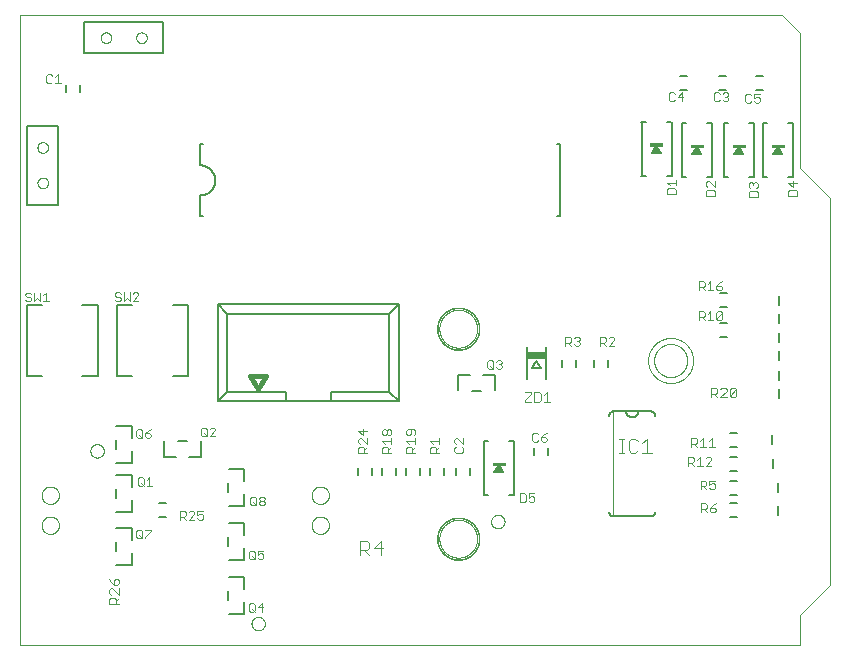
<source format=gto>
G75*
%MOIN*%
%OFA0B0*%
%FSLAX25Y25*%
%IPPOS*%
%LPD*%
%AMOC8*
5,1,8,0,0,1.08239X$1,22.5*
%
%ADD10C,0.00004*%
%ADD11C,0.00600*%
%ADD12C,0.00300*%
%ADD13C,0.00800*%
%ADD14C,0.00500*%
%ADD15C,0.00000*%
%ADD16C,0.00394*%
%ADD17C,0.00200*%
%ADD18C,0.00400*%
%ADD19C,0.01600*%
D10*
X0016500Y0031300D02*
X0276500Y0031300D01*
X0276500Y0041300D01*
X0286500Y0051300D01*
X0286500Y0180300D01*
X0276500Y0190300D01*
X0276500Y0235300D01*
X0270500Y0241300D01*
X0016500Y0241300D01*
X0016500Y0031300D01*
X0174031Y0091284D02*
X0174031Y0092072D01*
X0177969Y0092072D01*
X0177969Y0091284D01*
X0174031Y0091284D01*
X0174031Y0091286D02*
X0177969Y0091286D01*
X0177969Y0091289D02*
X0174031Y0091289D01*
X0174031Y0091291D02*
X0177969Y0091291D01*
X0177969Y0091294D02*
X0174031Y0091294D01*
X0174031Y0091296D02*
X0177969Y0091296D01*
X0177969Y0091299D02*
X0174031Y0091299D01*
X0174031Y0091301D02*
X0177969Y0091301D01*
X0177969Y0091304D02*
X0174031Y0091304D01*
X0174031Y0091306D02*
X0177969Y0091306D01*
X0177969Y0091308D02*
X0174031Y0091308D01*
X0174031Y0091311D02*
X0177969Y0091311D01*
X0177969Y0091313D02*
X0174031Y0091313D01*
X0174031Y0091316D02*
X0177969Y0091316D01*
X0177969Y0091318D02*
X0174031Y0091318D01*
X0174031Y0091321D02*
X0177969Y0091321D01*
X0177969Y0091323D02*
X0174031Y0091323D01*
X0174031Y0091326D02*
X0177969Y0091326D01*
X0177969Y0091328D02*
X0174031Y0091328D01*
X0174031Y0091331D02*
X0177969Y0091331D01*
X0177969Y0091333D02*
X0174031Y0091333D01*
X0174031Y0091335D02*
X0177969Y0091335D01*
X0177969Y0091338D02*
X0174031Y0091338D01*
X0174031Y0091340D02*
X0177969Y0091340D01*
X0177969Y0091343D02*
X0174031Y0091343D01*
X0174031Y0091345D02*
X0177969Y0091345D01*
X0177969Y0091348D02*
X0174031Y0091348D01*
X0174031Y0091350D02*
X0177969Y0091350D01*
X0177969Y0091353D02*
X0174031Y0091353D01*
X0174031Y0091355D02*
X0177969Y0091355D01*
X0177969Y0091357D02*
X0174031Y0091357D01*
X0174031Y0091360D02*
X0177969Y0091360D01*
X0177969Y0091362D02*
X0174031Y0091362D01*
X0174031Y0091365D02*
X0177969Y0091365D01*
X0177969Y0091367D02*
X0174031Y0091367D01*
X0174031Y0091370D02*
X0177969Y0091370D01*
X0177969Y0091372D02*
X0174031Y0091372D01*
X0174031Y0091375D02*
X0177969Y0091375D01*
X0177969Y0091377D02*
X0174031Y0091377D01*
X0174031Y0091379D02*
X0177969Y0091379D01*
X0177969Y0091382D02*
X0174031Y0091382D01*
X0174031Y0091384D02*
X0177969Y0091384D01*
X0177969Y0091387D02*
X0174031Y0091387D01*
X0174031Y0091389D02*
X0177969Y0091389D01*
X0177969Y0091392D02*
X0174031Y0091392D01*
X0174031Y0091394D02*
X0177969Y0091394D01*
X0177969Y0091397D02*
X0174031Y0091397D01*
X0174031Y0091399D02*
X0177969Y0091399D01*
X0177969Y0091402D02*
X0174031Y0091402D01*
X0174031Y0091404D02*
X0177969Y0091404D01*
X0177969Y0091406D02*
X0174031Y0091406D01*
X0174031Y0091409D02*
X0177969Y0091409D01*
X0177969Y0091411D02*
X0174031Y0091411D01*
X0174031Y0091414D02*
X0177969Y0091414D01*
X0177969Y0091416D02*
X0174031Y0091416D01*
X0174031Y0091419D02*
X0177969Y0091419D01*
X0177969Y0091421D02*
X0174031Y0091421D01*
X0174031Y0091424D02*
X0177969Y0091424D01*
X0177969Y0091426D02*
X0174031Y0091426D01*
X0174031Y0091428D02*
X0177969Y0091428D01*
X0177969Y0091431D02*
X0174031Y0091431D01*
X0174031Y0091433D02*
X0177969Y0091433D01*
X0177969Y0091436D02*
X0174031Y0091436D01*
X0174031Y0091438D02*
X0177969Y0091438D01*
X0177969Y0091441D02*
X0174031Y0091441D01*
X0174031Y0091443D02*
X0177969Y0091443D01*
X0177969Y0091446D02*
X0174031Y0091446D01*
X0174031Y0091448D02*
X0177969Y0091448D01*
X0177969Y0091450D02*
X0174031Y0091450D01*
X0174031Y0091453D02*
X0177969Y0091453D01*
X0177969Y0091455D02*
X0174031Y0091455D01*
X0174031Y0091458D02*
X0177969Y0091458D01*
X0177969Y0091460D02*
X0174031Y0091460D01*
X0174031Y0091463D02*
X0177969Y0091463D01*
X0177969Y0091465D02*
X0174031Y0091465D01*
X0174031Y0091468D02*
X0177969Y0091468D01*
X0177969Y0091470D02*
X0174031Y0091470D01*
X0174031Y0091473D02*
X0177969Y0091473D01*
X0177969Y0091475D02*
X0174031Y0091475D01*
X0174031Y0091477D02*
X0177969Y0091477D01*
X0177969Y0091480D02*
X0174031Y0091480D01*
X0174031Y0091482D02*
X0177969Y0091482D01*
X0177969Y0091485D02*
X0174031Y0091485D01*
X0174031Y0091487D02*
X0177969Y0091487D01*
X0177969Y0091490D02*
X0174031Y0091490D01*
X0174031Y0091492D02*
X0177969Y0091492D01*
X0177969Y0091495D02*
X0174031Y0091495D01*
X0174031Y0091497D02*
X0177969Y0091497D01*
X0177969Y0091499D02*
X0174031Y0091499D01*
X0174031Y0091502D02*
X0177969Y0091502D01*
X0177969Y0091504D02*
X0174031Y0091504D01*
X0174031Y0091507D02*
X0177969Y0091507D01*
X0177969Y0091509D02*
X0174031Y0091509D01*
X0174031Y0091512D02*
X0177969Y0091512D01*
X0177969Y0091514D02*
X0174031Y0091514D01*
X0174031Y0091517D02*
X0177969Y0091517D01*
X0177969Y0091519D02*
X0174031Y0091519D01*
X0174031Y0091521D02*
X0177969Y0091521D01*
X0177969Y0091524D02*
X0174031Y0091524D01*
X0174031Y0091526D02*
X0177969Y0091526D01*
X0177969Y0091529D02*
X0174031Y0091529D01*
X0174031Y0091531D02*
X0177969Y0091531D01*
X0177969Y0091534D02*
X0174031Y0091534D01*
X0174031Y0091536D02*
X0177969Y0091536D01*
X0177969Y0091539D02*
X0174031Y0091539D01*
X0174031Y0091541D02*
X0177969Y0091541D01*
X0177969Y0091544D02*
X0174031Y0091544D01*
X0174031Y0091546D02*
X0177969Y0091546D01*
X0177969Y0091548D02*
X0174031Y0091548D01*
X0174031Y0091551D02*
X0177969Y0091551D01*
X0177969Y0091553D02*
X0174031Y0091553D01*
X0174031Y0091556D02*
X0177969Y0091556D01*
X0177969Y0091558D02*
X0174031Y0091558D01*
X0174031Y0091561D02*
X0177969Y0091561D01*
X0177969Y0091563D02*
X0174031Y0091563D01*
X0174031Y0091566D02*
X0177969Y0091566D01*
X0177969Y0091568D02*
X0174031Y0091568D01*
X0174031Y0091570D02*
X0177969Y0091570D01*
X0177969Y0091573D02*
X0174031Y0091573D01*
X0174031Y0091575D02*
X0177969Y0091575D01*
X0177969Y0091578D02*
X0174031Y0091578D01*
X0174031Y0091580D02*
X0177969Y0091580D01*
X0177969Y0091583D02*
X0174031Y0091583D01*
X0174031Y0091585D02*
X0177969Y0091585D01*
X0177969Y0091588D02*
X0174031Y0091588D01*
X0174031Y0091590D02*
X0177969Y0091590D01*
X0177969Y0091592D02*
X0174031Y0091592D01*
X0174031Y0091595D02*
X0177969Y0091595D01*
X0177969Y0091597D02*
X0174031Y0091597D01*
X0174031Y0091600D02*
X0177969Y0091600D01*
X0177969Y0091602D02*
X0174031Y0091602D01*
X0174031Y0091605D02*
X0177969Y0091605D01*
X0177969Y0091607D02*
X0174031Y0091607D01*
X0174031Y0091610D02*
X0177969Y0091610D01*
X0177969Y0091612D02*
X0174031Y0091612D01*
X0174031Y0091615D02*
X0177969Y0091615D01*
X0177969Y0091617D02*
X0174031Y0091617D01*
X0174031Y0091619D02*
X0177969Y0091619D01*
X0177969Y0091622D02*
X0174031Y0091622D01*
X0174031Y0091624D02*
X0177969Y0091624D01*
X0177969Y0091627D02*
X0174031Y0091627D01*
X0174031Y0091629D02*
X0177969Y0091629D01*
X0177969Y0091632D02*
X0174031Y0091632D01*
X0174031Y0091634D02*
X0177969Y0091634D01*
X0177969Y0091637D02*
X0174031Y0091637D01*
X0174031Y0091639D02*
X0177969Y0091639D01*
X0177969Y0091641D02*
X0174031Y0091641D01*
X0174031Y0091644D02*
X0177969Y0091644D01*
X0177969Y0091646D02*
X0174031Y0091646D01*
X0174031Y0091649D02*
X0177969Y0091649D01*
X0177969Y0091651D02*
X0174031Y0091651D01*
X0174031Y0091654D02*
X0177969Y0091654D01*
X0177969Y0091656D02*
X0174031Y0091656D01*
X0174031Y0091659D02*
X0177969Y0091659D01*
X0177969Y0091661D02*
X0174031Y0091661D01*
X0174031Y0091663D02*
X0177969Y0091663D01*
X0177969Y0091666D02*
X0174031Y0091666D01*
X0174031Y0091668D02*
X0177969Y0091668D01*
X0177969Y0091671D02*
X0174031Y0091671D01*
X0174031Y0091673D02*
X0177969Y0091673D01*
X0177969Y0091676D02*
X0174031Y0091676D01*
X0174031Y0091678D02*
X0177969Y0091678D01*
X0177969Y0091681D02*
X0174031Y0091681D01*
X0174031Y0091683D02*
X0177969Y0091683D01*
X0177969Y0091686D02*
X0174031Y0091686D01*
X0174031Y0091688D02*
X0177969Y0091688D01*
X0177969Y0091690D02*
X0174031Y0091690D01*
X0174031Y0091693D02*
X0177969Y0091693D01*
X0177969Y0091695D02*
X0174031Y0091695D01*
X0174031Y0091698D02*
X0177969Y0091698D01*
X0177969Y0091700D02*
X0174031Y0091700D01*
X0174031Y0091703D02*
X0177969Y0091703D01*
X0177969Y0091705D02*
X0174031Y0091705D01*
X0174031Y0091708D02*
X0177969Y0091708D01*
X0177969Y0091710D02*
X0174031Y0091710D01*
X0174031Y0091712D02*
X0177969Y0091712D01*
X0177969Y0091715D02*
X0174031Y0091715D01*
X0174031Y0091717D02*
X0177969Y0091717D01*
X0177969Y0091720D02*
X0174031Y0091720D01*
X0174031Y0091722D02*
X0177969Y0091722D01*
X0177969Y0091725D02*
X0174031Y0091725D01*
X0174031Y0091727D02*
X0177969Y0091727D01*
X0177969Y0091730D02*
X0174031Y0091730D01*
X0174031Y0091732D02*
X0177969Y0091732D01*
X0177969Y0091734D02*
X0174031Y0091734D01*
X0174031Y0091737D02*
X0177969Y0091737D01*
X0177969Y0091739D02*
X0174031Y0091739D01*
X0174031Y0091742D02*
X0177969Y0091742D01*
X0177969Y0091744D02*
X0174031Y0091744D01*
X0174031Y0091747D02*
X0177969Y0091747D01*
X0177969Y0091749D02*
X0174031Y0091749D01*
X0174031Y0091752D02*
X0177969Y0091752D01*
X0177969Y0091754D02*
X0174031Y0091754D01*
X0174031Y0091757D02*
X0177969Y0091757D01*
X0177969Y0091759D02*
X0174031Y0091759D01*
X0174031Y0091761D02*
X0177969Y0091761D01*
X0177969Y0091764D02*
X0174031Y0091764D01*
X0174031Y0091766D02*
X0177969Y0091766D01*
X0177969Y0091769D02*
X0174031Y0091769D01*
X0174031Y0091771D02*
X0177969Y0091771D01*
X0177969Y0091774D02*
X0174031Y0091774D01*
X0174031Y0091776D02*
X0177969Y0091776D01*
X0177969Y0091779D02*
X0174031Y0091779D01*
X0174031Y0091781D02*
X0177969Y0091781D01*
X0177969Y0091783D02*
X0174031Y0091783D01*
X0174031Y0091786D02*
X0177969Y0091786D01*
X0177969Y0091788D02*
X0174031Y0091788D01*
X0174031Y0091791D02*
X0177969Y0091791D01*
X0177969Y0091793D02*
X0174031Y0091793D01*
X0174031Y0091796D02*
X0177969Y0091796D01*
X0177969Y0091798D02*
X0174031Y0091798D01*
X0174031Y0091801D02*
X0177969Y0091801D01*
X0177969Y0091803D02*
X0174031Y0091803D01*
X0174031Y0091805D02*
X0177969Y0091805D01*
X0177969Y0091808D02*
X0174031Y0091808D01*
X0174031Y0091810D02*
X0177969Y0091810D01*
X0177969Y0091813D02*
X0174031Y0091813D01*
X0174031Y0091815D02*
X0177969Y0091815D01*
X0177969Y0091818D02*
X0174031Y0091818D01*
X0174031Y0091820D02*
X0177969Y0091820D01*
X0177969Y0091823D02*
X0174031Y0091823D01*
X0174031Y0091825D02*
X0177969Y0091825D01*
X0177969Y0091828D02*
X0174031Y0091828D01*
X0174031Y0091830D02*
X0177969Y0091830D01*
X0177969Y0091832D02*
X0174031Y0091832D01*
X0174031Y0091835D02*
X0177969Y0091835D01*
X0177969Y0091837D02*
X0174031Y0091837D01*
X0174031Y0091840D02*
X0177969Y0091840D01*
X0177969Y0091842D02*
X0174031Y0091842D01*
X0174031Y0091845D02*
X0177969Y0091845D01*
X0177969Y0091847D02*
X0174031Y0091847D01*
X0174031Y0091850D02*
X0177969Y0091850D01*
X0177969Y0091852D02*
X0174031Y0091852D01*
X0174031Y0091854D02*
X0177969Y0091854D01*
X0177969Y0091857D02*
X0174031Y0091857D01*
X0174031Y0091859D02*
X0177969Y0091859D01*
X0177969Y0091862D02*
X0174031Y0091862D01*
X0174031Y0091864D02*
X0177969Y0091864D01*
X0177969Y0091867D02*
X0174031Y0091867D01*
X0174031Y0091869D02*
X0177969Y0091869D01*
X0177969Y0091872D02*
X0174031Y0091872D01*
X0174031Y0091874D02*
X0177969Y0091874D01*
X0177969Y0091877D02*
X0174031Y0091877D01*
X0174031Y0091879D02*
X0177969Y0091879D01*
X0177969Y0091881D02*
X0174031Y0091881D01*
X0174031Y0091884D02*
X0177969Y0091884D01*
X0177969Y0091886D02*
X0174031Y0091886D01*
X0174031Y0091889D02*
X0177969Y0091889D01*
X0177969Y0091891D02*
X0174031Y0091891D01*
X0174031Y0091894D02*
X0177969Y0091894D01*
X0177969Y0091896D02*
X0174031Y0091896D01*
X0174031Y0091899D02*
X0177969Y0091899D01*
X0177969Y0091901D02*
X0174031Y0091901D01*
X0174031Y0091903D02*
X0177969Y0091903D01*
X0177969Y0091906D02*
X0174031Y0091906D01*
X0174031Y0091908D02*
X0177969Y0091908D01*
X0177969Y0091911D02*
X0174031Y0091911D01*
X0174031Y0091913D02*
X0177969Y0091913D01*
X0177969Y0091916D02*
X0174031Y0091916D01*
X0174031Y0091918D02*
X0177969Y0091918D01*
X0177969Y0091921D02*
X0174031Y0091921D01*
X0174031Y0091923D02*
X0177969Y0091923D01*
X0177969Y0091925D02*
X0174031Y0091925D01*
X0174031Y0091928D02*
X0177969Y0091928D01*
X0177969Y0091930D02*
X0174031Y0091930D01*
X0174031Y0091933D02*
X0177969Y0091933D01*
X0177969Y0091935D02*
X0174031Y0091935D01*
X0174031Y0091938D02*
X0177969Y0091938D01*
X0177969Y0091940D02*
X0174031Y0091940D01*
X0174031Y0091943D02*
X0177969Y0091943D01*
X0177969Y0091945D02*
X0174031Y0091945D01*
X0174031Y0091948D02*
X0177969Y0091948D01*
X0177969Y0091950D02*
X0174031Y0091950D01*
X0174031Y0091952D02*
X0177969Y0091952D01*
X0177969Y0091955D02*
X0174031Y0091955D01*
X0174031Y0091957D02*
X0177969Y0091957D01*
X0177969Y0091960D02*
X0174031Y0091960D01*
X0174031Y0091962D02*
X0177969Y0091962D01*
X0177969Y0091965D02*
X0174031Y0091965D01*
X0174031Y0091967D02*
X0177969Y0091967D01*
X0177969Y0091970D02*
X0174031Y0091970D01*
X0174031Y0091972D02*
X0177969Y0091972D01*
X0177969Y0091974D02*
X0174031Y0091974D01*
X0174031Y0091977D02*
X0177969Y0091977D01*
X0177969Y0091979D02*
X0174031Y0091979D01*
X0174031Y0091982D02*
X0177969Y0091982D01*
X0177969Y0091984D02*
X0174031Y0091984D01*
X0174031Y0091987D02*
X0177969Y0091987D01*
X0177969Y0091989D02*
X0174031Y0091989D01*
X0174031Y0091992D02*
X0177969Y0091992D01*
X0177969Y0091994D02*
X0174031Y0091994D01*
X0174031Y0091996D02*
X0177969Y0091996D01*
X0177969Y0091999D02*
X0174031Y0091999D01*
X0174031Y0092001D02*
X0177969Y0092001D01*
X0177969Y0092004D02*
X0174031Y0092004D01*
X0174031Y0092006D02*
X0177969Y0092006D01*
X0177969Y0092009D02*
X0174031Y0092009D01*
X0174031Y0092011D02*
X0177969Y0092011D01*
X0177969Y0092014D02*
X0174031Y0092014D01*
X0174031Y0092016D02*
X0177969Y0092016D01*
X0177969Y0092019D02*
X0174031Y0092019D01*
X0174031Y0092021D02*
X0177969Y0092021D01*
X0177969Y0092023D02*
X0174031Y0092023D01*
X0174031Y0092026D02*
X0177969Y0092026D01*
X0177969Y0092028D02*
X0174031Y0092028D01*
X0174031Y0092031D02*
X0177969Y0092031D01*
X0177969Y0092033D02*
X0174031Y0092033D01*
X0174031Y0092036D02*
X0177969Y0092036D01*
X0177969Y0092038D02*
X0174031Y0092038D01*
X0174031Y0092041D02*
X0177969Y0092041D01*
X0177969Y0092043D02*
X0174031Y0092043D01*
X0174031Y0092045D02*
X0177969Y0092045D01*
X0177969Y0092048D02*
X0174031Y0092048D01*
X0174031Y0092050D02*
X0177969Y0092050D01*
X0177969Y0092053D02*
X0174031Y0092053D01*
X0174031Y0092055D02*
X0177969Y0092055D01*
X0177969Y0092058D02*
X0174031Y0092058D01*
X0174031Y0092060D02*
X0177969Y0092060D01*
X0177969Y0092063D02*
X0174031Y0092063D01*
X0174031Y0092065D02*
X0177969Y0092065D01*
X0177969Y0092067D02*
X0174031Y0092067D01*
X0174031Y0092070D02*
X0177969Y0092070D01*
X0185350Y0126983D02*
X0185350Y0128952D01*
X0191650Y0128952D01*
X0191650Y0126983D01*
X0185350Y0126983D01*
X0185350Y0126986D02*
X0191650Y0126986D01*
X0191650Y0126988D02*
X0185350Y0126988D01*
X0185350Y0126990D02*
X0191650Y0126990D01*
X0191650Y0126993D02*
X0185350Y0126993D01*
X0185350Y0126995D02*
X0191650Y0126995D01*
X0191650Y0126998D02*
X0185350Y0126998D01*
X0185350Y0127000D02*
X0191650Y0127000D01*
X0191650Y0127003D02*
X0185350Y0127003D01*
X0185350Y0127005D02*
X0191650Y0127005D01*
X0191650Y0127008D02*
X0185350Y0127008D01*
X0185350Y0127010D02*
X0191650Y0127010D01*
X0191650Y0127012D02*
X0185350Y0127012D01*
X0185350Y0127015D02*
X0191650Y0127015D01*
X0191650Y0127017D02*
X0185350Y0127017D01*
X0185350Y0127020D02*
X0191650Y0127020D01*
X0191650Y0127022D02*
X0185350Y0127022D01*
X0185350Y0127025D02*
X0191650Y0127025D01*
X0191650Y0127027D02*
X0185350Y0127027D01*
X0185350Y0127030D02*
X0191650Y0127030D01*
X0191650Y0127032D02*
X0185350Y0127032D01*
X0185350Y0127034D02*
X0191650Y0127034D01*
X0191650Y0127037D02*
X0185350Y0127037D01*
X0185350Y0127039D02*
X0191650Y0127039D01*
X0191650Y0127042D02*
X0185350Y0127042D01*
X0185350Y0127044D02*
X0191650Y0127044D01*
X0191650Y0127047D02*
X0185350Y0127047D01*
X0185350Y0127049D02*
X0191650Y0127049D01*
X0191650Y0127052D02*
X0185350Y0127052D01*
X0185350Y0127054D02*
X0191650Y0127054D01*
X0191650Y0127057D02*
X0185350Y0127057D01*
X0185350Y0127059D02*
X0191650Y0127059D01*
X0191650Y0127061D02*
X0185350Y0127061D01*
X0185350Y0127064D02*
X0191650Y0127064D01*
X0191650Y0127066D02*
X0185350Y0127066D01*
X0185350Y0127069D02*
X0191650Y0127069D01*
X0191650Y0127071D02*
X0185350Y0127071D01*
X0185350Y0127074D02*
X0191650Y0127074D01*
X0191650Y0127076D02*
X0185350Y0127076D01*
X0185350Y0127079D02*
X0191650Y0127079D01*
X0191650Y0127081D02*
X0185350Y0127081D01*
X0185350Y0127083D02*
X0191650Y0127083D01*
X0191650Y0127086D02*
X0185350Y0127086D01*
X0185350Y0127088D02*
X0191650Y0127088D01*
X0191650Y0127091D02*
X0185350Y0127091D01*
X0185350Y0127093D02*
X0191650Y0127093D01*
X0191650Y0127096D02*
X0185350Y0127096D01*
X0185350Y0127098D02*
X0191650Y0127098D01*
X0191650Y0127101D02*
X0185350Y0127101D01*
X0185350Y0127103D02*
X0191650Y0127103D01*
X0191650Y0127105D02*
X0185350Y0127105D01*
X0185350Y0127108D02*
X0191650Y0127108D01*
X0191650Y0127110D02*
X0185350Y0127110D01*
X0185350Y0127113D02*
X0191650Y0127113D01*
X0191650Y0127115D02*
X0185350Y0127115D01*
X0185350Y0127118D02*
X0191650Y0127118D01*
X0191650Y0127120D02*
X0185350Y0127120D01*
X0185350Y0127123D02*
X0191650Y0127123D01*
X0191650Y0127125D02*
X0185350Y0127125D01*
X0185350Y0127128D02*
X0191650Y0127128D01*
X0191650Y0127130D02*
X0185350Y0127130D01*
X0185350Y0127132D02*
X0191650Y0127132D01*
X0191650Y0127135D02*
X0185350Y0127135D01*
X0185350Y0127137D02*
X0191650Y0127137D01*
X0191650Y0127140D02*
X0185350Y0127140D01*
X0185350Y0127142D02*
X0191650Y0127142D01*
X0191650Y0127145D02*
X0185350Y0127145D01*
X0185350Y0127147D02*
X0191650Y0127147D01*
X0191650Y0127150D02*
X0185350Y0127150D01*
X0185350Y0127152D02*
X0191650Y0127152D01*
X0191650Y0127154D02*
X0185350Y0127154D01*
X0185350Y0127157D02*
X0191650Y0127157D01*
X0191650Y0127159D02*
X0185350Y0127159D01*
X0185350Y0127162D02*
X0191650Y0127162D01*
X0191650Y0127164D02*
X0185350Y0127164D01*
X0185350Y0127167D02*
X0191650Y0127167D01*
X0191650Y0127169D02*
X0185350Y0127169D01*
X0185350Y0127172D02*
X0191650Y0127172D01*
X0191650Y0127174D02*
X0185350Y0127174D01*
X0185350Y0127176D02*
X0191650Y0127176D01*
X0191650Y0127179D02*
X0185350Y0127179D01*
X0185350Y0127181D02*
X0191650Y0127181D01*
X0191650Y0127184D02*
X0185350Y0127184D01*
X0185350Y0127186D02*
X0191650Y0127186D01*
X0191650Y0127189D02*
X0185350Y0127189D01*
X0185350Y0127191D02*
X0191650Y0127191D01*
X0191650Y0127194D02*
X0185350Y0127194D01*
X0185350Y0127196D02*
X0191650Y0127196D01*
X0191650Y0127199D02*
X0185350Y0127199D01*
X0185350Y0127201D02*
X0191650Y0127201D01*
X0191650Y0127203D02*
X0185350Y0127203D01*
X0185350Y0127206D02*
X0191650Y0127206D01*
X0191650Y0127208D02*
X0185350Y0127208D01*
X0185350Y0127211D02*
X0191650Y0127211D01*
X0191650Y0127213D02*
X0185350Y0127213D01*
X0185350Y0127216D02*
X0191650Y0127216D01*
X0191650Y0127218D02*
X0185350Y0127218D01*
X0185350Y0127221D02*
X0191650Y0127221D01*
X0191650Y0127223D02*
X0185350Y0127223D01*
X0185350Y0127225D02*
X0191650Y0127225D01*
X0191650Y0127228D02*
X0185350Y0127228D01*
X0185350Y0127230D02*
X0191650Y0127230D01*
X0191650Y0127233D02*
X0185350Y0127233D01*
X0185350Y0127235D02*
X0191650Y0127235D01*
X0191650Y0127238D02*
X0185350Y0127238D01*
X0185350Y0127240D02*
X0191650Y0127240D01*
X0191650Y0127243D02*
X0185350Y0127243D01*
X0185350Y0127245D02*
X0191650Y0127245D01*
X0191650Y0127247D02*
X0185350Y0127247D01*
X0185350Y0127250D02*
X0191650Y0127250D01*
X0191650Y0127252D02*
X0185350Y0127252D01*
X0185350Y0127255D02*
X0191650Y0127255D01*
X0191650Y0127257D02*
X0185350Y0127257D01*
X0185350Y0127260D02*
X0191650Y0127260D01*
X0191650Y0127262D02*
X0185350Y0127262D01*
X0185350Y0127265D02*
X0191650Y0127265D01*
X0191650Y0127267D02*
X0185350Y0127267D01*
X0185350Y0127270D02*
X0191650Y0127270D01*
X0191650Y0127272D02*
X0185350Y0127272D01*
X0185350Y0127274D02*
X0191650Y0127274D01*
X0191650Y0127277D02*
X0185350Y0127277D01*
X0185350Y0127279D02*
X0191650Y0127279D01*
X0191650Y0127282D02*
X0185350Y0127282D01*
X0185350Y0127284D02*
X0191650Y0127284D01*
X0191650Y0127287D02*
X0185350Y0127287D01*
X0185350Y0127289D02*
X0191650Y0127289D01*
X0191650Y0127292D02*
X0185350Y0127292D01*
X0185350Y0127294D02*
X0191650Y0127294D01*
X0191650Y0127296D02*
X0185350Y0127296D01*
X0185350Y0127299D02*
X0191650Y0127299D01*
X0191650Y0127301D02*
X0185350Y0127301D01*
X0185350Y0127304D02*
X0191650Y0127304D01*
X0191650Y0127306D02*
X0185350Y0127306D01*
X0185350Y0127309D02*
X0191650Y0127309D01*
X0191650Y0127311D02*
X0185350Y0127311D01*
X0185350Y0127314D02*
X0191650Y0127314D01*
X0191650Y0127316D02*
X0185350Y0127316D01*
X0185350Y0127318D02*
X0191650Y0127318D01*
X0191650Y0127321D02*
X0185350Y0127321D01*
X0185350Y0127323D02*
X0191650Y0127323D01*
X0191650Y0127326D02*
X0185350Y0127326D01*
X0185350Y0127328D02*
X0191650Y0127328D01*
X0191650Y0127331D02*
X0185350Y0127331D01*
X0185350Y0127333D02*
X0191650Y0127333D01*
X0191650Y0127336D02*
X0185350Y0127336D01*
X0185350Y0127338D02*
X0191650Y0127338D01*
X0191650Y0127341D02*
X0185350Y0127341D01*
X0185350Y0127343D02*
X0191650Y0127343D01*
X0191650Y0127345D02*
X0185350Y0127345D01*
X0185350Y0127348D02*
X0191650Y0127348D01*
X0191650Y0127350D02*
X0185350Y0127350D01*
X0185350Y0127353D02*
X0191650Y0127353D01*
X0191650Y0127355D02*
X0185350Y0127355D01*
X0185350Y0127358D02*
X0191650Y0127358D01*
X0191650Y0127360D02*
X0185350Y0127360D01*
X0185350Y0127363D02*
X0191650Y0127363D01*
X0191650Y0127365D02*
X0185350Y0127365D01*
X0185350Y0127367D02*
X0191650Y0127367D01*
X0191650Y0127370D02*
X0185350Y0127370D01*
X0185350Y0127372D02*
X0191650Y0127372D01*
X0191650Y0127375D02*
X0185350Y0127375D01*
X0185350Y0127377D02*
X0191650Y0127377D01*
X0191650Y0127380D02*
X0185350Y0127380D01*
X0185350Y0127382D02*
X0191650Y0127382D01*
X0191650Y0127385D02*
X0185350Y0127385D01*
X0185350Y0127387D02*
X0191650Y0127387D01*
X0191650Y0127389D02*
X0185350Y0127389D01*
X0185350Y0127392D02*
X0191650Y0127392D01*
X0191650Y0127394D02*
X0185350Y0127394D01*
X0185350Y0127397D02*
X0191650Y0127397D01*
X0191650Y0127399D02*
X0185350Y0127399D01*
X0185350Y0127402D02*
X0191650Y0127402D01*
X0191650Y0127404D02*
X0185350Y0127404D01*
X0185350Y0127407D02*
X0191650Y0127407D01*
X0191650Y0127409D02*
X0185350Y0127409D01*
X0185350Y0127412D02*
X0191650Y0127412D01*
X0191650Y0127414D02*
X0185350Y0127414D01*
X0185350Y0127416D02*
X0191650Y0127416D01*
X0191650Y0127419D02*
X0185350Y0127419D01*
X0185350Y0127421D02*
X0191650Y0127421D01*
X0191650Y0127424D02*
X0185350Y0127424D01*
X0185350Y0127426D02*
X0191650Y0127426D01*
X0191650Y0127429D02*
X0185350Y0127429D01*
X0185350Y0127431D02*
X0191650Y0127431D01*
X0191650Y0127434D02*
X0185350Y0127434D01*
X0185350Y0127436D02*
X0191650Y0127436D01*
X0191650Y0127438D02*
X0185350Y0127438D01*
X0185350Y0127441D02*
X0191650Y0127441D01*
X0191650Y0127443D02*
X0185350Y0127443D01*
X0185350Y0127446D02*
X0191650Y0127446D01*
X0191650Y0127448D02*
X0185350Y0127448D01*
X0185350Y0127451D02*
X0191650Y0127451D01*
X0191650Y0127453D02*
X0185350Y0127453D01*
X0185350Y0127456D02*
X0191650Y0127456D01*
X0191650Y0127458D02*
X0185350Y0127458D01*
X0185350Y0127460D02*
X0191650Y0127460D01*
X0191650Y0127463D02*
X0185350Y0127463D01*
X0185350Y0127465D02*
X0191650Y0127465D01*
X0191650Y0127468D02*
X0185350Y0127468D01*
X0185350Y0127470D02*
X0191650Y0127470D01*
X0191650Y0127473D02*
X0185350Y0127473D01*
X0185350Y0127475D02*
X0191650Y0127475D01*
X0191650Y0127478D02*
X0185350Y0127478D01*
X0185350Y0127480D02*
X0191650Y0127480D01*
X0191650Y0127483D02*
X0185350Y0127483D01*
X0185350Y0127485D02*
X0191650Y0127485D01*
X0191650Y0127487D02*
X0185350Y0127487D01*
X0185350Y0127490D02*
X0191650Y0127490D01*
X0191650Y0127492D02*
X0185350Y0127492D01*
X0185350Y0127495D02*
X0191650Y0127495D01*
X0191650Y0127497D02*
X0185350Y0127497D01*
X0185350Y0127500D02*
X0191650Y0127500D01*
X0191650Y0127502D02*
X0185350Y0127502D01*
X0185350Y0127505D02*
X0191650Y0127505D01*
X0191650Y0127507D02*
X0185350Y0127507D01*
X0185350Y0127509D02*
X0191650Y0127509D01*
X0191650Y0127512D02*
X0185350Y0127512D01*
X0185350Y0127514D02*
X0191650Y0127514D01*
X0191650Y0127517D02*
X0185350Y0127517D01*
X0185350Y0127519D02*
X0191650Y0127519D01*
X0191650Y0127522D02*
X0185350Y0127522D01*
X0185350Y0127524D02*
X0191650Y0127524D01*
X0191650Y0127527D02*
X0185350Y0127527D01*
X0185350Y0127529D02*
X0191650Y0127529D01*
X0191650Y0127531D02*
X0185350Y0127531D01*
X0185350Y0127534D02*
X0191650Y0127534D01*
X0191650Y0127536D02*
X0185350Y0127536D01*
X0185350Y0127539D02*
X0191650Y0127539D01*
X0191650Y0127541D02*
X0185350Y0127541D01*
X0185350Y0127544D02*
X0191650Y0127544D01*
X0191650Y0127546D02*
X0185350Y0127546D01*
X0185350Y0127549D02*
X0191650Y0127549D01*
X0191650Y0127551D02*
X0185350Y0127551D01*
X0185350Y0127554D02*
X0191650Y0127554D01*
X0191650Y0127556D02*
X0185350Y0127556D01*
X0185350Y0127558D02*
X0191650Y0127558D01*
X0191650Y0127561D02*
X0185350Y0127561D01*
X0185350Y0127563D02*
X0191650Y0127563D01*
X0191650Y0127566D02*
X0185350Y0127566D01*
X0185350Y0127568D02*
X0191650Y0127568D01*
X0191650Y0127571D02*
X0185350Y0127571D01*
X0185350Y0127573D02*
X0191650Y0127573D01*
X0191650Y0127576D02*
X0185350Y0127576D01*
X0185350Y0127578D02*
X0191650Y0127578D01*
X0191650Y0127580D02*
X0185350Y0127580D01*
X0185350Y0127583D02*
X0191650Y0127583D01*
X0191650Y0127585D02*
X0185350Y0127585D01*
X0185350Y0127588D02*
X0191650Y0127588D01*
X0191650Y0127590D02*
X0185350Y0127590D01*
X0185350Y0127593D02*
X0191650Y0127593D01*
X0191650Y0127595D02*
X0185350Y0127595D01*
X0185350Y0127598D02*
X0191650Y0127598D01*
X0191650Y0127600D02*
X0185350Y0127600D01*
X0185350Y0127602D02*
X0191650Y0127602D01*
X0191650Y0127605D02*
X0185350Y0127605D01*
X0185350Y0127607D02*
X0191650Y0127607D01*
X0191650Y0127610D02*
X0185350Y0127610D01*
X0185350Y0127612D02*
X0191650Y0127612D01*
X0191650Y0127615D02*
X0185350Y0127615D01*
X0185350Y0127617D02*
X0191650Y0127617D01*
X0191650Y0127620D02*
X0185350Y0127620D01*
X0185350Y0127622D02*
X0191650Y0127622D01*
X0191650Y0127625D02*
X0185350Y0127625D01*
X0185350Y0127627D02*
X0191650Y0127627D01*
X0191650Y0127629D02*
X0185350Y0127629D01*
X0185350Y0127632D02*
X0191650Y0127632D01*
X0191650Y0127634D02*
X0185350Y0127634D01*
X0185350Y0127637D02*
X0191650Y0127637D01*
X0191650Y0127639D02*
X0185350Y0127639D01*
X0185350Y0127642D02*
X0191650Y0127642D01*
X0191650Y0127644D02*
X0185350Y0127644D01*
X0185350Y0127647D02*
X0191650Y0127647D01*
X0191650Y0127649D02*
X0185350Y0127649D01*
X0185350Y0127651D02*
X0191650Y0127651D01*
X0191650Y0127654D02*
X0185350Y0127654D01*
X0185350Y0127656D02*
X0191650Y0127656D01*
X0191650Y0127659D02*
X0185350Y0127659D01*
X0185350Y0127661D02*
X0191650Y0127661D01*
X0191650Y0127664D02*
X0185350Y0127664D01*
X0185350Y0127666D02*
X0191650Y0127666D01*
X0191650Y0127669D02*
X0185350Y0127669D01*
X0185350Y0127671D02*
X0191650Y0127671D01*
X0191650Y0127673D02*
X0185350Y0127673D01*
X0185350Y0127676D02*
X0191650Y0127676D01*
X0191650Y0127678D02*
X0185350Y0127678D01*
X0185350Y0127681D02*
X0191650Y0127681D01*
X0191650Y0127683D02*
X0185350Y0127683D01*
X0185350Y0127686D02*
X0191650Y0127686D01*
X0191650Y0127688D02*
X0185350Y0127688D01*
X0185350Y0127691D02*
X0191650Y0127691D01*
X0191650Y0127693D02*
X0185350Y0127693D01*
X0185350Y0127696D02*
X0191650Y0127696D01*
X0191650Y0127698D02*
X0185350Y0127698D01*
X0185350Y0127700D02*
X0191650Y0127700D01*
X0191650Y0127703D02*
X0185350Y0127703D01*
X0185350Y0127705D02*
X0191650Y0127705D01*
X0191650Y0127708D02*
X0185350Y0127708D01*
X0185350Y0127710D02*
X0191650Y0127710D01*
X0191650Y0127713D02*
X0185350Y0127713D01*
X0185350Y0127715D02*
X0191650Y0127715D01*
X0191650Y0127718D02*
X0185350Y0127718D01*
X0185350Y0127720D02*
X0191650Y0127720D01*
X0191650Y0127722D02*
X0185350Y0127722D01*
X0185350Y0127725D02*
X0191650Y0127725D01*
X0191650Y0127727D02*
X0185350Y0127727D01*
X0185350Y0127730D02*
X0191650Y0127730D01*
X0191650Y0127732D02*
X0185350Y0127732D01*
X0185350Y0127735D02*
X0191650Y0127735D01*
X0191650Y0127737D02*
X0185350Y0127737D01*
X0185350Y0127740D02*
X0191650Y0127740D01*
X0191650Y0127742D02*
X0185350Y0127742D01*
X0185350Y0127744D02*
X0191650Y0127744D01*
X0191650Y0127747D02*
X0185350Y0127747D01*
X0185350Y0127749D02*
X0191650Y0127749D01*
X0191650Y0127752D02*
X0185350Y0127752D01*
X0185350Y0127754D02*
X0191650Y0127754D01*
X0191650Y0127757D02*
X0185350Y0127757D01*
X0185350Y0127759D02*
X0191650Y0127759D01*
X0191650Y0127762D02*
X0185350Y0127762D01*
X0185350Y0127764D02*
X0191650Y0127764D01*
X0191650Y0127767D02*
X0185350Y0127767D01*
X0185350Y0127769D02*
X0191650Y0127769D01*
X0191650Y0127771D02*
X0185350Y0127771D01*
X0185350Y0127774D02*
X0191650Y0127774D01*
X0191650Y0127776D02*
X0185350Y0127776D01*
X0185350Y0127779D02*
X0191650Y0127779D01*
X0191650Y0127781D02*
X0185350Y0127781D01*
X0185350Y0127784D02*
X0191650Y0127784D01*
X0191650Y0127786D02*
X0185350Y0127786D01*
X0185350Y0127789D02*
X0191650Y0127789D01*
X0191650Y0127791D02*
X0185350Y0127791D01*
X0185350Y0127793D02*
X0191650Y0127793D01*
X0191650Y0127796D02*
X0185350Y0127796D01*
X0185350Y0127798D02*
X0191650Y0127798D01*
X0191650Y0127801D02*
X0185350Y0127801D01*
X0185350Y0127803D02*
X0191650Y0127803D01*
X0191650Y0127806D02*
X0185350Y0127806D01*
X0185350Y0127808D02*
X0191650Y0127808D01*
X0191650Y0127811D02*
X0185350Y0127811D01*
X0185350Y0127813D02*
X0191650Y0127813D01*
X0191650Y0127815D02*
X0185350Y0127815D01*
X0185350Y0127818D02*
X0191650Y0127818D01*
X0191650Y0127820D02*
X0185350Y0127820D01*
X0185350Y0127823D02*
X0191650Y0127823D01*
X0191650Y0127825D02*
X0185350Y0127825D01*
X0185350Y0127828D02*
X0191650Y0127828D01*
X0191650Y0127830D02*
X0185350Y0127830D01*
X0185350Y0127833D02*
X0191650Y0127833D01*
X0191650Y0127835D02*
X0185350Y0127835D01*
X0185350Y0127838D02*
X0191650Y0127838D01*
X0191650Y0127840D02*
X0185350Y0127840D01*
X0185350Y0127842D02*
X0191650Y0127842D01*
X0191650Y0127845D02*
X0185350Y0127845D01*
X0185350Y0127847D02*
X0191650Y0127847D01*
X0191650Y0127850D02*
X0185350Y0127850D01*
X0185350Y0127852D02*
X0191650Y0127852D01*
X0191650Y0127855D02*
X0185350Y0127855D01*
X0185350Y0127857D02*
X0191650Y0127857D01*
X0191650Y0127860D02*
X0185350Y0127860D01*
X0185350Y0127862D02*
X0191650Y0127862D01*
X0191650Y0127864D02*
X0185350Y0127864D01*
X0185350Y0127867D02*
X0191650Y0127867D01*
X0191650Y0127869D02*
X0185350Y0127869D01*
X0185350Y0127872D02*
X0191650Y0127872D01*
X0191650Y0127874D02*
X0185350Y0127874D01*
X0185350Y0127877D02*
X0191650Y0127877D01*
X0191650Y0127879D02*
X0185350Y0127879D01*
X0185350Y0127882D02*
X0191650Y0127882D01*
X0191650Y0127884D02*
X0185350Y0127884D01*
X0185350Y0127886D02*
X0191650Y0127886D01*
X0191650Y0127889D02*
X0185350Y0127889D01*
X0185350Y0127891D02*
X0191650Y0127891D01*
X0191650Y0127894D02*
X0185350Y0127894D01*
X0185350Y0127896D02*
X0191650Y0127896D01*
X0191650Y0127899D02*
X0185350Y0127899D01*
X0185350Y0127901D02*
X0191650Y0127901D01*
X0191650Y0127904D02*
X0185350Y0127904D01*
X0185350Y0127906D02*
X0191650Y0127906D01*
X0191650Y0127909D02*
X0185350Y0127909D01*
X0185350Y0127911D02*
X0191650Y0127911D01*
X0191650Y0127913D02*
X0185350Y0127913D01*
X0185350Y0127916D02*
X0191650Y0127916D01*
X0191650Y0127918D02*
X0185350Y0127918D01*
X0185350Y0127921D02*
X0191650Y0127921D01*
X0191650Y0127923D02*
X0185350Y0127923D01*
X0185350Y0127926D02*
X0191650Y0127926D01*
X0191650Y0127928D02*
X0185350Y0127928D01*
X0185350Y0127931D02*
X0191650Y0127931D01*
X0191650Y0127933D02*
X0185350Y0127933D01*
X0185350Y0127935D02*
X0191650Y0127935D01*
X0191650Y0127938D02*
X0185350Y0127938D01*
X0185350Y0127940D02*
X0191650Y0127940D01*
X0191650Y0127943D02*
X0185350Y0127943D01*
X0185350Y0127945D02*
X0191650Y0127945D01*
X0191650Y0127948D02*
X0185350Y0127948D01*
X0185350Y0127950D02*
X0191650Y0127950D01*
X0191650Y0127953D02*
X0185350Y0127953D01*
X0185350Y0127955D02*
X0191650Y0127955D01*
X0191650Y0127957D02*
X0185350Y0127957D01*
X0185350Y0127960D02*
X0191650Y0127960D01*
X0191650Y0127962D02*
X0185350Y0127962D01*
X0185350Y0127965D02*
X0191650Y0127965D01*
X0191650Y0127967D02*
X0185350Y0127967D01*
X0185350Y0127970D02*
X0191650Y0127970D01*
X0191650Y0127972D02*
X0185350Y0127972D01*
X0185350Y0127975D02*
X0191650Y0127975D01*
X0191650Y0127977D02*
X0185350Y0127977D01*
X0185350Y0127980D02*
X0191650Y0127980D01*
X0191650Y0127982D02*
X0185350Y0127982D01*
X0185350Y0127984D02*
X0191650Y0127984D01*
X0191650Y0127987D02*
X0185350Y0127987D01*
X0185350Y0127989D02*
X0191650Y0127989D01*
X0191650Y0127992D02*
X0185350Y0127992D01*
X0185350Y0127994D02*
X0191650Y0127994D01*
X0191650Y0127997D02*
X0185350Y0127997D01*
X0185350Y0127999D02*
X0191650Y0127999D01*
X0191650Y0128002D02*
X0185350Y0128002D01*
X0185350Y0128004D02*
X0191650Y0128004D01*
X0191650Y0128006D02*
X0185350Y0128006D01*
X0185350Y0128009D02*
X0191650Y0128009D01*
X0191650Y0128011D02*
X0185350Y0128011D01*
X0185350Y0128014D02*
X0191650Y0128014D01*
X0191650Y0128016D02*
X0185350Y0128016D01*
X0185350Y0128019D02*
X0191650Y0128019D01*
X0191650Y0128021D02*
X0185350Y0128021D01*
X0185350Y0128024D02*
X0191650Y0128024D01*
X0191650Y0128026D02*
X0185350Y0128026D01*
X0185350Y0128028D02*
X0191650Y0128028D01*
X0191650Y0128031D02*
X0185350Y0128031D01*
X0185350Y0128033D02*
X0191650Y0128033D01*
X0191650Y0128036D02*
X0185350Y0128036D01*
X0185350Y0128038D02*
X0191650Y0128038D01*
X0191650Y0128041D02*
X0185350Y0128041D01*
X0185350Y0128043D02*
X0191650Y0128043D01*
X0191650Y0128046D02*
X0185350Y0128046D01*
X0185350Y0128048D02*
X0191650Y0128048D01*
X0191650Y0128051D02*
X0185350Y0128051D01*
X0185350Y0128053D02*
X0191650Y0128053D01*
X0191650Y0128055D02*
X0185350Y0128055D01*
X0185350Y0128058D02*
X0191650Y0128058D01*
X0191650Y0128060D02*
X0185350Y0128060D01*
X0185350Y0128063D02*
X0191650Y0128063D01*
X0191650Y0128065D02*
X0185350Y0128065D01*
X0185350Y0128068D02*
X0191650Y0128068D01*
X0191650Y0128070D02*
X0185350Y0128070D01*
X0185350Y0128073D02*
X0191650Y0128073D01*
X0191650Y0128075D02*
X0185350Y0128075D01*
X0185350Y0128077D02*
X0191650Y0128077D01*
X0191650Y0128080D02*
X0185350Y0128080D01*
X0185350Y0128082D02*
X0191650Y0128082D01*
X0191650Y0128085D02*
X0185350Y0128085D01*
X0185350Y0128087D02*
X0191650Y0128087D01*
X0191650Y0128090D02*
X0185350Y0128090D01*
X0185350Y0128092D02*
X0191650Y0128092D01*
X0191650Y0128095D02*
X0185350Y0128095D01*
X0185350Y0128097D02*
X0191650Y0128097D01*
X0191650Y0128099D02*
X0185350Y0128099D01*
X0185350Y0128102D02*
X0191650Y0128102D01*
X0191650Y0128104D02*
X0185350Y0128104D01*
X0185350Y0128107D02*
X0191650Y0128107D01*
X0191650Y0128109D02*
X0185350Y0128109D01*
X0185350Y0128112D02*
X0191650Y0128112D01*
X0191650Y0128114D02*
X0185350Y0128114D01*
X0185350Y0128117D02*
X0191650Y0128117D01*
X0191650Y0128119D02*
X0185350Y0128119D01*
X0185350Y0128122D02*
X0191650Y0128122D01*
X0191650Y0128124D02*
X0185350Y0128124D01*
X0185350Y0128126D02*
X0191650Y0128126D01*
X0191650Y0128129D02*
X0185350Y0128129D01*
X0185350Y0128131D02*
X0191650Y0128131D01*
X0191650Y0128134D02*
X0185350Y0128134D01*
X0185350Y0128136D02*
X0191650Y0128136D01*
X0191650Y0128139D02*
X0185350Y0128139D01*
X0185350Y0128141D02*
X0191650Y0128141D01*
X0191650Y0128144D02*
X0185350Y0128144D01*
X0185350Y0128146D02*
X0191650Y0128146D01*
X0191650Y0128148D02*
X0185350Y0128148D01*
X0185350Y0128151D02*
X0191650Y0128151D01*
X0191650Y0128153D02*
X0185350Y0128153D01*
X0185350Y0128156D02*
X0191650Y0128156D01*
X0191650Y0128158D02*
X0185350Y0128158D01*
X0185350Y0128161D02*
X0191650Y0128161D01*
X0191650Y0128163D02*
X0185350Y0128163D01*
X0185350Y0128166D02*
X0191650Y0128166D01*
X0191650Y0128168D02*
X0185350Y0128168D01*
X0185350Y0128170D02*
X0191650Y0128170D01*
X0191650Y0128173D02*
X0185350Y0128173D01*
X0185350Y0128175D02*
X0191650Y0128175D01*
X0191650Y0128178D02*
X0185350Y0128178D01*
X0185350Y0128180D02*
X0191650Y0128180D01*
X0191650Y0128183D02*
X0185350Y0128183D01*
X0185350Y0128185D02*
X0191650Y0128185D01*
X0191650Y0128188D02*
X0185350Y0128188D01*
X0185350Y0128190D02*
X0191650Y0128190D01*
X0191650Y0128193D02*
X0185350Y0128193D01*
X0185350Y0128195D02*
X0191650Y0128195D01*
X0191650Y0128197D02*
X0185350Y0128197D01*
X0185350Y0128200D02*
X0191650Y0128200D01*
X0191650Y0128202D02*
X0185350Y0128202D01*
X0185350Y0128205D02*
X0191650Y0128205D01*
X0191650Y0128207D02*
X0185350Y0128207D01*
X0185350Y0128210D02*
X0191650Y0128210D01*
X0191650Y0128212D02*
X0185350Y0128212D01*
X0185350Y0128215D02*
X0191650Y0128215D01*
X0191650Y0128217D02*
X0185350Y0128217D01*
X0185350Y0128219D02*
X0191650Y0128219D01*
X0191650Y0128222D02*
X0185350Y0128222D01*
X0185350Y0128224D02*
X0191650Y0128224D01*
X0191650Y0128227D02*
X0185350Y0128227D01*
X0185350Y0128229D02*
X0191650Y0128229D01*
X0191650Y0128232D02*
X0185350Y0128232D01*
X0185350Y0128234D02*
X0191650Y0128234D01*
X0191650Y0128237D02*
X0185350Y0128237D01*
X0185350Y0128239D02*
X0191650Y0128239D01*
X0191650Y0128241D02*
X0185350Y0128241D01*
X0185350Y0128244D02*
X0191650Y0128244D01*
X0191650Y0128246D02*
X0185350Y0128246D01*
X0185350Y0128249D02*
X0191650Y0128249D01*
X0191650Y0128251D02*
X0185350Y0128251D01*
X0185350Y0128254D02*
X0191650Y0128254D01*
X0191650Y0128256D02*
X0185350Y0128256D01*
X0185350Y0128259D02*
X0191650Y0128259D01*
X0191650Y0128261D02*
X0185350Y0128261D01*
X0185350Y0128264D02*
X0191650Y0128264D01*
X0191650Y0128266D02*
X0185350Y0128266D01*
X0185350Y0128268D02*
X0191650Y0128268D01*
X0191650Y0128271D02*
X0185350Y0128271D01*
X0185350Y0128273D02*
X0191650Y0128273D01*
X0191650Y0128276D02*
X0185350Y0128276D01*
X0185350Y0128278D02*
X0191650Y0128278D01*
X0191650Y0128281D02*
X0185350Y0128281D01*
X0185350Y0128283D02*
X0191650Y0128283D01*
X0191650Y0128286D02*
X0185350Y0128286D01*
X0185350Y0128288D02*
X0191650Y0128288D01*
X0191650Y0128290D02*
X0185350Y0128290D01*
X0185350Y0128293D02*
X0191650Y0128293D01*
X0191650Y0128295D02*
X0185350Y0128295D01*
X0185350Y0128298D02*
X0191650Y0128298D01*
X0191650Y0128300D02*
X0185350Y0128300D01*
X0185350Y0128303D02*
X0191650Y0128303D01*
X0191650Y0128305D02*
X0185350Y0128305D01*
X0185350Y0128308D02*
X0191650Y0128308D01*
X0191650Y0128310D02*
X0185350Y0128310D01*
X0185350Y0128312D02*
X0191650Y0128312D01*
X0191650Y0128315D02*
X0185350Y0128315D01*
X0185350Y0128317D02*
X0191650Y0128317D01*
X0191650Y0128320D02*
X0185350Y0128320D01*
X0185350Y0128322D02*
X0191650Y0128322D01*
X0191650Y0128325D02*
X0185350Y0128325D01*
X0185350Y0128327D02*
X0191650Y0128327D01*
X0191650Y0128330D02*
X0185350Y0128330D01*
X0185350Y0128332D02*
X0191650Y0128332D01*
X0191650Y0128335D02*
X0185350Y0128335D01*
X0185350Y0128337D02*
X0191650Y0128337D01*
X0191650Y0128339D02*
X0185350Y0128339D01*
X0185350Y0128342D02*
X0191650Y0128342D01*
X0191650Y0128344D02*
X0185350Y0128344D01*
X0185350Y0128347D02*
X0191650Y0128347D01*
X0191650Y0128349D02*
X0185350Y0128349D01*
X0185350Y0128352D02*
X0191650Y0128352D01*
X0191650Y0128354D02*
X0185350Y0128354D01*
X0185350Y0128357D02*
X0191650Y0128357D01*
X0191650Y0128359D02*
X0185350Y0128359D01*
X0185350Y0128361D02*
X0191650Y0128361D01*
X0191650Y0128364D02*
X0185350Y0128364D01*
X0185350Y0128366D02*
X0191650Y0128366D01*
X0191650Y0128369D02*
X0185350Y0128369D01*
X0185350Y0128371D02*
X0191650Y0128371D01*
X0191650Y0128374D02*
X0185350Y0128374D01*
X0185350Y0128376D02*
X0191650Y0128376D01*
X0191650Y0128379D02*
X0185350Y0128379D01*
X0185350Y0128381D02*
X0191650Y0128381D01*
X0191650Y0128384D02*
X0185350Y0128384D01*
X0185350Y0128386D02*
X0191650Y0128386D01*
X0191650Y0128388D02*
X0185350Y0128388D01*
X0185350Y0128391D02*
X0191650Y0128391D01*
X0191650Y0128393D02*
X0185350Y0128393D01*
X0185350Y0128396D02*
X0191650Y0128396D01*
X0191650Y0128398D02*
X0185350Y0128398D01*
X0185350Y0128401D02*
X0191650Y0128401D01*
X0191650Y0128403D02*
X0185350Y0128403D01*
X0185350Y0128406D02*
X0191650Y0128406D01*
X0191650Y0128408D02*
X0185350Y0128408D01*
X0185350Y0128410D02*
X0191650Y0128410D01*
X0191650Y0128413D02*
X0185350Y0128413D01*
X0185350Y0128415D02*
X0191650Y0128415D01*
X0191650Y0128418D02*
X0185350Y0128418D01*
X0185350Y0128420D02*
X0191650Y0128420D01*
X0191650Y0128423D02*
X0185350Y0128423D01*
X0185350Y0128425D02*
X0191650Y0128425D01*
X0191650Y0128428D02*
X0185350Y0128428D01*
X0185350Y0128430D02*
X0191650Y0128430D01*
X0191650Y0128432D02*
X0185350Y0128432D01*
X0185350Y0128435D02*
X0191650Y0128435D01*
X0191650Y0128437D02*
X0185350Y0128437D01*
X0185350Y0128440D02*
X0191650Y0128440D01*
X0191650Y0128442D02*
X0185350Y0128442D01*
X0185350Y0128445D02*
X0191650Y0128445D01*
X0191650Y0128447D02*
X0185350Y0128447D01*
X0185350Y0128450D02*
X0191650Y0128450D01*
X0191650Y0128452D02*
X0185350Y0128452D01*
X0185350Y0128455D02*
X0191650Y0128455D01*
X0191650Y0128457D02*
X0185350Y0128457D01*
X0185350Y0128459D02*
X0191650Y0128459D01*
X0191650Y0128462D02*
X0185350Y0128462D01*
X0185350Y0128464D02*
X0191650Y0128464D01*
X0191650Y0128467D02*
X0185350Y0128467D01*
X0185350Y0128469D02*
X0191650Y0128469D01*
X0191650Y0128472D02*
X0185350Y0128472D01*
X0185350Y0128474D02*
X0191650Y0128474D01*
X0191650Y0128477D02*
X0185350Y0128477D01*
X0185350Y0128479D02*
X0191650Y0128479D01*
X0191650Y0128481D02*
X0185350Y0128481D01*
X0185350Y0128484D02*
X0191650Y0128484D01*
X0191650Y0128486D02*
X0185350Y0128486D01*
X0185350Y0128489D02*
X0191650Y0128489D01*
X0191650Y0128491D02*
X0185350Y0128491D01*
X0185350Y0128494D02*
X0191650Y0128494D01*
X0191650Y0128496D02*
X0185350Y0128496D01*
X0185350Y0128499D02*
X0191650Y0128499D01*
X0191650Y0128501D02*
X0185350Y0128501D01*
X0185350Y0128503D02*
X0191650Y0128503D01*
X0191650Y0128506D02*
X0185350Y0128506D01*
X0185350Y0128508D02*
X0191650Y0128508D01*
X0191650Y0128511D02*
X0185350Y0128511D01*
X0185350Y0128513D02*
X0191650Y0128513D01*
X0191650Y0128516D02*
X0185350Y0128516D01*
X0185350Y0128518D02*
X0191650Y0128518D01*
X0191650Y0128521D02*
X0185350Y0128521D01*
X0185350Y0128523D02*
X0191650Y0128523D01*
X0191650Y0128526D02*
X0185350Y0128526D01*
X0185350Y0128528D02*
X0191650Y0128528D01*
X0191650Y0128530D02*
X0185350Y0128530D01*
X0185350Y0128533D02*
X0191650Y0128533D01*
X0191650Y0128535D02*
X0185350Y0128535D01*
X0185350Y0128538D02*
X0191650Y0128538D01*
X0191650Y0128540D02*
X0185350Y0128540D01*
X0185350Y0128543D02*
X0191650Y0128543D01*
X0191650Y0128545D02*
X0185350Y0128545D01*
X0185350Y0128548D02*
X0191650Y0128548D01*
X0191650Y0128550D02*
X0185350Y0128550D01*
X0185350Y0128552D02*
X0191650Y0128552D01*
X0191650Y0128555D02*
X0185350Y0128555D01*
X0185350Y0128557D02*
X0191650Y0128557D01*
X0191650Y0128560D02*
X0185350Y0128560D01*
X0185350Y0128562D02*
X0191650Y0128562D01*
X0191650Y0128565D02*
X0185350Y0128565D01*
X0185350Y0128567D02*
X0191650Y0128567D01*
X0191650Y0128570D02*
X0185350Y0128570D01*
X0185350Y0128572D02*
X0191650Y0128572D01*
X0191650Y0128574D02*
X0185350Y0128574D01*
X0185350Y0128577D02*
X0191650Y0128577D01*
X0191650Y0128579D02*
X0185350Y0128579D01*
X0185350Y0128582D02*
X0191650Y0128582D01*
X0191650Y0128584D02*
X0185350Y0128584D01*
X0185350Y0128587D02*
X0191650Y0128587D01*
X0191650Y0128589D02*
X0185350Y0128589D01*
X0185350Y0128592D02*
X0191650Y0128592D01*
X0191650Y0128594D02*
X0185350Y0128594D01*
X0185350Y0128597D02*
X0191650Y0128597D01*
X0191650Y0128599D02*
X0185350Y0128599D01*
X0185350Y0128601D02*
X0191650Y0128601D01*
X0191650Y0128604D02*
X0185350Y0128604D01*
X0185350Y0128606D02*
X0191650Y0128606D01*
X0191650Y0128609D02*
X0185350Y0128609D01*
X0185350Y0128611D02*
X0191650Y0128611D01*
X0191650Y0128614D02*
X0185350Y0128614D01*
X0185350Y0128616D02*
X0191650Y0128616D01*
X0191650Y0128619D02*
X0185350Y0128619D01*
X0185350Y0128621D02*
X0191650Y0128621D01*
X0191650Y0128623D02*
X0185350Y0128623D01*
X0185350Y0128626D02*
X0191650Y0128626D01*
X0191650Y0128628D02*
X0185350Y0128628D01*
X0185350Y0128631D02*
X0191650Y0128631D01*
X0191650Y0128633D02*
X0185350Y0128633D01*
X0185350Y0128636D02*
X0191650Y0128636D01*
X0191650Y0128638D02*
X0185350Y0128638D01*
X0185350Y0128641D02*
X0191650Y0128641D01*
X0191650Y0128643D02*
X0185350Y0128643D01*
X0185350Y0128645D02*
X0191650Y0128645D01*
X0191650Y0128648D02*
X0185350Y0128648D01*
X0185350Y0128650D02*
X0191650Y0128650D01*
X0191650Y0128653D02*
X0185350Y0128653D01*
X0185350Y0128655D02*
X0191650Y0128655D01*
X0191650Y0128658D02*
X0185350Y0128658D01*
X0185350Y0128660D02*
X0191650Y0128660D01*
X0191650Y0128663D02*
X0185350Y0128663D01*
X0185350Y0128665D02*
X0191650Y0128665D01*
X0191650Y0128668D02*
X0185350Y0128668D01*
X0185350Y0128670D02*
X0191650Y0128670D01*
X0191650Y0128672D02*
X0185350Y0128672D01*
X0185350Y0128675D02*
X0191650Y0128675D01*
X0191650Y0128677D02*
X0185350Y0128677D01*
X0185350Y0128680D02*
X0191650Y0128680D01*
X0191650Y0128682D02*
X0185350Y0128682D01*
X0185350Y0128685D02*
X0191650Y0128685D01*
X0191650Y0128687D02*
X0185350Y0128687D01*
X0185350Y0128690D02*
X0191650Y0128690D01*
X0191650Y0128692D02*
X0185350Y0128692D01*
X0185350Y0128694D02*
X0191650Y0128694D01*
X0191650Y0128697D02*
X0185350Y0128697D01*
X0185350Y0128699D02*
X0191650Y0128699D01*
X0191650Y0128702D02*
X0185350Y0128702D01*
X0185350Y0128704D02*
X0191650Y0128704D01*
X0191650Y0128707D02*
X0185350Y0128707D01*
X0185350Y0128709D02*
X0191650Y0128709D01*
X0191650Y0128712D02*
X0185350Y0128712D01*
X0185350Y0128714D02*
X0191650Y0128714D01*
X0191650Y0128716D02*
X0185350Y0128716D01*
X0185350Y0128719D02*
X0191650Y0128719D01*
X0191650Y0128721D02*
X0185350Y0128721D01*
X0185350Y0128724D02*
X0191650Y0128724D01*
X0191650Y0128726D02*
X0185350Y0128726D01*
X0185350Y0128729D02*
X0191650Y0128729D01*
X0191650Y0128731D02*
X0185350Y0128731D01*
X0185350Y0128734D02*
X0191650Y0128734D01*
X0191650Y0128736D02*
X0185350Y0128736D01*
X0185350Y0128739D02*
X0191650Y0128739D01*
X0191650Y0128741D02*
X0185350Y0128741D01*
X0185350Y0128743D02*
X0191650Y0128743D01*
X0191650Y0128746D02*
X0185350Y0128746D01*
X0185350Y0128748D02*
X0191650Y0128748D01*
X0191650Y0128751D02*
X0185350Y0128751D01*
X0185350Y0128753D02*
X0191650Y0128753D01*
X0191650Y0128756D02*
X0185350Y0128756D01*
X0185350Y0128758D02*
X0191650Y0128758D01*
X0191650Y0128761D02*
X0185350Y0128761D01*
X0185350Y0128763D02*
X0191650Y0128763D01*
X0191650Y0128765D02*
X0185350Y0128765D01*
X0185350Y0128768D02*
X0191650Y0128768D01*
X0191650Y0128770D02*
X0185350Y0128770D01*
X0185350Y0128773D02*
X0191650Y0128773D01*
X0191650Y0128775D02*
X0185350Y0128775D01*
X0185350Y0128778D02*
X0191650Y0128778D01*
X0191650Y0128780D02*
X0185350Y0128780D01*
X0185350Y0128783D02*
X0191650Y0128783D01*
X0191650Y0128785D02*
X0185350Y0128785D01*
X0185350Y0128787D02*
X0191650Y0128787D01*
X0191650Y0128790D02*
X0185350Y0128790D01*
X0185350Y0128792D02*
X0191650Y0128792D01*
X0191650Y0128795D02*
X0185350Y0128795D01*
X0185350Y0128797D02*
X0191650Y0128797D01*
X0191650Y0128800D02*
X0185350Y0128800D01*
X0185350Y0128802D02*
X0191650Y0128802D01*
X0191650Y0128805D02*
X0185350Y0128805D01*
X0185350Y0128807D02*
X0191650Y0128807D01*
X0191650Y0128810D02*
X0185350Y0128810D01*
X0185350Y0128812D02*
X0191650Y0128812D01*
X0191650Y0128814D02*
X0185350Y0128814D01*
X0185350Y0128817D02*
X0191650Y0128817D01*
X0191650Y0128819D02*
X0185350Y0128819D01*
X0185350Y0128822D02*
X0191650Y0128822D01*
X0191650Y0128824D02*
X0185350Y0128824D01*
X0185350Y0128827D02*
X0191650Y0128827D01*
X0191650Y0128829D02*
X0185350Y0128829D01*
X0185350Y0128832D02*
X0191650Y0128832D01*
X0191650Y0128834D02*
X0185350Y0128834D01*
X0185350Y0128836D02*
X0191650Y0128836D01*
X0191650Y0128839D02*
X0185350Y0128839D01*
X0185350Y0128841D02*
X0191650Y0128841D01*
X0191650Y0128844D02*
X0185350Y0128844D01*
X0185350Y0128846D02*
X0191650Y0128846D01*
X0191650Y0128849D02*
X0185350Y0128849D01*
X0185350Y0128851D02*
X0191650Y0128851D01*
X0191650Y0128854D02*
X0185350Y0128854D01*
X0185350Y0128856D02*
X0191650Y0128856D01*
X0191650Y0128858D02*
X0185350Y0128858D01*
X0185350Y0128861D02*
X0191650Y0128861D01*
X0191650Y0128863D02*
X0185350Y0128863D01*
X0185350Y0128866D02*
X0191650Y0128866D01*
X0191650Y0128868D02*
X0185350Y0128868D01*
X0185350Y0128871D02*
X0191650Y0128871D01*
X0191650Y0128873D02*
X0185350Y0128873D01*
X0185350Y0128876D02*
X0191650Y0128876D01*
X0191650Y0128878D02*
X0185350Y0128878D01*
X0185350Y0128881D02*
X0191650Y0128881D01*
X0191650Y0128883D02*
X0185350Y0128883D01*
X0185350Y0128885D02*
X0191650Y0128885D01*
X0191650Y0128888D02*
X0185350Y0128888D01*
X0185350Y0128890D02*
X0191650Y0128890D01*
X0191650Y0128893D02*
X0185350Y0128893D01*
X0185350Y0128895D02*
X0191650Y0128895D01*
X0191650Y0128898D02*
X0185350Y0128898D01*
X0185350Y0128900D02*
X0191650Y0128900D01*
X0191650Y0128903D02*
X0185350Y0128903D01*
X0185350Y0128905D02*
X0191650Y0128905D01*
X0191650Y0128907D02*
X0185350Y0128907D01*
X0185350Y0128910D02*
X0191650Y0128910D01*
X0191650Y0128912D02*
X0185350Y0128912D01*
X0185350Y0128915D02*
X0191650Y0128915D01*
X0191650Y0128917D02*
X0185350Y0128917D01*
X0185350Y0128920D02*
X0191650Y0128920D01*
X0191650Y0128922D02*
X0185350Y0128922D01*
X0185350Y0128925D02*
X0191650Y0128925D01*
X0191650Y0128927D02*
X0185350Y0128927D01*
X0185350Y0128929D02*
X0191650Y0128929D01*
X0191650Y0128932D02*
X0185350Y0128932D01*
X0185350Y0128934D02*
X0191650Y0128934D01*
X0191650Y0128937D02*
X0185350Y0128937D01*
X0185350Y0128939D02*
X0191650Y0128939D01*
X0191650Y0128942D02*
X0185350Y0128942D01*
X0185350Y0128944D02*
X0191650Y0128944D01*
X0191650Y0128947D02*
X0185350Y0128947D01*
X0185350Y0128949D02*
X0191650Y0128949D01*
X0191650Y0128952D02*
X0185350Y0128952D01*
X0226531Y0197784D02*
X0226531Y0198572D01*
X0230469Y0198572D01*
X0230469Y0197784D01*
X0226531Y0197784D01*
X0226531Y0197786D02*
X0230469Y0197786D01*
X0230469Y0197789D02*
X0226531Y0197789D01*
X0226531Y0197791D02*
X0230469Y0197791D01*
X0230469Y0197794D02*
X0226531Y0197794D01*
X0226531Y0197796D02*
X0230469Y0197796D01*
X0230469Y0197798D02*
X0226531Y0197798D01*
X0226531Y0197801D02*
X0230469Y0197801D01*
X0230469Y0197803D02*
X0226531Y0197803D01*
X0226531Y0197806D02*
X0230469Y0197806D01*
X0230469Y0197808D02*
X0226531Y0197808D01*
X0226531Y0197811D02*
X0230469Y0197811D01*
X0230469Y0197813D02*
X0226531Y0197813D01*
X0226531Y0197816D02*
X0230469Y0197816D01*
X0230469Y0197818D02*
X0226531Y0197818D01*
X0226531Y0197820D02*
X0230469Y0197820D01*
X0230469Y0197823D02*
X0226531Y0197823D01*
X0226531Y0197825D02*
X0230469Y0197825D01*
X0230469Y0197828D02*
X0226531Y0197828D01*
X0226531Y0197830D02*
X0230469Y0197830D01*
X0230469Y0197833D02*
X0226531Y0197833D01*
X0226531Y0197835D02*
X0230469Y0197835D01*
X0230469Y0197838D02*
X0226531Y0197838D01*
X0226531Y0197840D02*
X0230469Y0197840D01*
X0230469Y0197843D02*
X0226531Y0197843D01*
X0226531Y0197845D02*
X0230469Y0197845D01*
X0230469Y0197847D02*
X0226531Y0197847D01*
X0226531Y0197850D02*
X0230469Y0197850D01*
X0230469Y0197852D02*
X0226531Y0197852D01*
X0226531Y0197855D02*
X0230469Y0197855D01*
X0230469Y0197857D02*
X0226531Y0197857D01*
X0226531Y0197860D02*
X0230469Y0197860D01*
X0230469Y0197862D02*
X0226531Y0197862D01*
X0226531Y0197865D02*
X0230469Y0197865D01*
X0230469Y0197867D02*
X0226531Y0197867D01*
X0226531Y0197869D02*
X0230469Y0197869D01*
X0230469Y0197872D02*
X0226531Y0197872D01*
X0226531Y0197874D02*
X0230469Y0197874D01*
X0230469Y0197877D02*
X0226531Y0197877D01*
X0226531Y0197879D02*
X0230469Y0197879D01*
X0230469Y0197882D02*
X0226531Y0197882D01*
X0226531Y0197884D02*
X0230469Y0197884D01*
X0230469Y0197887D02*
X0226531Y0197887D01*
X0226531Y0197889D02*
X0230469Y0197889D01*
X0230469Y0197891D02*
X0226531Y0197891D01*
X0226531Y0197894D02*
X0230469Y0197894D01*
X0230469Y0197896D02*
X0226531Y0197896D01*
X0226531Y0197899D02*
X0230469Y0197899D01*
X0230469Y0197901D02*
X0226531Y0197901D01*
X0226531Y0197904D02*
X0230469Y0197904D01*
X0230469Y0197906D02*
X0226531Y0197906D01*
X0226531Y0197909D02*
X0230469Y0197909D01*
X0230469Y0197911D02*
X0226531Y0197911D01*
X0226531Y0197914D02*
X0230469Y0197914D01*
X0230469Y0197916D02*
X0226531Y0197916D01*
X0226531Y0197918D02*
X0230469Y0197918D01*
X0230469Y0197921D02*
X0226531Y0197921D01*
X0226531Y0197923D02*
X0230469Y0197923D01*
X0230469Y0197926D02*
X0226531Y0197926D01*
X0226531Y0197928D02*
X0230469Y0197928D01*
X0230469Y0197931D02*
X0226531Y0197931D01*
X0226531Y0197933D02*
X0230469Y0197933D01*
X0230469Y0197936D02*
X0226531Y0197936D01*
X0226531Y0197938D02*
X0230469Y0197938D01*
X0230469Y0197940D02*
X0226531Y0197940D01*
X0226531Y0197943D02*
X0230469Y0197943D01*
X0230469Y0197945D02*
X0226531Y0197945D01*
X0226531Y0197948D02*
X0230469Y0197948D01*
X0230469Y0197950D02*
X0226531Y0197950D01*
X0226531Y0197953D02*
X0230469Y0197953D01*
X0230469Y0197955D02*
X0226531Y0197955D01*
X0226531Y0197958D02*
X0230469Y0197958D01*
X0230469Y0197960D02*
X0226531Y0197960D01*
X0226531Y0197962D02*
X0230469Y0197962D01*
X0230469Y0197965D02*
X0226531Y0197965D01*
X0226531Y0197967D02*
X0230469Y0197967D01*
X0230469Y0197970D02*
X0226531Y0197970D01*
X0226531Y0197972D02*
X0230469Y0197972D01*
X0230469Y0197975D02*
X0226531Y0197975D01*
X0226531Y0197977D02*
X0230469Y0197977D01*
X0230469Y0197980D02*
X0226531Y0197980D01*
X0226531Y0197982D02*
X0230469Y0197982D01*
X0230469Y0197985D02*
X0226531Y0197985D01*
X0226531Y0197987D02*
X0230469Y0197987D01*
X0230469Y0197989D02*
X0226531Y0197989D01*
X0226531Y0197992D02*
X0230469Y0197992D01*
X0230469Y0197994D02*
X0226531Y0197994D01*
X0226531Y0197997D02*
X0230469Y0197997D01*
X0230469Y0197999D02*
X0226531Y0197999D01*
X0226531Y0198002D02*
X0230469Y0198002D01*
X0230469Y0198004D02*
X0226531Y0198004D01*
X0226531Y0198007D02*
X0230469Y0198007D01*
X0230469Y0198009D02*
X0226531Y0198009D01*
X0226531Y0198011D02*
X0230469Y0198011D01*
X0230469Y0198014D02*
X0226531Y0198014D01*
X0226531Y0198016D02*
X0230469Y0198016D01*
X0230469Y0198019D02*
X0226531Y0198019D01*
X0226531Y0198021D02*
X0230469Y0198021D01*
X0230469Y0198024D02*
X0226531Y0198024D01*
X0226531Y0198026D02*
X0230469Y0198026D01*
X0230469Y0198029D02*
X0226531Y0198029D01*
X0226531Y0198031D02*
X0230469Y0198031D01*
X0230469Y0198034D02*
X0226531Y0198034D01*
X0226531Y0198036D02*
X0230469Y0198036D01*
X0230469Y0198038D02*
X0226531Y0198038D01*
X0226531Y0198041D02*
X0230469Y0198041D01*
X0230469Y0198043D02*
X0226531Y0198043D01*
X0226531Y0198046D02*
X0230469Y0198046D01*
X0230469Y0198048D02*
X0226531Y0198048D01*
X0226531Y0198051D02*
X0230469Y0198051D01*
X0230469Y0198053D02*
X0226531Y0198053D01*
X0226531Y0198056D02*
X0230469Y0198056D01*
X0230469Y0198058D02*
X0226531Y0198058D01*
X0226531Y0198060D02*
X0230469Y0198060D01*
X0230469Y0198063D02*
X0226531Y0198063D01*
X0226531Y0198065D02*
X0230469Y0198065D01*
X0230469Y0198068D02*
X0226531Y0198068D01*
X0226531Y0198070D02*
X0230469Y0198070D01*
X0230469Y0198073D02*
X0226531Y0198073D01*
X0226531Y0198075D02*
X0230469Y0198075D01*
X0230469Y0198078D02*
X0226531Y0198078D01*
X0226531Y0198080D02*
X0230469Y0198080D01*
X0230469Y0198082D02*
X0226531Y0198082D01*
X0226531Y0198085D02*
X0230469Y0198085D01*
X0230469Y0198087D02*
X0226531Y0198087D01*
X0226531Y0198090D02*
X0230469Y0198090D01*
X0230469Y0198092D02*
X0226531Y0198092D01*
X0226531Y0198095D02*
X0230469Y0198095D01*
X0230469Y0198097D02*
X0226531Y0198097D01*
X0226531Y0198100D02*
X0230469Y0198100D01*
X0230469Y0198102D02*
X0226531Y0198102D01*
X0226531Y0198105D02*
X0230469Y0198105D01*
X0230469Y0198107D02*
X0226531Y0198107D01*
X0226531Y0198109D02*
X0230469Y0198109D01*
X0230469Y0198112D02*
X0226531Y0198112D01*
X0226531Y0198114D02*
X0230469Y0198114D01*
X0230469Y0198117D02*
X0226531Y0198117D01*
X0226531Y0198119D02*
X0230469Y0198119D01*
X0230469Y0198122D02*
X0226531Y0198122D01*
X0226531Y0198124D02*
X0230469Y0198124D01*
X0230469Y0198127D02*
X0226531Y0198127D01*
X0226531Y0198129D02*
X0230469Y0198129D01*
X0230469Y0198131D02*
X0226531Y0198131D01*
X0226531Y0198134D02*
X0230469Y0198134D01*
X0230469Y0198136D02*
X0226531Y0198136D01*
X0226531Y0198139D02*
X0230469Y0198139D01*
X0230469Y0198141D02*
X0226531Y0198141D01*
X0226531Y0198144D02*
X0230469Y0198144D01*
X0230469Y0198146D02*
X0226531Y0198146D01*
X0226531Y0198149D02*
X0230469Y0198149D01*
X0230469Y0198151D02*
X0226531Y0198151D01*
X0226531Y0198153D02*
X0230469Y0198153D01*
X0230469Y0198156D02*
X0226531Y0198156D01*
X0226531Y0198158D02*
X0230469Y0198158D01*
X0230469Y0198161D02*
X0226531Y0198161D01*
X0226531Y0198163D02*
X0230469Y0198163D01*
X0230469Y0198166D02*
X0226531Y0198166D01*
X0226531Y0198168D02*
X0230469Y0198168D01*
X0230469Y0198171D02*
X0226531Y0198171D01*
X0226531Y0198173D02*
X0230469Y0198173D01*
X0230469Y0198176D02*
X0226531Y0198176D01*
X0226531Y0198178D02*
X0230469Y0198178D01*
X0230469Y0198180D02*
X0226531Y0198180D01*
X0226531Y0198183D02*
X0230469Y0198183D01*
X0230469Y0198185D02*
X0226531Y0198185D01*
X0226531Y0198188D02*
X0230469Y0198188D01*
X0230469Y0198190D02*
X0226531Y0198190D01*
X0226531Y0198193D02*
X0230469Y0198193D01*
X0230469Y0198195D02*
X0226531Y0198195D01*
X0226531Y0198198D02*
X0230469Y0198198D01*
X0230469Y0198200D02*
X0226531Y0198200D01*
X0226531Y0198202D02*
X0230469Y0198202D01*
X0230469Y0198205D02*
X0226531Y0198205D01*
X0226531Y0198207D02*
X0230469Y0198207D01*
X0230469Y0198210D02*
X0226531Y0198210D01*
X0226531Y0198212D02*
X0230469Y0198212D01*
X0230469Y0198215D02*
X0226531Y0198215D01*
X0226531Y0198217D02*
X0230469Y0198217D01*
X0230469Y0198220D02*
X0226531Y0198220D01*
X0226531Y0198222D02*
X0230469Y0198222D01*
X0230469Y0198224D02*
X0226531Y0198224D01*
X0226531Y0198227D02*
X0230469Y0198227D01*
X0230469Y0198229D02*
X0226531Y0198229D01*
X0226531Y0198232D02*
X0230469Y0198232D01*
X0230469Y0198234D02*
X0226531Y0198234D01*
X0226531Y0198237D02*
X0230469Y0198237D01*
X0230469Y0198239D02*
X0226531Y0198239D01*
X0226531Y0198242D02*
X0230469Y0198242D01*
X0230469Y0198244D02*
X0226531Y0198244D01*
X0226531Y0198247D02*
X0230469Y0198247D01*
X0230469Y0198249D02*
X0226531Y0198249D01*
X0226531Y0198251D02*
X0230469Y0198251D01*
X0230469Y0198254D02*
X0226531Y0198254D01*
X0226531Y0198256D02*
X0230469Y0198256D01*
X0230469Y0198259D02*
X0226531Y0198259D01*
X0226531Y0198261D02*
X0230469Y0198261D01*
X0230469Y0198264D02*
X0226531Y0198264D01*
X0226531Y0198266D02*
X0230469Y0198266D01*
X0230469Y0198269D02*
X0226531Y0198269D01*
X0226531Y0198271D02*
X0230469Y0198271D01*
X0230469Y0198273D02*
X0226531Y0198273D01*
X0226531Y0198276D02*
X0230469Y0198276D01*
X0230469Y0198278D02*
X0226531Y0198278D01*
X0226531Y0198281D02*
X0230469Y0198281D01*
X0230469Y0198283D02*
X0226531Y0198283D01*
X0226531Y0198286D02*
X0230469Y0198286D01*
X0230469Y0198288D02*
X0226531Y0198288D01*
X0226531Y0198291D02*
X0230469Y0198291D01*
X0230469Y0198293D02*
X0226531Y0198293D01*
X0226531Y0198295D02*
X0230469Y0198295D01*
X0230469Y0198298D02*
X0226531Y0198298D01*
X0226531Y0198300D02*
X0230469Y0198300D01*
X0230469Y0198303D02*
X0226531Y0198303D01*
X0226531Y0198305D02*
X0230469Y0198305D01*
X0230469Y0198308D02*
X0226531Y0198308D01*
X0226531Y0198310D02*
X0230469Y0198310D01*
X0230469Y0198313D02*
X0226531Y0198313D01*
X0226531Y0198315D02*
X0230469Y0198315D01*
X0230469Y0198318D02*
X0226531Y0198318D01*
X0226531Y0198320D02*
X0230469Y0198320D01*
X0230469Y0198322D02*
X0226531Y0198322D01*
X0226531Y0198325D02*
X0230469Y0198325D01*
X0230469Y0198327D02*
X0226531Y0198327D01*
X0226531Y0198330D02*
X0230469Y0198330D01*
X0230469Y0198332D02*
X0226531Y0198332D01*
X0226531Y0198335D02*
X0230469Y0198335D01*
X0230469Y0198337D02*
X0226531Y0198337D01*
X0226531Y0198340D02*
X0230469Y0198340D01*
X0230469Y0198342D02*
X0226531Y0198342D01*
X0226531Y0198344D02*
X0230469Y0198344D01*
X0230469Y0198347D02*
X0226531Y0198347D01*
X0226531Y0198349D02*
X0230469Y0198349D01*
X0230469Y0198352D02*
X0226531Y0198352D01*
X0226531Y0198354D02*
X0230469Y0198354D01*
X0230469Y0198357D02*
X0226531Y0198357D01*
X0226531Y0198359D02*
X0230469Y0198359D01*
X0230469Y0198362D02*
X0226531Y0198362D01*
X0226531Y0198364D02*
X0230469Y0198364D01*
X0230469Y0198366D02*
X0226531Y0198366D01*
X0226531Y0198369D02*
X0230469Y0198369D01*
X0230469Y0198371D02*
X0226531Y0198371D01*
X0226531Y0198374D02*
X0230469Y0198374D01*
X0230469Y0198376D02*
X0226531Y0198376D01*
X0226531Y0198379D02*
X0230469Y0198379D01*
X0230469Y0198381D02*
X0226531Y0198381D01*
X0226531Y0198384D02*
X0230469Y0198384D01*
X0230469Y0198386D02*
X0226531Y0198386D01*
X0226531Y0198389D02*
X0230469Y0198389D01*
X0230469Y0198391D02*
X0226531Y0198391D01*
X0226531Y0198393D02*
X0230469Y0198393D01*
X0230469Y0198396D02*
X0226531Y0198396D01*
X0226531Y0198398D02*
X0230469Y0198398D01*
X0230469Y0198401D02*
X0226531Y0198401D01*
X0226531Y0198403D02*
X0230469Y0198403D01*
X0230469Y0198406D02*
X0226531Y0198406D01*
X0226531Y0198408D02*
X0230469Y0198408D01*
X0230469Y0198411D02*
X0226531Y0198411D01*
X0226531Y0198413D02*
X0230469Y0198413D01*
X0230469Y0198415D02*
X0226531Y0198415D01*
X0226531Y0198418D02*
X0230469Y0198418D01*
X0230469Y0198420D02*
X0226531Y0198420D01*
X0226531Y0198423D02*
X0230469Y0198423D01*
X0230469Y0198425D02*
X0226531Y0198425D01*
X0226531Y0198428D02*
X0230469Y0198428D01*
X0230469Y0198430D02*
X0226531Y0198430D01*
X0226531Y0198433D02*
X0230469Y0198433D01*
X0230469Y0198435D02*
X0226531Y0198435D01*
X0226531Y0198437D02*
X0230469Y0198437D01*
X0230469Y0198440D02*
X0226531Y0198440D01*
X0226531Y0198442D02*
X0230469Y0198442D01*
X0230469Y0198445D02*
X0226531Y0198445D01*
X0226531Y0198447D02*
X0230469Y0198447D01*
X0230469Y0198450D02*
X0226531Y0198450D01*
X0226531Y0198452D02*
X0230469Y0198452D01*
X0230469Y0198455D02*
X0226531Y0198455D01*
X0226531Y0198457D02*
X0230469Y0198457D01*
X0230469Y0198460D02*
X0226531Y0198460D01*
X0226531Y0198462D02*
X0230469Y0198462D01*
X0230469Y0198464D02*
X0226531Y0198464D01*
X0226531Y0198467D02*
X0230469Y0198467D01*
X0230469Y0198469D02*
X0226531Y0198469D01*
X0226531Y0198472D02*
X0230469Y0198472D01*
X0230469Y0198474D02*
X0226531Y0198474D01*
X0226531Y0198477D02*
X0230469Y0198477D01*
X0230469Y0198479D02*
X0226531Y0198479D01*
X0226531Y0198482D02*
X0230469Y0198482D01*
X0230469Y0198484D02*
X0226531Y0198484D01*
X0226531Y0198486D02*
X0230469Y0198486D01*
X0230469Y0198489D02*
X0226531Y0198489D01*
X0226531Y0198491D02*
X0230469Y0198491D01*
X0230469Y0198494D02*
X0226531Y0198494D01*
X0226531Y0198496D02*
X0230469Y0198496D01*
X0230469Y0198499D02*
X0226531Y0198499D01*
X0226531Y0198501D02*
X0230469Y0198501D01*
X0230469Y0198504D02*
X0226531Y0198504D01*
X0226531Y0198506D02*
X0230469Y0198506D01*
X0230469Y0198508D02*
X0226531Y0198508D01*
X0226531Y0198511D02*
X0230469Y0198511D01*
X0230469Y0198513D02*
X0226531Y0198513D01*
X0226531Y0198516D02*
X0230469Y0198516D01*
X0230469Y0198518D02*
X0226531Y0198518D01*
X0226531Y0198521D02*
X0230469Y0198521D01*
X0230469Y0198523D02*
X0226531Y0198523D01*
X0226531Y0198526D02*
X0230469Y0198526D01*
X0230469Y0198528D02*
X0226531Y0198528D01*
X0226531Y0198531D02*
X0230469Y0198531D01*
X0230469Y0198533D02*
X0226531Y0198533D01*
X0226531Y0198535D02*
X0230469Y0198535D01*
X0230469Y0198538D02*
X0226531Y0198538D01*
X0226531Y0198540D02*
X0230469Y0198540D01*
X0230469Y0198543D02*
X0226531Y0198543D01*
X0226531Y0198545D02*
X0230469Y0198545D01*
X0230469Y0198548D02*
X0226531Y0198548D01*
X0226531Y0198550D02*
X0230469Y0198550D01*
X0230469Y0198553D02*
X0226531Y0198553D01*
X0226531Y0198555D02*
X0230469Y0198555D01*
X0230469Y0198557D02*
X0226531Y0198557D01*
X0226531Y0198560D02*
X0230469Y0198560D01*
X0230469Y0198562D02*
X0226531Y0198562D01*
X0226531Y0198565D02*
X0230469Y0198565D01*
X0230469Y0198567D02*
X0226531Y0198567D01*
X0226531Y0198570D02*
X0230469Y0198570D01*
X0240031Y0198072D02*
X0240031Y0197284D01*
X0243969Y0197284D01*
X0243969Y0198072D01*
X0240031Y0198072D01*
X0240031Y0198070D02*
X0243969Y0198070D01*
X0243969Y0198068D02*
X0240031Y0198068D01*
X0240031Y0198065D02*
X0243969Y0198065D01*
X0243969Y0198063D02*
X0240031Y0198063D01*
X0240031Y0198060D02*
X0243969Y0198060D01*
X0243969Y0198058D02*
X0240031Y0198058D01*
X0240031Y0198056D02*
X0243969Y0198056D01*
X0243969Y0198053D02*
X0240031Y0198053D01*
X0240031Y0198051D02*
X0243969Y0198051D01*
X0243969Y0198048D02*
X0240031Y0198048D01*
X0240031Y0198046D02*
X0243969Y0198046D01*
X0243969Y0198043D02*
X0240031Y0198043D01*
X0240031Y0198041D02*
X0243969Y0198041D01*
X0243969Y0198038D02*
X0240031Y0198038D01*
X0240031Y0198036D02*
X0243969Y0198036D01*
X0243969Y0198034D02*
X0240031Y0198034D01*
X0240031Y0198031D02*
X0243969Y0198031D01*
X0243969Y0198029D02*
X0240031Y0198029D01*
X0240031Y0198026D02*
X0243969Y0198026D01*
X0243969Y0198024D02*
X0240031Y0198024D01*
X0240031Y0198021D02*
X0243969Y0198021D01*
X0243969Y0198019D02*
X0240031Y0198019D01*
X0240031Y0198016D02*
X0243969Y0198016D01*
X0243969Y0198014D02*
X0240031Y0198014D01*
X0240031Y0198011D02*
X0243969Y0198011D01*
X0243969Y0198009D02*
X0240031Y0198009D01*
X0240031Y0198007D02*
X0243969Y0198007D01*
X0243969Y0198004D02*
X0240031Y0198004D01*
X0240031Y0198002D02*
X0243969Y0198002D01*
X0243969Y0197999D02*
X0240031Y0197999D01*
X0240031Y0197997D02*
X0243969Y0197997D01*
X0243969Y0197994D02*
X0240031Y0197994D01*
X0240031Y0197992D02*
X0243969Y0197992D01*
X0243969Y0197989D02*
X0240031Y0197989D01*
X0240031Y0197987D02*
X0243969Y0197987D01*
X0243969Y0197985D02*
X0240031Y0197985D01*
X0240031Y0197982D02*
X0243969Y0197982D01*
X0243969Y0197980D02*
X0240031Y0197980D01*
X0240031Y0197977D02*
X0243969Y0197977D01*
X0243969Y0197975D02*
X0240031Y0197975D01*
X0240031Y0197972D02*
X0243969Y0197972D01*
X0243969Y0197970D02*
X0240031Y0197970D01*
X0240031Y0197967D02*
X0243969Y0197967D01*
X0243969Y0197965D02*
X0240031Y0197965D01*
X0240031Y0197962D02*
X0243969Y0197962D01*
X0243969Y0197960D02*
X0240031Y0197960D01*
X0240031Y0197958D02*
X0243969Y0197958D01*
X0243969Y0197955D02*
X0240031Y0197955D01*
X0240031Y0197953D02*
X0243969Y0197953D01*
X0243969Y0197950D02*
X0240031Y0197950D01*
X0240031Y0197948D02*
X0243969Y0197948D01*
X0243969Y0197945D02*
X0240031Y0197945D01*
X0240031Y0197943D02*
X0243969Y0197943D01*
X0243969Y0197940D02*
X0240031Y0197940D01*
X0240031Y0197938D02*
X0243969Y0197938D01*
X0243969Y0197936D02*
X0240031Y0197936D01*
X0240031Y0197933D02*
X0243969Y0197933D01*
X0243969Y0197931D02*
X0240031Y0197931D01*
X0240031Y0197928D02*
X0243969Y0197928D01*
X0243969Y0197926D02*
X0240031Y0197926D01*
X0240031Y0197923D02*
X0243969Y0197923D01*
X0243969Y0197921D02*
X0240031Y0197921D01*
X0240031Y0197918D02*
X0243969Y0197918D01*
X0243969Y0197916D02*
X0240031Y0197916D01*
X0240031Y0197914D02*
X0243969Y0197914D01*
X0243969Y0197911D02*
X0240031Y0197911D01*
X0240031Y0197909D02*
X0243969Y0197909D01*
X0243969Y0197906D02*
X0240031Y0197906D01*
X0240031Y0197904D02*
X0243969Y0197904D01*
X0243969Y0197901D02*
X0240031Y0197901D01*
X0240031Y0197899D02*
X0243969Y0197899D01*
X0243969Y0197896D02*
X0240031Y0197896D01*
X0240031Y0197894D02*
X0243969Y0197894D01*
X0243969Y0197891D02*
X0240031Y0197891D01*
X0240031Y0197889D02*
X0243969Y0197889D01*
X0243969Y0197887D02*
X0240031Y0197887D01*
X0240031Y0197884D02*
X0243969Y0197884D01*
X0243969Y0197882D02*
X0240031Y0197882D01*
X0240031Y0197879D02*
X0243969Y0197879D01*
X0243969Y0197877D02*
X0240031Y0197877D01*
X0240031Y0197874D02*
X0243969Y0197874D01*
X0243969Y0197872D02*
X0240031Y0197872D01*
X0240031Y0197869D02*
X0243969Y0197869D01*
X0243969Y0197867D02*
X0240031Y0197867D01*
X0240031Y0197865D02*
X0243969Y0197865D01*
X0243969Y0197862D02*
X0240031Y0197862D01*
X0240031Y0197860D02*
X0243969Y0197860D01*
X0243969Y0197857D02*
X0240031Y0197857D01*
X0240031Y0197855D02*
X0243969Y0197855D01*
X0243969Y0197852D02*
X0240031Y0197852D01*
X0240031Y0197850D02*
X0243969Y0197850D01*
X0243969Y0197847D02*
X0240031Y0197847D01*
X0240031Y0197845D02*
X0243969Y0197845D01*
X0243969Y0197843D02*
X0240031Y0197843D01*
X0240031Y0197840D02*
X0243969Y0197840D01*
X0243969Y0197838D02*
X0240031Y0197838D01*
X0240031Y0197835D02*
X0243969Y0197835D01*
X0243969Y0197833D02*
X0240031Y0197833D01*
X0240031Y0197830D02*
X0243969Y0197830D01*
X0243969Y0197828D02*
X0240031Y0197828D01*
X0240031Y0197825D02*
X0243969Y0197825D01*
X0243969Y0197823D02*
X0240031Y0197823D01*
X0240031Y0197820D02*
X0243969Y0197820D01*
X0243969Y0197818D02*
X0240031Y0197818D01*
X0240031Y0197816D02*
X0243969Y0197816D01*
X0243969Y0197813D02*
X0240031Y0197813D01*
X0240031Y0197811D02*
X0243969Y0197811D01*
X0243969Y0197808D02*
X0240031Y0197808D01*
X0240031Y0197806D02*
X0243969Y0197806D01*
X0243969Y0197803D02*
X0240031Y0197803D01*
X0240031Y0197801D02*
X0243969Y0197801D01*
X0243969Y0197798D02*
X0240031Y0197798D01*
X0240031Y0197796D02*
X0243969Y0197796D01*
X0243969Y0197794D02*
X0240031Y0197794D01*
X0240031Y0197791D02*
X0243969Y0197791D01*
X0243969Y0197789D02*
X0240031Y0197789D01*
X0240031Y0197786D02*
X0243969Y0197786D01*
X0243969Y0197784D02*
X0240031Y0197784D01*
X0240031Y0197781D02*
X0243969Y0197781D01*
X0243969Y0197779D02*
X0240031Y0197779D01*
X0240031Y0197776D02*
X0243969Y0197776D01*
X0243969Y0197774D02*
X0240031Y0197774D01*
X0240031Y0197772D02*
X0243969Y0197772D01*
X0243969Y0197769D02*
X0240031Y0197769D01*
X0240031Y0197767D02*
X0243969Y0197767D01*
X0243969Y0197764D02*
X0240031Y0197764D01*
X0240031Y0197762D02*
X0243969Y0197762D01*
X0243969Y0197759D02*
X0240031Y0197759D01*
X0240031Y0197757D02*
X0243969Y0197757D01*
X0243969Y0197754D02*
X0240031Y0197754D01*
X0240031Y0197752D02*
X0243969Y0197752D01*
X0243969Y0197749D02*
X0240031Y0197749D01*
X0240031Y0197747D02*
X0243969Y0197747D01*
X0243969Y0197745D02*
X0240031Y0197745D01*
X0240031Y0197742D02*
X0243969Y0197742D01*
X0243969Y0197740D02*
X0240031Y0197740D01*
X0240031Y0197737D02*
X0243969Y0197737D01*
X0243969Y0197735D02*
X0240031Y0197735D01*
X0240031Y0197732D02*
X0243969Y0197732D01*
X0243969Y0197730D02*
X0240031Y0197730D01*
X0240031Y0197727D02*
X0243969Y0197727D01*
X0243969Y0197725D02*
X0240031Y0197725D01*
X0240031Y0197723D02*
X0243969Y0197723D01*
X0243969Y0197720D02*
X0240031Y0197720D01*
X0240031Y0197718D02*
X0243969Y0197718D01*
X0243969Y0197715D02*
X0240031Y0197715D01*
X0240031Y0197713D02*
X0243969Y0197713D01*
X0243969Y0197710D02*
X0240031Y0197710D01*
X0240031Y0197708D02*
X0243969Y0197708D01*
X0243969Y0197705D02*
X0240031Y0197705D01*
X0240031Y0197703D02*
X0243969Y0197703D01*
X0243969Y0197701D02*
X0240031Y0197701D01*
X0240031Y0197698D02*
X0243969Y0197698D01*
X0243969Y0197696D02*
X0240031Y0197696D01*
X0240031Y0197693D02*
X0243969Y0197693D01*
X0243969Y0197691D02*
X0240031Y0197691D01*
X0240031Y0197688D02*
X0243969Y0197688D01*
X0243969Y0197686D02*
X0240031Y0197686D01*
X0240031Y0197683D02*
X0243969Y0197683D01*
X0243969Y0197681D02*
X0240031Y0197681D01*
X0240031Y0197678D02*
X0243969Y0197678D01*
X0243969Y0197676D02*
X0240031Y0197676D01*
X0240031Y0197674D02*
X0243969Y0197674D01*
X0243969Y0197671D02*
X0240031Y0197671D01*
X0240031Y0197669D02*
X0243969Y0197669D01*
X0243969Y0197666D02*
X0240031Y0197666D01*
X0240031Y0197664D02*
X0243969Y0197664D01*
X0243969Y0197661D02*
X0240031Y0197661D01*
X0240031Y0197659D02*
X0243969Y0197659D01*
X0243969Y0197656D02*
X0240031Y0197656D01*
X0240031Y0197654D02*
X0243969Y0197654D01*
X0243969Y0197652D02*
X0240031Y0197652D01*
X0240031Y0197649D02*
X0243969Y0197649D01*
X0243969Y0197647D02*
X0240031Y0197647D01*
X0240031Y0197644D02*
X0243969Y0197644D01*
X0243969Y0197642D02*
X0240031Y0197642D01*
X0240031Y0197639D02*
X0243969Y0197639D01*
X0243969Y0197637D02*
X0240031Y0197637D01*
X0240031Y0197634D02*
X0243969Y0197634D01*
X0243969Y0197632D02*
X0240031Y0197632D01*
X0240031Y0197630D02*
X0243969Y0197630D01*
X0243969Y0197627D02*
X0240031Y0197627D01*
X0240031Y0197625D02*
X0243969Y0197625D01*
X0243969Y0197622D02*
X0240031Y0197622D01*
X0240031Y0197620D02*
X0243969Y0197620D01*
X0243969Y0197617D02*
X0240031Y0197617D01*
X0240031Y0197615D02*
X0243969Y0197615D01*
X0243969Y0197612D02*
X0240031Y0197612D01*
X0240031Y0197610D02*
X0243969Y0197610D01*
X0243969Y0197607D02*
X0240031Y0197607D01*
X0240031Y0197605D02*
X0243969Y0197605D01*
X0243969Y0197603D02*
X0240031Y0197603D01*
X0240031Y0197600D02*
X0243969Y0197600D01*
X0243969Y0197598D02*
X0240031Y0197598D01*
X0240031Y0197595D02*
X0243969Y0197595D01*
X0243969Y0197593D02*
X0240031Y0197593D01*
X0240031Y0197590D02*
X0243969Y0197590D01*
X0243969Y0197588D02*
X0240031Y0197588D01*
X0240031Y0197585D02*
X0243969Y0197585D01*
X0243969Y0197583D02*
X0240031Y0197583D01*
X0240031Y0197581D02*
X0243969Y0197581D01*
X0243969Y0197578D02*
X0240031Y0197578D01*
X0240031Y0197576D02*
X0243969Y0197576D01*
X0243969Y0197573D02*
X0240031Y0197573D01*
X0240031Y0197571D02*
X0243969Y0197571D01*
X0243969Y0197568D02*
X0240031Y0197568D01*
X0240031Y0197566D02*
X0243969Y0197566D01*
X0243969Y0197563D02*
X0240031Y0197563D01*
X0240031Y0197561D02*
X0243969Y0197561D01*
X0243969Y0197559D02*
X0240031Y0197559D01*
X0240031Y0197556D02*
X0243969Y0197556D01*
X0243969Y0197554D02*
X0240031Y0197554D01*
X0240031Y0197551D02*
X0243969Y0197551D01*
X0243969Y0197549D02*
X0240031Y0197549D01*
X0240031Y0197546D02*
X0243969Y0197546D01*
X0243969Y0197544D02*
X0240031Y0197544D01*
X0240031Y0197541D02*
X0243969Y0197541D01*
X0243969Y0197539D02*
X0240031Y0197539D01*
X0240031Y0197536D02*
X0243969Y0197536D01*
X0243969Y0197534D02*
X0240031Y0197534D01*
X0240031Y0197532D02*
X0243969Y0197532D01*
X0243969Y0197529D02*
X0240031Y0197529D01*
X0240031Y0197527D02*
X0243969Y0197527D01*
X0243969Y0197524D02*
X0240031Y0197524D01*
X0240031Y0197522D02*
X0243969Y0197522D01*
X0243969Y0197519D02*
X0240031Y0197519D01*
X0240031Y0197517D02*
X0243969Y0197517D01*
X0243969Y0197514D02*
X0240031Y0197514D01*
X0240031Y0197512D02*
X0243969Y0197512D01*
X0243969Y0197510D02*
X0240031Y0197510D01*
X0240031Y0197507D02*
X0243969Y0197507D01*
X0243969Y0197505D02*
X0240031Y0197505D01*
X0240031Y0197502D02*
X0243969Y0197502D01*
X0243969Y0197500D02*
X0240031Y0197500D01*
X0240031Y0197497D02*
X0243969Y0197497D01*
X0243969Y0197495D02*
X0240031Y0197495D01*
X0240031Y0197492D02*
X0243969Y0197492D01*
X0243969Y0197490D02*
X0240031Y0197490D01*
X0240031Y0197488D02*
X0243969Y0197488D01*
X0243969Y0197485D02*
X0240031Y0197485D01*
X0240031Y0197483D02*
X0243969Y0197483D01*
X0243969Y0197480D02*
X0240031Y0197480D01*
X0240031Y0197478D02*
X0243969Y0197478D01*
X0243969Y0197475D02*
X0240031Y0197475D01*
X0240031Y0197473D02*
X0243969Y0197473D01*
X0243969Y0197470D02*
X0240031Y0197470D01*
X0240031Y0197468D02*
X0243969Y0197468D01*
X0243969Y0197465D02*
X0240031Y0197465D01*
X0240031Y0197463D02*
X0243969Y0197463D01*
X0243969Y0197461D02*
X0240031Y0197461D01*
X0240031Y0197458D02*
X0243969Y0197458D01*
X0243969Y0197456D02*
X0240031Y0197456D01*
X0240031Y0197453D02*
X0243969Y0197453D01*
X0243969Y0197451D02*
X0240031Y0197451D01*
X0240031Y0197448D02*
X0243969Y0197448D01*
X0243969Y0197446D02*
X0240031Y0197446D01*
X0240031Y0197443D02*
X0243969Y0197443D01*
X0243969Y0197441D02*
X0240031Y0197441D01*
X0240031Y0197439D02*
X0243969Y0197439D01*
X0243969Y0197436D02*
X0240031Y0197436D01*
X0240031Y0197434D02*
X0243969Y0197434D01*
X0243969Y0197431D02*
X0240031Y0197431D01*
X0240031Y0197429D02*
X0243969Y0197429D01*
X0243969Y0197426D02*
X0240031Y0197426D01*
X0240031Y0197424D02*
X0243969Y0197424D01*
X0243969Y0197421D02*
X0240031Y0197421D01*
X0240031Y0197419D02*
X0243969Y0197419D01*
X0243969Y0197417D02*
X0240031Y0197417D01*
X0240031Y0197414D02*
X0243969Y0197414D01*
X0243969Y0197412D02*
X0240031Y0197412D01*
X0240031Y0197409D02*
X0243969Y0197409D01*
X0243969Y0197407D02*
X0240031Y0197407D01*
X0240031Y0197404D02*
X0243969Y0197404D01*
X0243969Y0197402D02*
X0240031Y0197402D01*
X0240031Y0197399D02*
X0243969Y0197399D01*
X0243969Y0197397D02*
X0240031Y0197397D01*
X0240031Y0197394D02*
X0243969Y0197394D01*
X0243969Y0197392D02*
X0240031Y0197392D01*
X0240031Y0197390D02*
X0243969Y0197390D01*
X0243969Y0197387D02*
X0240031Y0197387D01*
X0240031Y0197385D02*
X0243969Y0197385D01*
X0243969Y0197382D02*
X0240031Y0197382D01*
X0240031Y0197380D02*
X0243969Y0197380D01*
X0243969Y0197377D02*
X0240031Y0197377D01*
X0240031Y0197375D02*
X0243969Y0197375D01*
X0243969Y0197372D02*
X0240031Y0197372D01*
X0240031Y0197370D02*
X0243969Y0197370D01*
X0243969Y0197368D02*
X0240031Y0197368D01*
X0240031Y0197365D02*
X0243969Y0197365D01*
X0243969Y0197363D02*
X0240031Y0197363D01*
X0240031Y0197360D02*
X0243969Y0197360D01*
X0243969Y0197358D02*
X0240031Y0197358D01*
X0240031Y0197355D02*
X0243969Y0197355D01*
X0243969Y0197353D02*
X0240031Y0197353D01*
X0240031Y0197350D02*
X0243969Y0197350D01*
X0243969Y0197348D02*
X0240031Y0197348D01*
X0240031Y0197346D02*
X0243969Y0197346D01*
X0243969Y0197343D02*
X0240031Y0197343D01*
X0240031Y0197341D02*
X0243969Y0197341D01*
X0243969Y0197338D02*
X0240031Y0197338D01*
X0240031Y0197336D02*
X0243969Y0197336D01*
X0243969Y0197333D02*
X0240031Y0197333D01*
X0240031Y0197331D02*
X0243969Y0197331D01*
X0243969Y0197328D02*
X0240031Y0197328D01*
X0240031Y0197326D02*
X0243969Y0197326D01*
X0243969Y0197323D02*
X0240031Y0197323D01*
X0240031Y0197321D02*
X0243969Y0197321D01*
X0243969Y0197319D02*
X0240031Y0197319D01*
X0240031Y0197316D02*
X0243969Y0197316D01*
X0243969Y0197314D02*
X0240031Y0197314D01*
X0240031Y0197311D02*
X0243969Y0197311D01*
X0243969Y0197309D02*
X0240031Y0197309D01*
X0240031Y0197306D02*
X0243969Y0197306D01*
X0243969Y0197304D02*
X0240031Y0197304D01*
X0240031Y0197301D02*
X0243969Y0197301D01*
X0243969Y0197299D02*
X0240031Y0197299D01*
X0240031Y0197297D02*
X0243969Y0197297D01*
X0243969Y0197294D02*
X0240031Y0197294D01*
X0240031Y0197292D02*
X0243969Y0197292D01*
X0243969Y0197289D02*
X0240031Y0197289D01*
X0240031Y0197287D02*
X0243969Y0197287D01*
X0243969Y0197284D02*
X0240031Y0197284D01*
X0254031Y0197301D02*
X0257969Y0197301D01*
X0257969Y0197299D02*
X0254031Y0197299D01*
X0254031Y0197297D02*
X0257969Y0197297D01*
X0257969Y0197294D02*
X0254031Y0197294D01*
X0254031Y0197292D02*
X0257969Y0197292D01*
X0257969Y0197289D02*
X0254031Y0197289D01*
X0254031Y0197287D02*
X0257969Y0197287D01*
X0257969Y0197284D02*
X0254031Y0197284D01*
X0254031Y0198072D01*
X0257969Y0198072D01*
X0257969Y0197284D01*
X0254031Y0197284D01*
X0254031Y0197304D02*
X0257969Y0197304D01*
X0257969Y0197306D02*
X0254031Y0197306D01*
X0254031Y0197309D02*
X0257969Y0197309D01*
X0257969Y0197311D02*
X0254031Y0197311D01*
X0254031Y0197314D02*
X0257969Y0197314D01*
X0257969Y0197316D02*
X0254031Y0197316D01*
X0254031Y0197319D02*
X0257969Y0197319D01*
X0257969Y0197321D02*
X0254031Y0197321D01*
X0254031Y0197323D02*
X0257969Y0197323D01*
X0257969Y0197326D02*
X0254031Y0197326D01*
X0254031Y0197328D02*
X0257969Y0197328D01*
X0257969Y0197331D02*
X0254031Y0197331D01*
X0254031Y0197333D02*
X0257969Y0197333D01*
X0257969Y0197336D02*
X0254031Y0197336D01*
X0254031Y0197338D02*
X0257969Y0197338D01*
X0257969Y0197341D02*
X0254031Y0197341D01*
X0254031Y0197343D02*
X0257969Y0197343D01*
X0257969Y0197346D02*
X0254031Y0197346D01*
X0254031Y0197348D02*
X0257969Y0197348D01*
X0257969Y0197350D02*
X0254031Y0197350D01*
X0254031Y0197353D02*
X0257969Y0197353D01*
X0257969Y0197355D02*
X0254031Y0197355D01*
X0254031Y0197358D02*
X0257969Y0197358D01*
X0257969Y0197360D02*
X0254031Y0197360D01*
X0254031Y0197363D02*
X0257969Y0197363D01*
X0257969Y0197365D02*
X0254031Y0197365D01*
X0254031Y0197368D02*
X0257969Y0197368D01*
X0257969Y0197370D02*
X0254031Y0197370D01*
X0254031Y0197372D02*
X0257969Y0197372D01*
X0257969Y0197375D02*
X0254031Y0197375D01*
X0254031Y0197377D02*
X0257969Y0197377D01*
X0257969Y0197380D02*
X0254031Y0197380D01*
X0254031Y0197382D02*
X0257969Y0197382D01*
X0257969Y0197385D02*
X0254031Y0197385D01*
X0254031Y0197387D02*
X0257969Y0197387D01*
X0257969Y0197390D02*
X0254031Y0197390D01*
X0254031Y0197392D02*
X0257969Y0197392D01*
X0257969Y0197394D02*
X0254031Y0197394D01*
X0254031Y0197397D02*
X0257969Y0197397D01*
X0257969Y0197399D02*
X0254031Y0197399D01*
X0254031Y0197402D02*
X0257969Y0197402D01*
X0257969Y0197404D02*
X0254031Y0197404D01*
X0254031Y0197407D02*
X0257969Y0197407D01*
X0257969Y0197409D02*
X0254031Y0197409D01*
X0254031Y0197412D02*
X0257969Y0197412D01*
X0257969Y0197414D02*
X0254031Y0197414D01*
X0254031Y0197417D02*
X0257969Y0197417D01*
X0257969Y0197419D02*
X0254031Y0197419D01*
X0254031Y0197421D02*
X0257969Y0197421D01*
X0257969Y0197424D02*
X0254031Y0197424D01*
X0254031Y0197426D02*
X0257969Y0197426D01*
X0257969Y0197429D02*
X0254031Y0197429D01*
X0254031Y0197431D02*
X0257969Y0197431D01*
X0257969Y0197434D02*
X0254031Y0197434D01*
X0254031Y0197436D02*
X0257969Y0197436D01*
X0257969Y0197439D02*
X0254031Y0197439D01*
X0254031Y0197441D02*
X0257969Y0197441D01*
X0257969Y0197443D02*
X0254031Y0197443D01*
X0254031Y0197446D02*
X0257969Y0197446D01*
X0257969Y0197448D02*
X0254031Y0197448D01*
X0254031Y0197451D02*
X0257969Y0197451D01*
X0257969Y0197453D02*
X0254031Y0197453D01*
X0254031Y0197456D02*
X0257969Y0197456D01*
X0257969Y0197458D02*
X0254031Y0197458D01*
X0254031Y0197461D02*
X0257969Y0197461D01*
X0257969Y0197463D02*
X0254031Y0197463D01*
X0254031Y0197465D02*
X0257969Y0197465D01*
X0257969Y0197468D02*
X0254031Y0197468D01*
X0254031Y0197470D02*
X0257969Y0197470D01*
X0257969Y0197473D02*
X0254031Y0197473D01*
X0254031Y0197475D02*
X0257969Y0197475D01*
X0257969Y0197478D02*
X0254031Y0197478D01*
X0254031Y0197480D02*
X0257969Y0197480D01*
X0257969Y0197483D02*
X0254031Y0197483D01*
X0254031Y0197485D02*
X0257969Y0197485D01*
X0257969Y0197488D02*
X0254031Y0197488D01*
X0254031Y0197490D02*
X0257969Y0197490D01*
X0257969Y0197492D02*
X0254031Y0197492D01*
X0254031Y0197495D02*
X0257969Y0197495D01*
X0257969Y0197497D02*
X0254031Y0197497D01*
X0254031Y0197500D02*
X0257969Y0197500D01*
X0257969Y0197502D02*
X0254031Y0197502D01*
X0254031Y0197505D02*
X0257969Y0197505D01*
X0257969Y0197507D02*
X0254031Y0197507D01*
X0254031Y0197510D02*
X0257969Y0197510D01*
X0257969Y0197512D02*
X0254031Y0197512D01*
X0254031Y0197514D02*
X0257969Y0197514D01*
X0257969Y0197517D02*
X0254031Y0197517D01*
X0254031Y0197519D02*
X0257969Y0197519D01*
X0257969Y0197522D02*
X0254031Y0197522D01*
X0254031Y0197524D02*
X0257969Y0197524D01*
X0257969Y0197527D02*
X0254031Y0197527D01*
X0254031Y0197529D02*
X0257969Y0197529D01*
X0257969Y0197532D02*
X0254031Y0197532D01*
X0254031Y0197534D02*
X0257969Y0197534D01*
X0257969Y0197536D02*
X0254031Y0197536D01*
X0254031Y0197539D02*
X0257969Y0197539D01*
X0257969Y0197541D02*
X0254031Y0197541D01*
X0254031Y0197544D02*
X0257969Y0197544D01*
X0257969Y0197546D02*
X0254031Y0197546D01*
X0254031Y0197549D02*
X0257969Y0197549D01*
X0257969Y0197551D02*
X0254031Y0197551D01*
X0254031Y0197554D02*
X0257969Y0197554D01*
X0257969Y0197556D02*
X0254031Y0197556D01*
X0254031Y0197559D02*
X0257969Y0197559D01*
X0257969Y0197561D02*
X0254031Y0197561D01*
X0254031Y0197563D02*
X0257969Y0197563D01*
X0257969Y0197566D02*
X0254031Y0197566D01*
X0254031Y0197568D02*
X0257969Y0197568D01*
X0257969Y0197571D02*
X0254031Y0197571D01*
X0254031Y0197573D02*
X0257969Y0197573D01*
X0257969Y0197576D02*
X0254031Y0197576D01*
X0254031Y0197578D02*
X0257969Y0197578D01*
X0257969Y0197581D02*
X0254031Y0197581D01*
X0254031Y0197583D02*
X0257969Y0197583D01*
X0257969Y0197585D02*
X0254031Y0197585D01*
X0254031Y0197588D02*
X0257969Y0197588D01*
X0257969Y0197590D02*
X0254031Y0197590D01*
X0254031Y0197593D02*
X0257969Y0197593D01*
X0257969Y0197595D02*
X0254031Y0197595D01*
X0254031Y0197598D02*
X0257969Y0197598D01*
X0257969Y0197600D02*
X0254031Y0197600D01*
X0254031Y0197603D02*
X0257969Y0197603D01*
X0257969Y0197605D02*
X0254031Y0197605D01*
X0254031Y0197607D02*
X0257969Y0197607D01*
X0257969Y0197610D02*
X0254031Y0197610D01*
X0254031Y0197612D02*
X0257969Y0197612D01*
X0257969Y0197615D02*
X0254031Y0197615D01*
X0254031Y0197617D02*
X0257969Y0197617D01*
X0257969Y0197620D02*
X0254031Y0197620D01*
X0254031Y0197622D02*
X0257969Y0197622D01*
X0257969Y0197625D02*
X0254031Y0197625D01*
X0254031Y0197627D02*
X0257969Y0197627D01*
X0257969Y0197630D02*
X0254031Y0197630D01*
X0254031Y0197632D02*
X0257969Y0197632D01*
X0257969Y0197634D02*
X0254031Y0197634D01*
X0254031Y0197637D02*
X0257969Y0197637D01*
X0257969Y0197639D02*
X0254031Y0197639D01*
X0254031Y0197642D02*
X0257969Y0197642D01*
X0257969Y0197644D02*
X0254031Y0197644D01*
X0254031Y0197647D02*
X0257969Y0197647D01*
X0257969Y0197649D02*
X0254031Y0197649D01*
X0254031Y0197652D02*
X0257969Y0197652D01*
X0257969Y0197654D02*
X0254031Y0197654D01*
X0254031Y0197656D02*
X0257969Y0197656D01*
X0257969Y0197659D02*
X0254031Y0197659D01*
X0254031Y0197661D02*
X0257969Y0197661D01*
X0257969Y0197664D02*
X0254031Y0197664D01*
X0254031Y0197666D02*
X0257969Y0197666D01*
X0257969Y0197669D02*
X0254031Y0197669D01*
X0254031Y0197671D02*
X0257969Y0197671D01*
X0257969Y0197674D02*
X0254031Y0197674D01*
X0254031Y0197676D02*
X0257969Y0197676D01*
X0257969Y0197678D02*
X0254031Y0197678D01*
X0254031Y0197681D02*
X0257969Y0197681D01*
X0257969Y0197683D02*
X0254031Y0197683D01*
X0254031Y0197686D02*
X0257969Y0197686D01*
X0257969Y0197688D02*
X0254031Y0197688D01*
X0254031Y0197691D02*
X0257969Y0197691D01*
X0257969Y0197693D02*
X0254031Y0197693D01*
X0254031Y0197696D02*
X0257969Y0197696D01*
X0257969Y0197698D02*
X0254031Y0197698D01*
X0254031Y0197701D02*
X0257969Y0197701D01*
X0257969Y0197703D02*
X0254031Y0197703D01*
X0254031Y0197705D02*
X0257969Y0197705D01*
X0257969Y0197708D02*
X0254031Y0197708D01*
X0254031Y0197710D02*
X0257969Y0197710D01*
X0257969Y0197713D02*
X0254031Y0197713D01*
X0254031Y0197715D02*
X0257969Y0197715D01*
X0257969Y0197718D02*
X0254031Y0197718D01*
X0254031Y0197720D02*
X0257969Y0197720D01*
X0257969Y0197723D02*
X0254031Y0197723D01*
X0254031Y0197725D02*
X0257969Y0197725D01*
X0257969Y0197727D02*
X0254031Y0197727D01*
X0254031Y0197730D02*
X0257969Y0197730D01*
X0257969Y0197732D02*
X0254031Y0197732D01*
X0254031Y0197735D02*
X0257969Y0197735D01*
X0257969Y0197737D02*
X0254031Y0197737D01*
X0254031Y0197740D02*
X0257969Y0197740D01*
X0257969Y0197742D02*
X0254031Y0197742D01*
X0254031Y0197745D02*
X0257969Y0197745D01*
X0257969Y0197747D02*
X0254031Y0197747D01*
X0254031Y0197749D02*
X0257969Y0197749D01*
X0257969Y0197752D02*
X0254031Y0197752D01*
X0254031Y0197754D02*
X0257969Y0197754D01*
X0257969Y0197757D02*
X0254031Y0197757D01*
X0254031Y0197759D02*
X0257969Y0197759D01*
X0257969Y0197762D02*
X0254031Y0197762D01*
X0254031Y0197764D02*
X0257969Y0197764D01*
X0257969Y0197767D02*
X0254031Y0197767D01*
X0254031Y0197769D02*
X0257969Y0197769D01*
X0257969Y0197772D02*
X0254031Y0197772D01*
X0254031Y0197774D02*
X0257969Y0197774D01*
X0257969Y0197776D02*
X0254031Y0197776D01*
X0254031Y0197779D02*
X0257969Y0197779D01*
X0257969Y0197781D02*
X0254031Y0197781D01*
X0254031Y0197784D02*
X0257969Y0197784D01*
X0257969Y0197786D02*
X0254031Y0197786D01*
X0254031Y0197789D02*
X0257969Y0197789D01*
X0257969Y0197791D02*
X0254031Y0197791D01*
X0254031Y0197794D02*
X0257969Y0197794D01*
X0257969Y0197796D02*
X0254031Y0197796D01*
X0254031Y0197798D02*
X0257969Y0197798D01*
X0257969Y0197801D02*
X0254031Y0197801D01*
X0254031Y0197803D02*
X0257969Y0197803D01*
X0257969Y0197806D02*
X0254031Y0197806D01*
X0254031Y0197808D02*
X0257969Y0197808D01*
X0257969Y0197811D02*
X0254031Y0197811D01*
X0254031Y0197813D02*
X0257969Y0197813D01*
X0257969Y0197816D02*
X0254031Y0197816D01*
X0254031Y0197818D02*
X0257969Y0197818D01*
X0257969Y0197820D02*
X0254031Y0197820D01*
X0254031Y0197823D02*
X0257969Y0197823D01*
X0257969Y0197825D02*
X0254031Y0197825D01*
X0254031Y0197828D02*
X0257969Y0197828D01*
X0257969Y0197830D02*
X0254031Y0197830D01*
X0254031Y0197833D02*
X0257969Y0197833D01*
X0257969Y0197835D02*
X0254031Y0197835D01*
X0254031Y0197838D02*
X0257969Y0197838D01*
X0257969Y0197840D02*
X0254031Y0197840D01*
X0254031Y0197843D02*
X0257969Y0197843D01*
X0257969Y0197845D02*
X0254031Y0197845D01*
X0254031Y0197847D02*
X0257969Y0197847D01*
X0257969Y0197850D02*
X0254031Y0197850D01*
X0254031Y0197852D02*
X0257969Y0197852D01*
X0257969Y0197855D02*
X0254031Y0197855D01*
X0254031Y0197857D02*
X0257969Y0197857D01*
X0257969Y0197860D02*
X0254031Y0197860D01*
X0254031Y0197862D02*
X0257969Y0197862D01*
X0257969Y0197865D02*
X0254031Y0197865D01*
X0254031Y0197867D02*
X0257969Y0197867D01*
X0257969Y0197869D02*
X0254031Y0197869D01*
X0254031Y0197872D02*
X0257969Y0197872D01*
X0257969Y0197874D02*
X0254031Y0197874D01*
X0254031Y0197877D02*
X0257969Y0197877D01*
X0257969Y0197879D02*
X0254031Y0197879D01*
X0254031Y0197882D02*
X0257969Y0197882D01*
X0257969Y0197884D02*
X0254031Y0197884D01*
X0254031Y0197887D02*
X0257969Y0197887D01*
X0257969Y0197889D02*
X0254031Y0197889D01*
X0254031Y0197891D02*
X0257969Y0197891D01*
X0257969Y0197894D02*
X0254031Y0197894D01*
X0254031Y0197896D02*
X0257969Y0197896D01*
X0257969Y0197899D02*
X0254031Y0197899D01*
X0254031Y0197901D02*
X0257969Y0197901D01*
X0257969Y0197904D02*
X0254031Y0197904D01*
X0254031Y0197906D02*
X0257969Y0197906D01*
X0257969Y0197909D02*
X0254031Y0197909D01*
X0254031Y0197911D02*
X0257969Y0197911D01*
X0257969Y0197914D02*
X0254031Y0197914D01*
X0254031Y0197916D02*
X0257969Y0197916D01*
X0257969Y0197918D02*
X0254031Y0197918D01*
X0254031Y0197921D02*
X0257969Y0197921D01*
X0257969Y0197923D02*
X0254031Y0197923D01*
X0254031Y0197926D02*
X0257969Y0197926D01*
X0257969Y0197928D02*
X0254031Y0197928D01*
X0254031Y0197931D02*
X0257969Y0197931D01*
X0257969Y0197933D02*
X0254031Y0197933D01*
X0254031Y0197936D02*
X0257969Y0197936D01*
X0257969Y0197938D02*
X0254031Y0197938D01*
X0254031Y0197940D02*
X0257969Y0197940D01*
X0257969Y0197943D02*
X0254031Y0197943D01*
X0254031Y0197945D02*
X0257969Y0197945D01*
X0257969Y0197948D02*
X0254031Y0197948D01*
X0254031Y0197950D02*
X0257969Y0197950D01*
X0257969Y0197953D02*
X0254031Y0197953D01*
X0254031Y0197955D02*
X0257969Y0197955D01*
X0257969Y0197958D02*
X0254031Y0197958D01*
X0254031Y0197960D02*
X0257969Y0197960D01*
X0257969Y0197962D02*
X0254031Y0197962D01*
X0254031Y0197965D02*
X0257969Y0197965D01*
X0257969Y0197967D02*
X0254031Y0197967D01*
X0254031Y0197970D02*
X0257969Y0197970D01*
X0257969Y0197972D02*
X0254031Y0197972D01*
X0254031Y0197975D02*
X0257969Y0197975D01*
X0257969Y0197977D02*
X0254031Y0197977D01*
X0254031Y0197980D02*
X0257969Y0197980D01*
X0257969Y0197982D02*
X0254031Y0197982D01*
X0254031Y0197985D02*
X0257969Y0197985D01*
X0257969Y0197987D02*
X0254031Y0197987D01*
X0254031Y0197989D02*
X0257969Y0197989D01*
X0257969Y0197992D02*
X0254031Y0197992D01*
X0254031Y0197994D02*
X0257969Y0197994D01*
X0257969Y0197997D02*
X0254031Y0197997D01*
X0254031Y0197999D02*
X0257969Y0197999D01*
X0257969Y0198002D02*
X0254031Y0198002D01*
X0254031Y0198004D02*
X0257969Y0198004D01*
X0257969Y0198007D02*
X0254031Y0198007D01*
X0254031Y0198009D02*
X0257969Y0198009D01*
X0257969Y0198011D02*
X0254031Y0198011D01*
X0254031Y0198014D02*
X0257969Y0198014D01*
X0257969Y0198016D02*
X0254031Y0198016D01*
X0254031Y0198019D02*
X0257969Y0198019D01*
X0257969Y0198021D02*
X0254031Y0198021D01*
X0254031Y0198024D02*
X0257969Y0198024D01*
X0257969Y0198026D02*
X0254031Y0198026D01*
X0254031Y0198029D02*
X0257969Y0198029D01*
X0257969Y0198031D02*
X0254031Y0198031D01*
X0254031Y0198034D02*
X0257969Y0198034D01*
X0257969Y0198036D02*
X0254031Y0198036D01*
X0254031Y0198038D02*
X0257969Y0198038D01*
X0257969Y0198041D02*
X0254031Y0198041D01*
X0254031Y0198043D02*
X0257969Y0198043D01*
X0257969Y0198046D02*
X0254031Y0198046D01*
X0254031Y0198048D02*
X0257969Y0198048D01*
X0257969Y0198051D02*
X0254031Y0198051D01*
X0254031Y0198053D02*
X0257969Y0198053D01*
X0257969Y0198056D02*
X0254031Y0198056D01*
X0254031Y0198058D02*
X0257969Y0198058D01*
X0257969Y0198060D02*
X0254031Y0198060D01*
X0254031Y0198063D02*
X0257969Y0198063D01*
X0257969Y0198065D02*
X0254031Y0198065D01*
X0254031Y0198068D02*
X0257969Y0198068D01*
X0257969Y0198070D02*
X0254031Y0198070D01*
X0267031Y0198072D02*
X0267031Y0197284D01*
X0270969Y0197284D01*
X0270969Y0198072D01*
X0267031Y0198072D01*
X0267031Y0198070D02*
X0270969Y0198070D01*
X0270969Y0198068D02*
X0267031Y0198068D01*
X0267031Y0198065D02*
X0270969Y0198065D01*
X0270969Y0198063D02*
X0267031Y0198063D01*
X0267031Y0198060D02*
X0270969Y0198060D01*
X0270969Y0198058D02*
X0267031Y0198058D01*
X0267031Y0198056D02*
X0270969Y0198056D01*
X0270969Y0198053D02*
X0267031Y0198053D01*
X0267031Y0198051D02*
X0270969Y0198051D01*
X0270969Y0198048D02*
X0267031Y0198048D01*
X0267031Y0198046D02*
X0270969Y0198046D01*
X0270969Y0198043D02*
X0267031Y0198043D01*
X0267031Y0198041D02*
X0270969Y0198041D01*
X0270969Y0198038D02*
X0267031Y0198038D01*
X0267031Y0198036D02*
X0270969Y0198036D01*
X0270969Y0198034D02*
X0267031Y0198034D01*
X0267031Y0198031D02*
X0270969Y0198031D01*
X0270969Y0198029D02*
X0267031Y0198029D01*
X0267031Y0198026D02*
X0270969Y0198026D01*
X0270969Y0198024D02*
X0267031Y0198024D01*
X0267031Y0198021D02*
X0270969Y0198021D01*
X0270969Y0198019D02*
X0267031Y0198019D01*
X0267031Y0198016D02*
X0270969Y0198016D01*
X0270969Y0198014D02*
X0267031Y0198014D01*
X0267031Y0198011D02*
X0270969Y0198011D01*
X0270969Y0198009D02*
X0267031Y0198009D01*
X0267031Y0198007D02*
X0270969Y0198007D01*
X0270969Y0198004D02*
X0267031Y0198004D01*
X0267031Y0198002D02*
X0270969Y0198002D01*
X0270969Y0197999D02*
X0267031Y0197999D01*
X0267031Y0197997D02*
X0270969Y0197997D01*
X0270969Y0197994D02*
X0267031Y0197994D01*
X0267031Y0197992D02*
X0270969Y0197992D01*
X0270969Y0197989D02*
X0267031Y0197989D01*
X0267031Y0197987D02*
X0270969Y0197987D01*
X0270969Y0197985D02*
X0267031Y0197985D01*
X0267031Y0197982D02*
X0270969Y0197982D01*
X0270969Y0197980D02*
X0267031Y0197980D01*
X0267031Y0197977D02*
X0270969Y0197977D01*
X0270969Y0197975D02*
X0267031Y0197975D01*
X0267031Y0197972D02*
X0270969Y0197972D01*
X0270969Y0197970D02*
X0267031Y0197970D01*
X0267031Y0197967D02*
X0270969Y0197967D01*
X0270969Y0197965D02*
X0267031Y0197965D01*
X0267031Y0197962D02*
X0270969Y0197962D01*
X0270969Y0197960D02*
X0267031Y0197960D01*
X0267031Y0197958D02*
X0270969Y0197958D01*
X0270969Y0197955D02*
X0267031Y0197955D01*
X0267031Y0197953D02*
X0270969Y0197953D01*
X0270969Y0197950D02*
X0267031Y0197950D01*
X0267031Y0197948D02*
X0270969Y0197948D01*
X0270969Y0197945D02*
X0267031Y0197945D01*
X0267031Y0197943D02*
X0270969Y0197943D01*
X0270969Y0197940D02*
X0267031Y0197940D01*
X0267031Y0197938D02*
X0270969Y0197938D01*
X0270969Y0197936D02*
X0267031Y0197936D01*
X0267031Y0197933D02*
X0270969Y0197933D01*
X0270969Y0197931D02*
X0267031Y0197931D01*
X0267031Y0197928D02*
X0270969Y0197928D01*
X0270969Y0197926D02*
X0267031Y0197926D01*
X0267031Y0197923D02*
X0270969Y0197923D01*
X0270969Y0197921D02*
X0267031Y0197921D01*
X0267031Y0197918D02*
X0270969Y0197918D01*
X0270969Y0197916D02*
X0267031Y0197916D01*
X0267031Y0197914D02*
X0270969Y0197914D01*
X0270969Y0197911D02*
X0267031Y0197911D01*
X0267031Y0197909D02*
X0270969Y0197909D01*
X0270969Y0197906D02*
X0267031Y0197906D01*
X0267031Y0197904D02*
X0270969Y0197904D01*
X0270969Y0197901D02*
X0267031Y0197901D01*
X0267031Y0197899D02*
X0270969Y0197899D01*
X0270969Y0197896D02*
X0267031Y0197896D01*
X0267031Y0197894D02*
X0270969Y0197894D01*
X0270969Y0197891D02*
X0267031Y0197891D01*
X0267031Y0197889D02*
X0270969Y0197889D01*
X0270969Y0197887D02*
X0267031Y0197887D01*
X0267031Y0197884D02*
X0270969Y0197884D01*
X0270969Y0197882D02*
X0267031Y0197882D01*
X0267031Y0197879D02*
X0270969Y0197879D01*
X0270969Y0197877D02*
X0267031Y0197877D01*
X0267031Y0197874D02*
X0270969Y0197874D01*
X0270969Y0197872D02*
X0267031Y0197872D01*
X0267031Y0197869D02*
X0270969Y0197869D01*
X0270969Y0197867D02*
X0267031Y0197867D01*
X0267031Y0197865D02*
X0270969Y0197865D01*
X0270969Y0197862D02*
X0267031Y0197862D01*
X0267031Y0197860D02*
X0270969Y0197860D01*
X0270969Y0197857D02*
X0267031Y0197857D01*
X0267031Y0197855D02*
X0270969Y0197855D01*
X0270969Y0197852D02*
X0267031Y0197852D01*
X0267031Y0197850D02*
X0270969Y0197850D01*
X0270969Y0197847D02*
X0267031Y0197847D01*
X0267031Y0197845D02*
X0270969Y0197845D01*
X0270969Y0197843D02*
X0267031Y0197843D01*
X0267031Y0197840D02*
X0270969Y0197840D01*
X0270969Y0197838D02*
X0267031Y0197838D01*
X0267031Y0197835D02*
X0270969Y0197835D01*
X0270969Y0197833D02*
X0267031Y0197833D01*
X0267031Y0197830D02*
X0270969Y0197830D01*
X0270969Y0197828D02*
X0267031Y0197828D01*
X0267031Y0197825D02*
X0270969Y0197825D01*
X0270969Y0197823D02*
X0267031Y0197823D01*
X0267031Y0197820D02*
X0270969Y0197820D01*
X0270969Y0197818D02*
X0267031Y0197818D01*
X0267031Y0197816D02*
X0270969Y0197816D01*
X0270969Y0197813D02*
X0267031Y0197813D01*
X0267031Y0197811D02*
X0270969Y0197811D01*
X0270969Y0197808D02*
X0267031Y0197808D01*
X0267031Y0197806D02*
X0270969Y0197806D01*
X0270969Y0197803D02*
X0267031Y0197803D01*
X0267031Y0197801D02*
X0270969Y0197801D01*
X0270969Y0197798D02*
X0267031Y0197798D01*
X0267031Y0197796D02*
X0270969Y0197796D01*
X0270969Y0197794D02*
X0267031Y0197794D01*
X0267031Y0197791D02*
X0270969Y0197791D01*
X0270969Y0197789D02*
X0267031Y0197789D01*
X0267031Y0197786D02*
X0270969Y0197786D01*
X0270969Y0197784D02*
X0267031Y0197784D01*
X0267031Y0197781D02*
X0270969Y0197781D01*
X0270969Y0197779D02*
X0267031Y0197779D01*
X0267031Y0197776D02*
X0270969Y0197776D01*
X0270969Y0197774D02*
X0267031Y0197774D01*
X0267031Y0197772D02*
X0270969Y0197772D01*
X0270969Y0197769D02*
X0267031Y0197769D01*
X0267031Y0197767D02*
X0270969Y0197767D01*
X0270969Y0197764D02*
X0267031Y0197764D01*
X0267031Y0197762D02*
X0270969Y0197762D01*
X0270969Y0197759D02*
X0267031Y0197759D01*
X0267031Y0197757D02*
X0270969Y0197757D01*
X0270969Y0197754D02*
X0267031Y0197754D01*
X0267031Y0197752D02*
X0270969Y0197752D01*
X0270969Y0197749D02*
X0267031Y0197749D01*
X0267031Y0197747D02*
X0270969Y0197747D01*
X0270969Y0197745D02*
X0267031Y0197745D01*
X0267031Y0197742D02*
X0270969Y0197742D01*
X0270969Y0197740D02*
X0267031Y0197740D01*
X0267031Y0197737D02*
X0270969Y0197737D01*
X0270969Y0197735D02*
X0267031Y0197735D01*
X0267031Y0197732D02*
X0270969Y0197732D01*
X0270969Y0197730D02*
X0267031Y0197730D01*
X0267031Y0197727D02*
X0270969Y0197727D01*
X0270969Y0197725D02*
X0267031Y0197725D01*
X0267031Y0197723D02*
X0270969Y0197723D01*
X0270969Y0197720D02*
X0267031Y0197720D01*
X0267031Y0197718D02*
X0270969Y0197718D01*
X0270969Y0197715D02*
X0267031Y0197715D01*
X0267031Y0197713D02*
X0270969Y0197713D01*
X0270969Y0197710D02*
X0267031Y0197710D01*
X0267031Y0197708D02*
X0270969Y0197708D01*
X0270969Y0197705D02*
X0267031Y0197705D01*
X0267031Y0197703D02*
X0270969Y0197703D01*
X0270969Y0197701D02*
X0267031Y0197701D01*
X0267031Y0197698D02*
X0270969Y0197698D01*
X0270969Y0197696D02*
X0267031Y0197696D01*
X0267031Y0197693D02*
X0270969Y0197693D01*
X0270969Y0197691D02*
X0267031Y0197691D01*
X0267031Y0197688D02*
X0270969Y0197688D01*
X0270969Y0197686D02*
X0267031Y0197686D01*
X0267031Y0197683D02*
X0270969Y0197683D01*
X0270969Y0197681D02*
X0267031Y0197681D01*
X0267031Y0197678D02*
X0270969Y0197678D01*
X0270969Y0197676D02*
X0267031Y0197676D01*
X0267031Y0197674D02*
X0270969Y0197674D01*
X0270969Y0197671D02*
X0267031Y0197671D01*
X0267031Y0197669D02*
X0270969Y0197669D01*
X0270969Y0197666D02*
X0267031Y0197666D01*
X0267031Y0197664D02*
X0270969Y0197664D01*
X0270969Y0197661D02*
X0267031Y0197661D01*
X0267031Y0197659D02*
X0270969Y0197659D01*
X0270969Y0197656D02*
X0267031Y0197656D01*
X0267031Y0197654D02*
X0270969Y0197654D01*
X0270969Y0197652D02*
X0267031Y0197652D01*
X0267031Y0197649D02*
X0270969Y0197649D01*
X0270969Y0197647D02*
X0267031Y0197647D01*
X0267031Y0197644D02*
X0270969Y0197644D01*
X0270969Y0197642D02*
X0267031Y0197642D01*
X0267031Y0197639D02*
X0270969Y0197639D01*
X0270969Y0197637D02*
X0267031Y0197637D01*
X0267031Y0197634D02*
X0270969Y0197634D01*
X0270969Y0197632D02*
X0267031Y0197632D01*
X0267031Y0197630D02*
X0270969Y0197630D01*
X0270969Y0197627D02*
X0267031Y0197627D01*
X0267031Y0197625D02*
X0270969Y0197625D01*
X0270969Y0197622D02*
X0267031Y0197622D01*
X0267031Y0197620D02*
X0270969Y0197620D01*
X0270969Y0197617D02*
X0267031Y0197617D01*
X0267031Y0197615D02*
X0270969Y0197615D01*
X0270969Y0197612D02*
X0267031Y0197612D01*
X0267031Y0197610D02*
X0270969Y0197610D01*
X0270969Y0197607D02*
X0267031Y0197607D01*
X0267031Y0197605D02*
X0270969Y0197605D01*
X0270969Y0197603D02*
X0267031Y0197603D01*
X0267031Y0197600D02*
X0270969Y0197600D01*
X0270969Y0197598D02*
X0267031Y0197598D01*
X0267031Y0197595D02*
X0270969Y0197595D01*
X0270969Y0197593D02*
X0267031Y0197593D01*
X0267031Y0197590D02*
X0270969Y0197590D01*
X0270969Y0197588D02*
X0267031Y0197588D01*
X0267031Y0197585D02*
X0270969Y0197585D01*
X0270969Y0197583D02*
X0267031Y0197583D01*
X0267031Y0197581D02*
X0270969Y0197581D01*
X0270969Y0197578D02*
X0267031Y0197578D01*
X0267031Y0197576D02*
X0270969Y0197576D01*
X0270969Y0197573D02*
X0267031Y0197573D01*
X0267031Y0197571D02*
X0270969Y0197571D01*
X0270969Y0197568D02*
X0267031Y0197568D01*
X0267031Y0197566D02*
X0270969Y0197566D01*
X0270969Y0197563D02*
X0267031Y0197563D01*
X0267031Y0197561D02*
X0270969Y0197561D01*
X0270969Y0197559D02*
X0267031Y0197559D01*
X0267031Y0197556D02*
X0270969Y0197556D01*
X0270969Y0197554D02*
X0267031Y0197554D01*
X0267031Y0197551D02*
X0270969Y0197551D01*
X0270969Y0197549D02*
X0267031Y0197549D01*
X0267031Y0197546D02*
X0270969Y0197546D01*
X0270969Y0197544D02*
X0267031Y0197544D01*
X0267031Y0197541D02*
X0270969Y0197541D01*
X0270969Y0197539D02*
X0267031Y0197539D01*
X0267031Y0197536D02*
X0270969Y0197536D01*
X0270969Y0197534D02*
X0267031Y0197534D01*
X0267031Y0197532D02*
X0270969Y0197532D01*
X0270969Y0197529D02*
X0267031Y0197529D01*
X0267031Y0197527D02*
X0270969Y0197527D01*
X0270969Y0197524D02*
X0267031Y0197524D01*
X0267031Y0197522D02*
X0270969Y0197522D01*
X0270969Y0197519D02*
X0267031Y0197519D01*
X0267031Y0197517D02*
X0270969Y0197517D01*
X0270969Y0197514D02*
X0267031Y0197514D01*
X0267031Y0197512D02*
X0270969Y0197512D01*
X0270969Y0197510D02*
X0267031Y0197510D01*
X0267031Y0197507D02*
X0270969Y0197507D01*
X0270969Y0197505D02*
X0267031Y0197505D01*
X0267031Y0197502D02*
X0270969Y0197502D01*
X0270969Y0197500D02*
X0267031Y0197500D01*
X0267031Y0197497D02*
X0270969Y0197497D01*
X0270969Y0197495D02*
X0267031Y0197495D01*
X0267031Y0197492D02*
X0270969Y0197492D01*
X0270969Y0197490D02*
X0267031Y0197490D01*
X0267031Y0197488D02*
X0270969Y0197488D01*
X0270969Y0197485D02*
X0267031Y0197485D01*
X0267031Y0197483D02*
X0270969Y0197483D01*
X0270969Y0197480D02*
X0267031Y0197480D01*
X0267031Y0197478D02*
X0270969Y0197478D01*
X0270969Y0197475D02*
X0267031Y0197475D01*
X0267031Y0197473D02*
X0270969Y0197473D01*
X0270969Y0197470D02*
X0267031Y0197470D01*
X0267031Y0197468D02*
X0270969Y0197468D01*
X0270969Y0197465D02*
X0267031Y0197465D01*
X0267031Y0197463D02*
X0270969Y0197463D01*
X0270969Y0197461D02*
X0267031Y0197461D01*
X0267031Y0197458D02*
X0270969Y0197458D01*
X0270969Y0197456D02*
X0267031Y0197456D01*
X0267031Y0197453D02*
X0270969Y0197453D01*
X0270969Y0197451D02*
X0267031Y0197451D01*
X0267031Y0197448D02*
X0270969Y0197448D01*
X0270969Y0197446D02*
X0267031Y0197446D01*
X0267031Y0197443D02*
X0270969Y0197443D01*
X0270969Y0197441D02*
X0267031Y0197441D01*
X0267031Y0197439D02*
X0270969Y0197439D01*
X0270969Y0197436D02*
X0267031Y0197436D01*
X0267031Y0197434D02*
X0270969Y0197434D01*
X0270969Y0197431D02*
X0267031Y0197431D01*
X0267031Y0197429D02*
X0270969Y0197429D01*
X0270969Y0197426D02*
X0267031Y0197426D01*
X0267031Y0197424D02*
X0270969Y0197424D01*
X0270969Y0197421D02*
X0267031Y0197421D01*
X0267031Y0197419D02*
X0270969Y0197419D01*
X0270969Y0197417D02*
X0267031Y0197417D01*
X0267031Y0197414D02*
X0270969Y0197414D01*
X0270969Y0197412D02*
X0267031Y0197412D01*
X0267031Y0197409D02*
X0270969Y0197409D01*
X0270969Y0197407D02*
X0267031Y0197407D01*
X0267031Y0197404D02*
X0270969Y0197404D01*
X0270969Y0197402D02*
X0267031Y0197402D01*
X0267031Y0197399D02*
X0270969Y0197399D01*
X0270969Y0197397D02*
X0267031Y0197397D01*
X0267031Y0197394D02*
X0270969Y0197394D01*
X0270969Y0197392D02*
X0267031Y0197392D01*
X0267031Y0197390D02*
X0270969Y0197390D01*
X0270969Y0197387D02*
X0267031Y0197387D01*
X0267031Y0197385D02*
X0270969Y0197385D01*
X0270969Y0197382D02*
X0267031Y0197382D01*
X0267031Y0197380D02*
X0270969Y0197380D01*
X0270969Y0197377D02*
X0267031Y0197377D01*
X0267031Y0197375D02*
X0270969Y0197375D01*
X0270969Y0197372D02*
X0267031Y0197372D01*
X0267031Y0197370D02*
X0270969Y0197370D01*
X0270969Y0197368D02*
X0267031Y0197368D01*
X0267031Y0197365D02*
X0270969Y0197365D01*
X0270969Y0197363D02*
X0267031Y0197363D01*
X0267031Y0197360D02*
X0270969Y0197360D01*
X0270969Y0197358D02*
X0267031Y0197358D01*
X0267031Y0197355D02*
X0270969Y0197355D01*
X0270969Y0197353D02*
X0267031Y0197353D01*
X0267031Y0197350D02*
X0270969Y0197350D01*
X0270969Y0197348D02*
X0267031Y0197348D01*
X0267031Y0197346D02*
X0270969Y0197346D01*
X0270969Y0197343D02*
X0267031Y0197343D01*
X0267031Y0197341D02*
X0270969Y0197341D01*
X0270969Y0197338D02*
X0267031Y0197338D01*
X0267031Y0197336D02*
X0270969Y0197336D01*
X0270969Y0197333D02*
X0267031Y0197333D01*
X0267031Y0197331D02*
X0270969Y0197331D01*
X0270969Y0197328D02*
X0267031Y0197328D01*
X0267031Y0197326D02*
X0270969Y0197326D01*
X0270969Y0197323D02*
X0267031Y0197323D01*
X0267031Y0197321D02*
X0270969Y0197321D01*
X0270969Y0197319D02*
X0267031Y0197319D01*
X0267031Y0197316D02*
X0270969Y0197316D01*
X0270969Y0197314D02*
X0267031Y0197314D01*
X0267031Y0197311D02*
X0270969Y0197311D01*
X0270969Y0197309D02*
X0267031Y0197309D01*
X0267031Y0197306D02*
X0270969Y0197306D01*
X0270969Y0197304D02*
X0267031Y0197304D01*
X0267031Y0197301D02*
X0270969Y0197301D01*
X0270969Y0197299D02*
X0267031Y0197299D01*
X0267031Y0197297D02*
X0270969Y0197297D01*
X0270969Y0197294D02*
X0267031Y0197294D01*
X0267031Y0197292D02*
X0270969Y0197292D01*
X0270969Y0197289D02*
X0267031Y0197289D01*
X0267031Y0197287D02*
X0270969Y0197287D01*
X0270969Y0197284D02*
X0267031Y0197284D01*
D11*
X0264100Y0205275D02*
X0264100Y0187275D01*
X0261100Y0187275D02*
X0261100Y0205275D01*
X0251100Y0205275D02*
X0251100Y0187275D01*
X0247100Y0187275D02*
X0247100Y0205275D01*
X0237100Y0205275D02*
X0237100Y0187275D01*
X0233600Y0187775D02*
X0233600Y0205775D01*
X0223600Y0205775D02*
X0223600Y0187775D01*
X0236319Y0216438D02*
X0238681Y0216438D01*
X0238681Y0221162D02*
X0236319Y0221162D01*
X0249319Y0221162D02*
X0251681Y0221162D01*
X0251681Y0216438D02*
X0249319Y0216438D01*
X0261819Y0216438D02*
X0264181Y0216438D01*
X0264181Y0221162D02*
X0261819Y0221162D01*
X0274100Y0205275D02*
X0274100Y0187275D01*
X0252181Y0148662D02*
X0249819Y0148662D01*
X0249819Y0143938D02*
X0252181Y0143938D01*
X0252181Y0138662D02*
X0249819Y0138662D01*
X0249819Y0133938D02*
X0252181Y0133938D01*
X0226700Y0109300D02*
X0222500Y0109300D01*
X0218500Y0109300D01*
X0214300Y0109300D01*
X0214224Y0109298D01*
X0214148Y0109292D01*
X0214073Y0109283D01*
X0213998Y0109269D01*
X0213924Y0109252D01*
X0213851Y0109231D01*
X0213779Y0109207D01*
X0213708Y0109178D01*
X0213639Y0109147D01*
X0213572Y0109112D01*
X0213507Y0109073D01*
X0213443Y0109031D01*
X0213382Y0108986D01*
X0213323Y0108938D01*
X0213267Y0108887D01*
X0213213Y0108833D01*
X0213162Y0108777D01*
X0213114Y0108718D01*
X0213069Y0108657D01*
X0213027Y0108593D01*
X0212988Y0108528D01*
X0212953Y0108461D01*
X0212922Y0108392D01*
X0212893Y0108321D01*
X0212869Y0108249D01*
X0212848Y0108176D01*
X0212831Y0108102D01*
X0212817Y0108027D01*
X0212808Y0107952D01*
X0212802Y0107876D01*
X0212800Y0107800D01*
X0218500Y0109300D02*
X0218502Y0109212D01*
X0218508Y0109123D01*
X0218518Y0109035D01*
X0218531Y0108948D01*
X0218549Y0108861D01*
X0218570Y0108775D01*
X0218595Y0108690D01*
X0218624Y0108607D01*
X0218657Y0108524D01*
X0218693Y0108444D01*
X0218732Y0108365D01*
X0218775Y0108287D01*
X0218822Y0108212D01*
X0218872Y0108139D01*
X0218925Y0108068D01*
X0218981Y0107999D01*
X0219040Y0107933D01*
X0219102Y0107870D01*
X0219166Y0107810D01*
X0219233Y0107752D01*
X0219303Y0107698D01*
X0219375Y0107646D01*
X0219449Y0107598D01*
X0219526Y0107553D01*
X0219604Y0107512D01*
X0219684Y0107474D01*
X0219765Y0107440D01*
X0219848Y0107409D01*
X0219933Y0107382D01*
X0220018Y0107359D01*
X0220104Y0107340D01*
X0220192Y0107324D01*
X0220279Y0107312D01*
X0220367Y0107304D01*
X0220456Y0107300D01*
X0220544Y0107300D01*
X0220633Y0107304D01*
X0220721Y0107312D01*
X0220808Y0107324D01*
X0220896Y0107340D01*
X0220982Y0107359D01*
X0221067Y0107382D01*
X0221152Y0107409D01*
X0221235Y0107440D01*
X0221316Y0107474D01*
X0221396Y0107512D01*
X0221474Y0107553D01*
X0221551Y0107598D01*
X0221625Y0107646D01*
X0221697Y0107698D01*
X0221767Y0107752D01*
X0221834Y0107810D01*
X0221898Y0107870D01*
X0221960Y0107933D01*
X0222019Y0107999D01*
X0222075Y0108068D01*
X0222128Y0108139D01*
X0222178Y0108212D01*
X0222225Y0108287D01*
X0222268Y0108365D01*
X0222307Y0108444D01*
X0222343Y0108524D01*
X0222376Y0108607D01*
X0222405Y0108690D01*
X0222430Y0108775D01*
X0222451Y0108861D01*
X0222469Y0108948D01*
X0222482Y0109035D01*
X0222492Y0109123D01*
X0222498Y0109212D01*
X0222500Y0109300D01*
X0226700Y0109300D02*
X0226776Y0109298D01*
X0226852Y0109292D01*
X0226927Y0109283D01*
X0227002Y0109269D01*
X0227076Y0109252D01*
X0227149Y0109231D01*
X0227221Y0109207D01*
X0227292Y0109178D01*
X0227361Y0109147D01*
X0227428Y0109112D01*
X0227493Y0109073D01*
X0227557Y0109031D01*
X0227618Y0108986D01*
X0227677Y0108938D01*
X0227733Y0108887D01*
X0227787Y0108833D01*
X0227838Y0108777D01*
X0227886Y0108718D01*
X0227931Y0108657D01*
X0227973Y0108593D01*
X0228012Y0108528D01*
X0228047Y0108461D01*
X0228078Y0108392D01*
X0228107Y0108321D01*
X0228131Y0108249D01*
X0228152Y0108176D01*
X0228169Y0108102D01*
X0228183Y0108027D01*
X0228192Y0107952D01*
X0228198Y0107876D01*
X0228200Y0107800D01*
X0212362Y0124119D02*
X0212362Y0126481D01*
X0207638Y0126481D02*
X0207638Y0124119D01*
X0201862Y0124119D02*
X0201862Y0126481D01*
X0197138Y0126481D02*
X0197138Y0124119D01*
X0181100Y0099275D02*
X0181100Y0081275D01*
X0171100Y0081275D02*
X0171100Y0099275D01*
X0166362Y0090481D02*
X0166362Y0088119D01*
X0161638Y0088119D02*
X0161638Y0090481D01*
X0157862Y0090481D02*
X0157862Y0088119D01*
X0153138Y0088119D02*
X0153138Y0090481D01*
X0149862Y0090481D02*
X0149862Y0088119D01*
X0145138Y0088119D02*
X0145138Y0090481D01*
X0141862Y0090481D02*
X0141862Y0088119D01*
X0137138Y0088119D02*
X0137138Y0090481D01*
X0133862Y0090481D02*
X0133862Y0088119D01*
X0129138Y0088119D02*
X0129138Y0090481D01*
X0187638Y0094619D02*
X0187638Y0096981D01*
X0192362Y0096981D02*
X0192362Y0094619D01*
X0212800Y0075800D02*
X0212802Y0075724D01*
X0212808Y0075648D01*
X0212817Y0075573D01*
X0212831Y0075498D01*
X0212848Y0075424D01*
X0212869Y0075351D01*
X0212893Y0075279D01*
X0212922Y0075208D01*
X0212953Y0075139D01*
X0212988Y0075072D01*
X0213027Y0075007D01*
X0213069Y0074943D01*
X0213114Y0074882D01*
X0213162Y0074823D01*
X0213213Y0074767D01*
X0213267Y0074713D01*
X0213323Y0074662D01*
X0213382Y0074614D01*
X0213443Y0074569D01*
X0213507Y0074527D01*
X0213572Y0074488D01*
X0213639Y0074453D01*
X0213708Y0074422D01*
X0213779Y0074393D01*
X0213851Y0074369D01*
X0213924Y0074348D01*
X0213998Y0074331D01*
X0214073Y0074317D01*
X0214148Y0074308D01*
X0214224Y0074302D01*
X0214300Y0074300D01*
X0226700Y0074300D01*
X0226776Y0074302D01*
X0226852Y0074308D01*
X0226927Y0074317D01*
X0227002Y0074331D01*
X0227076Y0074348D01*
X0227149Y0074369D01*
X0227221Y0074393D01*
X0227292Y0074422D01*
X0227361Y0074453D01*
X0227428Y0074488D01*
X0227493Y0074527D01*
X0227557Y0074569D01*
X0227618Y0074614D01*
X0227677Y0074662D01*
X0227733Y0074713D01*
X0227787Y0074767D01*
X0227838Y0074823D01*
X0227886Y0074882D01*
X0227931Y0074943D01*
X0227973Y0075007D01*
X0228012Y0075072D01*
X0228047Y0075139D01*
X0228078Y0075208D01*
X0228107Y0075279D01*
X0228131Y0075351D01*
X0228152Y0075424D01*
X0228169Y0075498D01*
X0228183Y0075573D01*
X0228192Y0075648D01*
X0228198Y0075724D01*
X0228200Y0075800D01*
X0253119Y0073938D02*
X0255481Y0073938D01*
X0255481Y0078662D02*
X0253119Y0078662D01*
X0253019Y0081438D02*
X0255381Y0081438D01*
X0255381Y0086162D02*
X0253019Y0086162D01*
X0253019Y0089438D02*
X0255381Y0089438D01*
X0255381Y0094162D02*
X0253019Y0094162D01*
X0252919Y0097438D02*
X0255281Y0097438D01*
X0255281Y0102162D02*
X0252919Y0102162D01*
X0065181Y0078662D02*
X0062819Y0078662D01*
X0062819Y0073938D02*
X0065181Y0073938D01*
X0036362Y0215619D02*
X0036362Y0217981D01*
X0031638Y0217981D02*
X0031638Y0215619D01*
D12*
X0030031Y0218700D02*
X0028097Y0218700D01*
X0029064Y0218700D02*
X0029064Y0221602D01*
X0028097Y0220635D01*
X0027085Y0221119D02*
X0026601Y0221602D01*
X0025634Y0221602D01*
X0025150Y0221119D01*
X0025150Y0219184D01*
X0025634Y0218700D01*
X0026601Y0218700D01*
X0027085Y0219184D01*
X0025011Y0148852D02*
X0025011Y0145950D01*
X0025978Y0145950D02*
X0024043Y0145950D01*
X0023031Y0145950D02*
X0023031Y0148852D01*
X0024043Y0147885D02*
X0025011Y0148852D01*
X0023031Y0145950D02*
X0022064Y0146917D01*
X0021097Y0145950D01*
X0021097Y0148852D01*
X0020085Y0148369D02*
X0019601Y0148852D01*
X0018634Y0148852D01*
X0018150Y0148369D01*
X0018150Y0147885D01*
X0018634Y0147401D01*
X0019601Y0147401D01*
X0020085Y0146917D01*
X0020085Y0146434D01*
X0019601Y0145950D01*
X0018634Y0145950D01*
X0018150Y0146434D01*
X0048050Y0146534D02*
X0048534Y0146050D01*
X0049501Y0146050D01*
X0049985Y0146534D01*
X0049985Y0147017D01*
X0049501Y0147501D01*
X0048534Y0147501D01*
X0048050Y0147985D01*
X0048050Y0148469D01*
X0048534Y0148952D01*
X0049501Y0148952D01*
X0049985Y0148469D01*
X0050997Y0148952D02*
X0050997Y0146050D01*
X0051964Y0147017D01*
X0052931Y0146050D01*
X0052931Y0148952D01*
X0053943Y0148469D02*
X0054427Y0148952D01*
X0055394Y0148952D01*
X0055878Y0148469D01*
X0055878Y0147985D01*
X0053943Y0146050D01*
X0055878Y0146050D01*
X0055634Y0103352D02*
X0056601Y0103352D01*
X0057085Y0102869D01*
X0057085Y0100934D01*
X0056601Y0100450D01*
X0055634Y0100450D01*
X0055150Y0100934D01*
X0055150Y0102869D01*
X0055634Y0103352D01*
X0056117Y0101417D02*
X0057085Y0100450D01*
X0058097Y0100934D02*
X0058580Y0100450D01*
X0059548Y0100450D01*
X0060031Y0100934D01*
X0060031Y0101417D01*
X0059548Y0101901D01*
X0058097Y0101901D01*
X0058097Y0100934D01*
X0058097Y0101901D02*
X0059064Y0102869D01*
X0060031Y0103352D01*
X0076650Y0103369D02*
X0076650Y0101434D01*
X0077134Y0100950D01*
X0078101Y0100950D01*
X0078585Y0101434D01*
X0078585Y0103369D01*
X0078101Y0103852D01*
X0077134Y0103852D01*
X0076650Y0103369D01*
X0077617Y0101917D02*
X0078585Y0100950D01*
X0079597Y0100950D02*
X0081531Y0102885D01*
X0081531Y0103369D01*
X0081048Y0103852D01*
X0080080Y0103852D01*
X0079597Y0103369D01*
X0079597Y0100950D02*
X0081531Y0100950D01*
X0059564Y0087352D02*
X0059564Y0084450D01*
X0058597Y0084450D02*
X0060531Y0084450D01*
X0058597Y0086385D02*
X0059564Y0087352D01*
X0057585Y0086869D02*
X0057585Y0084934D01*
X0057101Y0084450D01*
X0056134Y0084450D01*
X0055650Y0084934D01*
X0055650Y0086869D01*
X0056134Y0087352D01*
X0057101Y0087352D01*
X0057585Y0086869D01*
X0056617Y0085417D02*
X0057585Y0084450D01*
X0069650Y0076102D02*
X0069650Y0073200D01*
X0069650Y0074167D02*
X0071101Y0074167D01*
X0071585Y0074651D01*
X0071585Y0075619D01*
X0071101Y0076102D01*
X0069650Y0076102D01*
X0070617Y0074167D02*
X0071585Y0073200D01*
X0072597Y0073200D02*
X0074531Y0075135D01*
X0074531Y0075619D01*
X0074048Y0076102D01*
X0073080Y0076102D01*
X0072597Y0075619D01*
X0072597Y0073200D02*
X0074531Y0073200D01*
X0075543Y0073684D02*
X0076027Y0073200D01*
X0076994Y0073200D01*
X0077478Y0073684D01*
X0077478Y0074651D01*
X0076994Y0075135D01*
X0076511Y0075135D01*
X0075543Y0074651D01*
X0075543Y0076102D01*
X0077478Y0076102D01*
X0093150Y0078434D02*
X0093634Y0077950D01*
X0094601Y0077950D01*
X0095085Y0078434D01*
X0095085Y0080369D01*
X0094601Y0080852D01*
X0093634Y0080852D01*
X0093150Y0080369D01*
X0093150Y0078434D01*
X0094117Y0078917D02*
X0095085Y0077950D01*
X0096097Y0078434D02*
X0096097Y0078917D01*
X0096580Y0079401D01*
X0097548Y0079401D01*
X0098031Y0078917D01*
X0098031Y0078434D01*
X0097548Y0077950D01*
X0096580Y0077950D01*
X0096097Y0078434D01*
X0096580Y0079401D02*
X0096097Y0079885D01*
X0096097Y0080369D01*
X0096580Y0080852D01*
X0097548Y0080852D01*
X0098031Y0080369D01*
X0098031Y0079885D01*
X0097548Y0079401D01*
X0097531Y0062852D02*
X0095597Y0062852D01*
X0095597Y0061401D01*
X0096564Y0061885D01*
X0097048Y0061885D01*
X0097531Y0061401D01*
X0097531Y0060434D01*
X0097048Y0059950D01*
X0096080Y0059950D01*
X0095597Y0060434D01*
X0094585Y0060434D02*
X0094101Y0059950D01*
X0093134Y0059950D01*
X0092650Y0060434D01*
X0092650Y0062369D01*
X0093134Y0062852D01*
X0094101Y0062852D01*
X0094585Y0062369D01*
X0094585Y0060434D01*
X0094585Y0059950D02*
X0093617Y0060917D01*
X0093134Y0045352D02*
X0094101Y0045352D01*
X0094585Y0044869D01*
X0094585Y0042934D01*
X0094101Y0042450D01*
X0093134Y0042450D01*
X0092650Y0042934D01*
X0092650Y0044869D01*
X0093134Y0045352D01*
X0093617Y0043417D02*
X0094585Y0042450D01*
X0095597Y0043901D02*
X0097531Y0043901D01*
X0097048Y0042450D02*
X0097048Y0045352D01*
X0095597Y0043901D01*
X0060031Y0069369D02*
X0058097Y0067434D01*
X0058097Y0066950D01*
X0057085Y0066950D02*
X0056117Y0067917D01*
X0055634Y0066950D02*
X0055150Y0067434D01*
X0055150Y0069369D01*
X0055634Y0069852D01*
X0056601Y0069852D01*
X0057085Y0069369D01*
X0057085Y0067434D01*
X0056601Y0066950D01*
X0055634Y0066950D01*
X0058097Y0069852D02*
X0060031Y0069852D01*
X0060031Y0069369D01*
X0048816Y0053531D02*
X0048282Y0053531D01*
X0047749Y0052997D01*
X0047749Y0051396D01*
X0048816Y0051396D01*
X0049350Y0051929D01*
X0049350Y0052997D01*
X0048816Y0053531D01*
X0047749Y0051396D02*
X0046681Y0052463D01*
X0046147Y0053531D01*
X0046681Y0050308D02*
X0046147Y0049774D01*
X0046147Y0048707D01*
X0046681Y0048173D01*
X0046681Y0047085D02*
X0047749Y0047085D01*
X0048282Y0046551D01*
X0048282Y0044950D01*
X0048282Y0046018D02*
X0049350Y0047085D01*
X0049350Y0048173D02*
X0047215Y0050308D01*
X0046681Y0050308D01*
X0049350Y0050308D02*
X0049350Y0048173D01*
X0046681Y0047085D02*
X0046147Y0046551D01*
X0046147Y0044950D01*
X0049350Y0044950D01*
X0129198Y0095450D02*
X0129198Y0096901D01*
X0129681Y0097385D01*
X0130649Y0097385D01*
X0131133Y0096901D01*
X0131133Y0095450D01*
X0132100Y0095450D02*
X0129198Y0095450D01*
X0131133Y0096417D02*
X0132100Y0097385D01*
X0132100Y0098397D02*
X0130165Y0100331D01*
X0129681Y0100331D01*
X0129198Y0099848D01*
X0129198Y0098880D01*
X0129681Y0098397D01*
X0132100Y0098397D02*
X0132100Y0100331D01*
X0130649Y0101343D02*
X0130649Y0103278D01*
X0132100Y0102794D02*
X0129198Y0102794D01*
X0130649Y0101343D01*
X0137198Y0101827D02*
X0137198Y0102794D01*
X0137681Y0103278D01*
X0138165Y0103278D01*
X0138649Y0102794D01*
X0138649Y0101827D01*
X0138165Y0101343D01*
X0137681Y0101343D01*
X0137198Y0101827D01*
X0138649Y0101827D02*
X0139133Y0101343D01*
X0139616Y0101343D01*
X0140100Y0101827D01*
X0140100Y0102794D01*
X0139616Y0103278D01*
X0139133Y0103278D01*
X0138649Y0102794D01*
X0140100Y0100331D02*
X0140100Y0098397D01*
X0140100Y0099364D02*
X0137198Y0099364D01*
X0138165Y0098397D01*
X0137681Y0097385D02*
X0138649Y0097385D01*
X0139133Y0096901D01*
X0139133Y0095450D01*
X0140100Y0095450D02*
X0137198Y0095450D01*
X0137198Y0096901D01*
X0137681Y0097385D01*
X0139133Y0096417D02*
X0140100Y0097385D01*
X0145198Y0096901D02*
X0145681Y0097385D01*
X0146649Y0097385D01*
X0147133Y0096901D01*
X0147133Y0095450D01*
X0148100Y0095450D02*
X0145198Y0095450D01*
X0145198Y0096901D01*
X0146165Y0098397D02*
X0145198Y0099364D01*
X0148100Y0099364D01*
X0148100Y0098397D02*
X0148100Y0100331D01*
X0147616Y0101343D02*
X0148100Y0101827D01*
X0148100Y0102794D01*
X0147616Y0103278D01*
X0145681Y0103278D01*
X0145198Y0102794D01*
X0145198Y0101827D01*
X0145681Y0101343D01*
X0146165Y0101343D01*
X0146649Y0101827D01*
X0146649Y0103278D01*
X0153198Y0099364D02*
X0156100Y0099364D01*
X0156100Y0098397D02*
X0156100Y0100331D01*
X0154165Y0098397D02*
X0153198Y0099364D01*
X0153681Y0097385D02*
X0154649Y0097385D01*
X0155133Y0096901D01*
X0155133Y0095450D01*
X0156100Y0095450D02*
X0153198Y0095450D01*
X0153198Y0096901D01*
X0153681Y0097385D01*
X0155133Y0096417D02*
X0156100Y0097385D01*
X0161198Y0096901D02*
X0161198Y0095934D01*
X0161681Y0095450D01*
X0163616Y0095450D01*
X0164100Y0095934D01*
X0164100Y0096901D01*
X0163616Y0097385D01*
X0164100Y0098397D02*
X0162165Y0100331D01*
X0161681Y0100331D01*
X0161198Y0099848D01*
X0161198Y0098880D01*
X0161681Y0098397D01*
X0161681Y0097385D02*
X0161198Y0096901D01*
X0164100Y0098397D02*
X0164100Y0100331D01*
X0148100Y0097385D02*
X0147133Y0096417D01*
X0172634Y0123450D02*
X0172150Y0123934D01*
X0172150Y0125869D01*
X0172634Y0126352D01*
X0173601Y0126352D01*
X0174085Y0125869D01*
X0174085Y0123934D01*
X0173601Y0123450D01*
X0172634Y0123450D01*
X0173117Y0124417D02*
X0174085Y0123450D01*
X0175097Y0123934D02*
X0175580Y0123450D01*
X0176548Y0123450D01*
X0177031Y0123934D01*
X0177031Y0124417D01*
X0176548Y0124901D01*
X0176064Y0124901D01*
X0176548Y0124901D02*
X0177031Y0125385D01*
X0177031Y0125869D01*
X0176548Y0126352D01*
X0175580Y0126352D01*
X0175097Y0125869D01*
X0184650Y0115653D02*
X0186785Y0115653D01*
X0186785Y0115119D01*
X0184650Y0112984D01*
X0184650Y0112450D01*
X0186785Y0112450D01*
X0187873Y0112450D02*
X0189474Y0112450D01*
X0190008Y0112984D01*
X0190008Y0115119D01*
X0189474Y0115653D01*
X0187873Y0115653D01*
X0187873Y0112450D01*
X0191096Y0112450D02*
X0193231Y0112450D01*
X0192163Y0112450D02*
X0192163Y0115653D01*
X0191096Y0114585D01*
X0192031Y0102102D02*
X0191064Y0101619D01*
X0190097Y0100651D01*
X0191548Y0100651D01*
X0192031Y0100167D01*
X0192031Y0099684D01*
X0191548Y0099200D01*
X0190580Y0099200D01*
X0190097Y0099684D01*
X0190097Y0100651D01*
X0189085Y0099684D02*
X0188601Y0099200D01*
X0187634Y0099200D01*
X0187150Y0099684D01*
X0187150Y0101619D01*
X0187634Y0102102D01*
X0188601Y0102102D01*
X0189085Y0101619D01*
X0187862Y0081915D02*
X0185927Y0081915D01*
X0185927Y0080464D01*
X0186895Y0080948D01*
X0187378Y0080948D01*
X0187862Y0080464D01*
X0187862Y0079497D01*
X0187378Y0079013D01*
X0186411Y0079013D01*
X0185927Y0079497D01*
X0184916Y0079497D02*
X0184916Y0081432D01*
X0184432Y0081915D01*
X0182981Y0081915D01*
X0182981Y0079013D01*
X0184432Y0079013D01*
X0184916Y0079497D01*
X0239050Y0091200D02*
X0239050Y0094102D01*
X0240501Y0094102D01*
X0240985Y0093619D01*
X0240985Y0092651D01*
X0240501Y0092167D01*
X0239050Y0092167D01*
X0240017Y0092167D02*
X0240985Y0091200D01*
X0241997Y0091200D02*
X0243931Y0091200D01*
X0242964Y0091200D02*
X0242964Y0094102D01*
X0241997Y0093135D01*
X0244943Y0093619D02*
X0245427Y0094102D01*
X0246394Y0094102D01*
X0246878Y0093619D01*
X0246878Y0093135D01*
X0244943Y0091200D01*
X0246878Y0091200D01*
X0246197Y0086202D02*
X0246197Y0084751D01*
X0247164Y0085235D01*
X0247648Y0085235D01*
X0248131Y0084751D01*
X0248131Y0083784D01*
X0247648Y0083300D01*
X0246680Y0083300D01*
X0246197Y0083784D01*
X0245185Y0083300D02*
X0244217Y0084267D01*
X0244701Y0084267D02*
X0243250Y0084267D01*
X0243250Y0083300D02*
X0243250Y0086202D01*
X0244701Y0086202D01*
X0245185Y0085719D01*
X0245185Y0084751D01*
X0244701Y0084267D01*
X0246197Y0086202D02*
X0248131Y0086202D01*
X0248331Y0078602D02*
X0247364Y0078119D01*
X0246397Y0077151D01*
X0247848Y0077151D01*
X0248331Y0076667D01*
X0248331Y0076184D01*
X0247848Y0075700D01*
X0246880Y0075700D01*
X0246397Y0076184D01*
X0246397Y0077151D01*
X0245385Y0077151D02*
X0244901Y0076667D01*
X0243450Y0076667D01*
X0243450Y0075700D02*
X0243450Y0078602D01*
X0244901Y0078602D01*
X0245385Y0078119D01*
X0245385Y0077151D01*
X0244417Y0076667D02*
X0245385Y0075700D01*
X0245031Y0097500D02*
X0243097Y0097500D01*
X0244064Y0097500D02*
X0244064Y0100402D01*
X0243097Y0099435D01*
X0242085Y0099919D02*
X0241601Y0100402D01*
X0240150Y0100402D01*
X0240150Y0097500D01*
X0240150Y0098467D02*
X0241601Y0098467D01*
X0242085Y0098951D01*
X0242085Y0099919D01*
X0241117Y0098467D02*
X0242085Y0097500D01*
X0246043Y0097500D02*
X0247978Y0097500D01*
X0247011Y0097500D02*
X0247011Y0100402D01*
X0246043Y0099435D01*
X0246650Y0113950D02*
X0246650Y0117153D01*
X0248251Y0117153D01*
X0248785Y0116619D01*
X0248785Y0115551D01*
X0248251Y0115018D01*
X0246650Y0115018D01*
X0247718Y0115018D02*
X0248785Y0113950D01*
X0249873Y0113950D02*
X0252008Y0116085D01*
X0252008Y0116619D01*
X0251474Y0117153D01*
X0250407Y0117153D01*
X0249873Y0116619D01*
X0249873Y0113950D02*
X0252008Y0113950D01*
X0253096Y0114484D02*
X0255231Y0116619D01*
X0255231Y0114484D01*
X0254697Y0113950D01*
X0253629Y0113950D01*
X0253096Y0114484D01*
X0253096Y0116619D01*
X0253629Y0117153D01*
X0254697Y0117153D01*
X0255231Y0116619D01*
X0249994Y0139700D02*
X0249027Y0139700D01*
X0248543Y0140184D01*
X0250478Y0142119D01*
X0250478Y0140184D01*
X0249994Y0139700D01*
X0248543Y0140184D02*
X0248543Y0142119D01*
X0249027Y0142602D01*
X0249994Y0142602D01*
X0250478Y0142119D01*
X0247531Y0139700D02*
X0245597Y0139700D01*
X0246564Y0139700D02*
X0246564Y0142602D01*
X0245597Y0141635D01*
X0244585Y0142119D02*
X0244585Y0141151D01*
X0244101Y0140667D01*
X0242650Y0140667D01*
X0242650Y0139700D02*
X0242650Y0142602D01*
X0244101Y0142602D01*
X0244585Y0142119D01*
X0243617Y0140667D02*
X0244585Y0139700D01*
X0244585Y0149700D02*
X0243617Y0150667D01*
X0244101Y0150667D02*
X0242650Y0150667D01*
X0242650Y0149700D02*
X0242650Y0152602D01*
X0244101Y0152602D01*
X0244585Y0152119D01*
X0244585Y0151151D01*
X0244101Y0150667D01*
X0245597Y0149700D02*
X0247531Y0149700D01*
X0246564Y0149700D02*
X0246564Y0152602D01*
X0245597Y0151635D01*
X0248543Y0151151D02*
X0249994Y0151151D01*
X0250478Y0150667D01*
X0250478Y0150184D01*
X0249994Y0149700D01*
X0249027Y0149700D01*
X0248543Y0150184D01*
X0248543Y0151151D01*
X0249511Y0152119D01*
X0250478Y0152602D01*
X0247913Y0181119D02*
X0245011Y0181119D01*
X0245011Y0182571D01*
X0245494Y0183054D01*
X0247429Y0183054D01*
X0247913Y0182571D01*
X0247913Y0181119D01*
X0247913Y0184066D02*
X0245978Y0186001D01*
X0245494Y0186001D01*
X0245011Y0185517D01*
X0245011Y0184550D01*
X0245494Y0184066D01*
X0247913Y0184066D02*
X0247913Y0186001D01*
X0259385Y0185178D02*
X0259385Y0184211D01*
X0259868Y0183727D01*
X0259868Y0182716D02*
X0259385Y0182232D01*
X0259385Y0180781D01*
X0262287Y0180781D01*
X0262287Y0182232D01*
X0261803Y0182716D01*
X0259868Y0182716D01*
X0261803Y0183727D02*
X0262287Y0184211D01*
X0262287Y0185178D01*
X0261803Y0185662D01*
X0261320Y0185662D01*
X0260836Y0185178D01*
X0260836Y0184695D01*
X0260836Y0185178D02*
X0260352Y0185662D01*
X0259868Y0185662D01*
X0259385Y0185178D01*
X0272511Y0185517D02*
X0273962Y0184066D01*
X0273962Y0186001D01*
X0275413Y0185517D02*
X0272511Y0185517D01*
X0272994Y0183054D02*
X0272511Y0182571D01*
X0272511Y0181119D01*
X0275413Y0181119D01*
X0275413Y0182571D01*
X0274929Y0183054D01*
X0272994Y0183054D01*
X0262548Y0212200D02*
X0261580Y0212200D01*
X0261097Y0212684D01*
X0261097Y0213651D02*
X0262064Y0214135D01*
X0262548Y0214135D01*
X0263031Y0213651D01*
X0263031Y0212684D01*
X0262548Y0212200D01*
X0261097Y0213651D02*
X0261097Y0215102D01*
X0263031Y0215102D01*
X0260085Y0214619D02*
X0259601Y0215102D01*
X0258634Y0215102D01*
X0258150Y0214619D01*
X0258150Y0212684D01*
X0258634Y0212200D01*
X0259601Y0212200D01*
X0260085Y0212684D01*
X0252531Y0213184D02*
X0252048Y0212700D01*
X0251080Y0212700D01*
X0250597Y0213184D01*
X0249585Y0213184D02*
X0249101Y0212700D01*
X0248134Y0212700D01*
X0247650Y0213184D01*
X0247650Y0215119D01*
X0248134Y0215602D01*
X0249101Y0215602D01*
X0249585Y0215119D01*
X0250597Y0215119D02*
X0251080Y0215602D01*
X0252048Y0215602D01*
X0252531Y0215119D01*
X0252531Y0214635D01*
X0252048Y0214151D01*
X0252531Y0213667D01*
X0252531Y0213184D01*
X0252048Y0214151D02*
X0251564Y0214151D01*
X0237531Y0214151D02*
X0235597Y0214151D01*
X0237048Y0215602D01*
X0237048Y0212700D01*
X0234585Y0213184D02*
X0234101Y0212700D01*
X0233134Y0212700D01*
X0232650Y0213184D01*
X0232650Y0215119D01*
X0233134Y0215602D01*
X0234101Y0215602D01*
X0234585Y0215119D01*
X0234913Y0186501D02*
X0234913Y0184566D01*
X0234913Y0185533D02*
X0232011Y0185533D01*
X0232978Y0184566D01*
X0232494Y0183554D02*
X0234429Y0183554D01*
X0234913Y0183071D01*
X0234913Y0181619D01*
X0232011Y0181619D01*
X0232011Y0183071D01*
X0232494Y0183554D01*
X0214048Y0134102D02*
X0213080Y0134102D01*
X0212597Y0133619D01*
X0211585Y0133619D02*
X0211585Y0132651D01*
X0211101Y0132167D01*
X0209650Y0132167D01*
X0209650Y0131200D02*
X0209650Y0134102D01*
X0211101Y0134102D01*
X0211585Y0133619D01*
X0210617Y0132167D02*
X0211585Y0131200D01*
X0212597Y0131200D02*
X0214531Y0133135D01*
X0214531Y0133619D01*
X0214048Y0134102D01*
X0214531Y0131200D02*
X0212597Y0131200D01*
X0203031Y0131684D02*
X0202548Y0131200D01*
X0201580Y0131200D01*
X0201097Y0131684D01*
X0200085Y0131200D02*
X0199117Y0132167D01*
X0199601Y0132167D02*
X0198150Y0132167D01*
X0198150Y0131200D02*
X0198150Y0134102D01*
X0199601Y0134102D01*
X0200085Y0133619D01*
X0200085Y0132651D01*
X0199601Y0132167D01*
X0201097Y0133619D02*
X0201580Y0134102D01*
X0202548Y0134102D01*
X0203031Y0133619D01*
X0203031Y0133135D01*
X0202548Y0132651D01*
X0203031Y0132167D01*
X0203031Y0131684D01*
X0202548Y0132651D02*
X0202064Y0132651D01*
D13*
X0174691Y0121400D02*
X0174691Y0116231D01*
X0169966Y0116200D02*
X0166979Y0116200D01*
X0162309Y0116231D02*
X0162309Y0121400D01*
X0166281Y0121400D01*
X0170719Y0121400D02*
X0174691Y0121400D01*
X0142697Y0112658D02*
X0139547Y0115808D01*
X0119980Y0115808D01*
X0119980Y0115729D02*
X0119980Y0112934D01*
X0105020Y0112934D02*
X0105020Y0115729D01*
X0105020Y0115808D02*
X0085453Y0115808D01*
X0082303Y0112658D01*
X0142697Y0112658D01*
X0142697Y0144942D01*
X0139547Y0141792D01*
X0139547Y0115808D01*
X0139547Y0141792D02*
X0085453Y0141792D01*
X0082303Y0144942D01*
X0142697Y0144942D01*
X0195500Y0174300D02*
X0196500Y0174300D01*
X0196500Y0198300D01*
X0195500Y0198300D01*
X0226925Y0195422D02*
X0228500Y0197784D01*
X0230075Y0195422D01*
X0226925Y0195422D01*
X0227713Y0196013D02*
X0228500Y0197194D01*
X0229287Y0196013D01*
X0227713Y0196013D01*
X0228099Y0196592D02*
X0228901Y0196592D01*
X0240425Y0194922D02*
X0242000Y0197284D01*
X0243575Y0194922D01*
X0240425Y0194922D01*
X0241213Y0195513D02*
X0242000Y0196694D01*
X0242787Y0195513D01*
X0241213Y0195513D01*
X0241400Y0195793D02*
X0242600Y0195793D01*
X0242068Y0196592D02*
X0241932Y0196592D01*
X0254425Y0194922D02*
X0256000Y0197284D01*
X0257575Y0194922D01*
X0254425Y0194922D01*
X0255213Y0195513D02*
X0256000Y0196694D01*
X0256787Y0195513D01*
X0255213Y0195513D01*
X0255400Y0195793D02*
X0256600Y0195793D01*
X0256068Y0196592D02*
X0255932Y0196592D01*
X0267425Y0194922D02*
X0269000Y0197284D01*
X0270575Y0194922D01*
X0267425Y0194922D01*
X0268213Y0195513D02*
X0269000Y0196694D01*
X0269787Y0195513D01*
X0268213Y0195513D01*
X0268400Y0195793D02*
X0269600Y0195793D01*
X0269068Y0196592D02*
X0268932Y0196592D01*
X0176000Y0091284D02*
X0174425Y0088922D01*
X0177575Y0088922D01*
X0176000Y0091284D01*
X0176000Y0090694D02*
X0175213Y0089513D01*
X0176787Y0089513D01*
X0176000Y0090694D01*
X0175797Y0090390D02*
X0176203Y0090390D01*
X0176735Y0089591D02*
X0175265Y0089591D01*
X0091100Y0089991D02*
X0091100Y0086019D01*
X0085900Y0085321D02*
X0085900Y0082334D01*
X0091100Y0081581D02*
X0091100Y0077609D01*
X0085931Y0077609D01*
X0085931Y0071991D02*
X0091100Y0071991D01*
X0091100Y0068019D01*
X0085900Y0067321D02*
X0085900Y0064334D01*
X0091100Y0063581D02*
X0091100Y0059609D01*
X0085931Y0059609D01*
X0085931Y0053991D02*
X0091100Y0053991D01*
X0091100Y0050019D01*
X0085900Y0049321D02*
X0085900Y0046334D01*
X0091100Y0045581D02*
X0091100Y0041609D01*
X0085931Y0041609D01*
X0053600Y0058109D02*
X0053600Y0062081D01*
X0053600Y0066519D02*
X0053600Y0070491D01*
X0048431Y0070491D01*
X0048400Y0065821D02*
X0048400Y0062834D01*
X0048431Y0058109D02*
X0053600Y0058109D01*
X0053600Y0075609D02*
X0048431Y0075609D01*
X0048400Y0080334D02*
X0048400Y0083321D01*
X0048431Y0087991D02*
X0053600Y0087991D01*
X0053600Y0084019D01*
X0053600Y0079581D02*
X0053600Y0075609D01*
X0053600Y0092109D02*
X0048431Y0092109D01*
X0048400Y0096834D02*
X0048400Y0099821D01*
X0048431Y0104491D02*
X0053600Y0104491D01*
X0053600Y0100519D01*
X0053600Y0096081D02*
X0053600Y0092109D01*
X0064309Y0094200D02*
X0064309Y0099369D01*
X0069034Y0099400D02*
X0072021Y0099400D01*
X0076691Y0099369D02*
X0076691Y0094200D01*
X0072719Y0094200D01*
X0068281Y0094200D02*
X0064309Y0094200D01*
X0085931Y0089991D02*
X0091100Y0089991D01*
X0082303Y0112658D02*
X0082303Y0144942D01*
X0085453Y0141792D02*
X0085453Y0115808D01*
X0072411Y0121089D02*
X0067293Y0121089D01*
X0072411Y0121089D02*
X0072411Y0144711D01*
X0067293Y0144711D01*
X0053907Y0144711D02*
X0048789Y0144711D01*
X0048789Y0121089D01*
X0053907Y0121089D01*
X0042311Y0120989D02*
X0037193Y0120989D01*
X0042311Y0120989D02*
X0042311Y0144611D01*
X0037193Y0144611D01*
X0023807Y0144611D02*
X0018689Y0144611D01*
X0018689Y0120989D01*
X0023807Y0120989D01*
X0076500Y0174300D02*
X0077500Y0174300D01*
X0076500Y0174300D02*
X0076500Y0181300D01*
X0076640Y0181302D01*
X0076780Y0181308D01*
X0076920Y0181318D01*
X0077060Y0181331D01*
X0077199Y0181349D01*
X0077338Y0181371D01*
X0077475Y0181396D01*
X0077613Y0181425D01*
X0077749Y0181458D01*
X0077884Y0181495D01*
X0078018Y0181536D01*
X0078151Y0181581D01*
X0078283Y0181629D01*
X0078413Y0181681D01*
X0078542Y0181736D01*
X0078669Y0181795D01*
X0078795Y0181858D01*
X0078919Y0181924D01*
X0079040Y0181993D01*
X0079160Y0182066D01*
X0079278Y0182143D01*
X0079393Y0182222D01*
X0079507Y0182305D01*
X0079617Y0182391D01*
X0079726Y0182480D01*
X0079832Y0182572D01*
X0079935Y0182667D01*
X0080036Y0182764D01*
X0080133Y0182865D01*
X0080228Y0182968D01*
X0080320Y0183074D01*
X0080409Y0183183D01*
X0080495Y0183293D01*
X0080578Y0183407D01*
X0080657Y0183522D01*
X0080734Y0183640D01*
X0080807Y0183760D01*
X0080876Y0183881D01*
X0080942Y0184005D01*
X0081005Y0184131D01*
X0081064Y0184258D01*
X0081119Y0184387D01*
X0081171Y0184517D01*
X0081219Y0184649D01*
X0081264Y0184782D01*
X0081305Y0184916D01*
X0081342Y0185051D01*
X0081375Y0185187D01*
X0081404Y0185325D01*
X0081429Y0185462D01*
X0081451Y0185601D01*
X0081469Y0185740D01*
X0081482Y0185880D01*
X0081492Y0186020D01*
X0081498Y0186160D01*
X0081500Y0186300D01*
X0081498Y0186440D01*
X0081492Y0186580D01*
X0081482Y0186720D01*
X0081469Y0186860D01*
X0081451Y0186999D01*
X0081429Y0187138D01*
X0081404Y0187275D01*
X0081375Y0187413D01*
X0081342Y0187549D01*
X0081305Y0187684D01*
X0081264Y0187818D01*
X0081219Y0187951D01*
X0081171Y0188083D01*
X0081119Y0188213D01*
X0081064Y0188342D01*
X0081005Y0188469D01*
X0080942Y0188595D01*
X0080876Y0188719D01*
X0080807Y0188840D01*
X0080734Y0188960D01*
X0080657Y0189078D01*
X0080578Y0189193D01*
X0080495Y0189307D01*
X0080409Y0189417D01*
X0080320Y0189526D01*
X0080228Y0189632D01*
X0080133Y0189735D01*
X0080036Y0189836D01*
X0079935Y0189933D01*
X0079832Y0190028D01*
X0079726Y0190120D01*
X0079617Y0190209D01*
X0079507Y0190295D01*
X0079393Y0190378D01*
X0079278Y0190457D01*
X0079160Y0190534D01*
X0079040Y0190607D01*
X0078919Y0190676D01*
X0078795Y0190742D01*
X0078669Y0190805D01*
X0078542Y0190864D01*
X0078413Y0190919D01*
X0078283Y0190971D01*
X0078151Y0191019D01*
X0078018Y0191064D01*
X0077884Y0191105D01*
X0077749Y0191142D01*
X0077613Y0191175D01*
X0077475Y0191204D01*
X0077338Y0191229D01*
X0077199Y0191251D01*
X0077060Y0191269D01*
X0076920Y0191282D01*
X0076780Y0191292D01*
X0076640Y0191298D01*
X0076500Y0191300D01*
X0076500Y0198300D01*
X0077500Y0198300D01*
D14*
X0064189Y0228682D02*
X0037811Y0228682D01*
X0037811Y0238918D01*
X0064189Y0238918D01*
X0064189Y0228682D01*
X0029118Y0204489D02*
X0029118Y0178111D01*
X0018882Y0178111D01*
X0018882Y0204489D01*
X0029118Y0204489D01*
X0171000Y0099300D02*
X0172500Y0099300D01*
X0179500Y0099300D02*
X0181000Y0099300D01*
X0181000Y0081300D02*
X0179500Y0081300D01*
X0172500Y0081300D02*
X0171000Y0081300D01*
X0185350Y0120005D02*
X0185350Y0130595D01*
X0188500Y0126019D02*
X0186925Y0123656D01*
X0190075Y0123656D01*
X0188500Y0126019D01*
X0191650Y0130595D02*
X0191650Y0120005D01*
X0267000Y0101300D02*
X0267000Y0098300D01*
X0267500Y0093300D02*
X0267500Y0090300D01*
X0269000Y0085300D02*
X0269000Y0082300D01*
X0269000Y0077800D02*
X0269000Y0074800D01*
X0269500Y0113800D02*
X0269500Y0116800D01*
X0269500Y0119800D02*
X0269500Y0122800D01*
X0269500Y0126300D02*
X0269500Y0129300D01*
X0269500Y0132300D02*
X0269500Y0135300D01*
X0269500Y0138800D02*
X0269500Y0141800D01*
X0269500Y0144800D02*
X0269500Y0147800D01*
X0272500Y0187300D02*
X0274000Y0187300D01*
X0265500Y0187300D02*
X0264000Y0187300D01*
X0261000Y0187300D02*
X0259500Y0187300D01*
X0252500Y0187300D02*
X0251000Y0187300D01*
X0247000Y0187300D02*
X0245500Y0187300D01*
X0238500Y0187300D02*
X0237000Y0187300D01*
X0233500Y0187800D02*
X0232000Y0187800D01*
X0225000Y0187800D02*
X0223500Y0187800D01*
X0237000Y0205300D02*
X0238500Y0205300D01*
X0233500Y0205800D02*
X0232000Y0205800D01*
X0225000Y0205800D02*
X0223500Y0205800D01*
X0245500Y0205300D02*
X0247000Y0205300D01*
X0251000Y0205300D02*
X0252500Y0205300D01*
X0259500Y0205300D02*
X0261000Y0205300D01*
X0264000Y0205300D02*
X0265500Y0205300D01*
X0272500Y0205300D02*
X0274000Y0205300D01*
D15*
X0227788Y0126200D02*
X0227790Y0126348D01*
X0227796Y0126496D01*
X0227806Y0126644D01*
X0227820Y0126791D01*
X0227838Y0126938D01*
X0227859Y0127084D01*
X0227885Y0127230D01*
X0227915Y0127375D01*
X0227948Y0127519D01*
X0227986Y0127662D01*
X0228027Y0127804D01*
X0228072Y0127945D01*
X0228120Y0128085D01*
X0228173Y0128224D01*
X0228229Y0128361D01*
X0228289Y0128496D01*
X0228352Y0128630D01*
X0228419Y0128762D01*
X0228490Y0128892D01*
X0228564Y0129020D01*
X0228641Y0129146D01*
X0228722Y0129270D01*
X0228806Y0129392D01*
X0228893Y0129511D01*
X0228984Y0129628D01*
X0229078Y0129743D01*
X0229174Y0129855D01*
X0229274Y0129965D01*
X0229376Y0130071D01*
X0229482Y0130175D01*
X0229590Y0130276D01*
X0229701Y0130374D01*
X0229814Y0130470D01*
X0229930Y0130562D01*
X0230048Y0130651D01*
X0230169Y0130736D01*
X0230292Y0130819D01*
X0230417Y0130898D01*
X0230544Y0130974D01*
X0230673Y0131046D01*
X0230804Y0131115D01*
X0230937Y0131180D01*
X0231072Y0131241D01*
X0231208Y0131299D01*
X0231345Y0131354D01*
X0231484Y0131404D01*
X0231625Y0131451D01*
X0231766Y0131494D01*
X0231909Y0131534D01*
X0232053Y0131569D01*
X0232197Y0131601D01*
X0232343Y0131628D01*
X0232489Y0131652D01*
X0232636Y0131672D01*
X0232783Y0131688D01*
X0232930Y0131700D01*
X0233078Y0131708D01*
X0233226Y0131712D01*
X0233374Y0131712D01*
X0233522Y0131708D01*
X0233670Y0131700D01*
X0233817Y0131688D01*
X0233964Y0131672D01*
X0234111Y0131652D01*
X0234257Y0131628D01*
X0234403Y0131601D01*
X0234547Y0131569D01*
X0234691Y0131534D01*
X0234834Y0131494D01*
X0234975Y0131451D01*
X0235116Y0131404D01*
X0235255Y0131354D01*
X0235392Y0131299D01*
X0235528Y0131241D01*
X0235663Y0131180D01*
X0235796Y0131115D01*
X0235927Y0131046D01*
X0236056Y0130974D01*
X0236183Y0130898D01*
X0236308Y0130819D01*
X0236431Y0130736D01*
X0236552Y0130651D01*
X0236670Y0130562D01*
X0236786Y0130470D01*
X0236899Y0130374D01*
X0237010Y0130276D01*
X0237118Y0130175D01*
X0237224Y0130071D01*
X0237326Y0129965D01*
X0237426Y0129855D01*
X0237522Y0129743D01*
X0237616Y0129628D01*
X0237707Y0129511D01*
X0237794Y0129392D01*
X0237878Y0129270D01*
X0237959Y0129146D01*
X0238036Y0129020D01*
X0238110Y0128892D01*
X0238181Y0128762D01*
X0238248Y0128630D01*
X0238311Y0128496D01*
X0238371Y0128361D01*
X0238427Y0128224D01*
X0238480Y0128085D01*
X0238528Y0127945D01*
X0238573Y0127804D01*
X0238614Y0127662D01*
X0238652Y0127519D01*
X0238685Y0127375D01*
X0238715Y0127230D01*
X0238741Y0127084D01*
X0238762Y0126938D01*
X0238780Y0126791D01*
X0238794Y0126644D01*
X0238804Y0126496D01*
X0238810Y0126348D01*
X0238812Y0126200D01*
X0238810Y0126052D01*
X0238804Y0125904D01*
X0238794Y0125756D01*
X0238780Y0125609D01*
X0238762Y0125462D01*
X0238741Y0125316D01*
X0238715Y0125170D01*
X0238685Y0125025D01*
X0238652Y0124881D01*
X0238614Y0124738D01*
X0238573Y0124596D01*
X0238528Y0124455D01*
X0238480Y0124315D01*
X0238427Y0124176D01*
X0238371Y0124039D01*
X0238311Y0123904D01*
X0238248Y0123770D01*
X0238181Y0123638D01*
X0238110Y0123508D01*
X0238036Y0123380D01*
X0237959Y0123254D01*
X0237878Y0123130D01*
X0237794Y0123008D01*
X0237707Y0122889D01*
X0237616Y0122772D01*
X0237522Y0122657D01*
X0237426Y0122545D01*
X0237326Y0122435D01*
X0237224Y0122329D01*
X0237118Y0122225D01*
X0237010Y0122124D01*
X0236899Y0122026D01*
X0236786Y0121930D01*
X0236670Y0121838D01*
X0236552Y0121749D01*
X0236431Y0121664D01*
X0236308Y0121581D01*
X0236183Y0121502D01*
X0236056Y0121426D01*
X0235927Y0121354D01*
X0235796Y0121285D01*
X0235663Y0121220D01*
X0235528Y0121159D01*
X0235392Y0121101D01*
X0235255Y0121046D01*
X0235116Y0120996D01*
X0234975Y0120949D01*
X0234834Y0120906D01*
X0234691Y0120866D01*
X0234547Y0120831D01*
X0234403Y0120799D01*
X0234257Y0120772D01*
X0234111Y0120748D01*
X0233964Y0120728D01*
X0233817Y0120712D01*
X0233670Y0120700D01*
X0233522Y0120692D01*
X0233374Y0120688D01*
X0233226Y0120688D01*
X0233078Y0120692D01*
X0232930Y0120700D01*
X0232783Y0120712D01*
X0232636Y0120728D01*
X0232489Y0120748D01*
X0232343Y0120772D01*
X0232197Y0120799D01*
X0232053Y0120831D01*
X0231909Y0120866D01*
X0231766Y0120906D01*
X0231625Y0120949D01*
X0231484Y0120996D01*
X0231345Y0121046D01*
X0231208Y0121101D01*
X0231072Y0121159D01*
X0230937Y0121220D01*
X0230804Y0121285D01*
X0230673Y0121354D01*
X0230544Y0121426D01*
X0230417Y0121502D01*
X0230292Y0121581D01*
X0230169Y0121664D01*
X0230048Y0121749D01*
X0229930Y0121838D01*
X0229814Y0121930D01*
X0229701Y0122026D01*
X0229590Y0122124D01*
X0229482Y0122225D01*
X0229376Y0122329D01*
X0229274Y0122435D01*
X0229174Y0122545D01*
X0229078Y0122657D01*
X0228984Y0122772D01*
X0228893Y0122889D01*
X0228806Y0123008D01*
X0228722Y0123130D01*
X0228641Y0123254D01*
X0228564Y0123380D01*
X0228490Y0123508D01*
X0228419Y0123638D01*
X0228352Y0123770D01*
X0228289Y0123904D01*
X0228229Y0124039D01*
X0228173Y0124176D01*
X0228120Y0124315D01*
X0228072Y0124455D01*
X0228027Y0124596D01*
X0227986Y0124738D01*
X0227948Y0124881D01*
X0227915Y0125025D01*
X0227885Y0125170D01*
X0227859Y0125316D01*
X0227838Y0125462D01*
X0227820Y0125609D01*
X0227806Y0125756D01*
X0227796Y0125904D01*
X0227790Y0126052D01*
X0227788Y0126200D01*
X0156201Y0136800D02*
X0156203Y0136958D01*
X0156209Y0137116D01*
X0156219Y0137274D01*
X0156233Y0137432D01*
X0156251Y0137589D01*
X0156272Y0137746D01*
X0156298Y0137902D01*
X0156328Y0138058D01*
X0156361Y0138213D01*
X0156399Y0138366D01*
X0156440Y0138519D01*
X0156485Y0138671D01*
X0156534Y0138822D01*
X0156587Y0138971D01*
X0156643Y0139119D01*
X0156703Y0139265D01*
X0156767Y0139410D01*
X0156835Y0139553D01*
X0156906Y0139695D01*
X0156980Y0139835D01*
X0157058Y0139972D01*
X0157140Y0140108D01*
X0157224Y0140242D01*
X0157313Y0140373D01*
X0157404Y0140502D01*
X0157499Y0140629D01*
X0157596Y0140754D01*
X0157697Y0140876D01*
X0157801Y0140995D01*
X0157908Y0141112D01*
X0158018Y0141226D01*
X0158131Y0141337D01*
X0158246Y0141446D01*
X0158364Y0141551D01*
X0158485Y0141653D01*
X0158608Y0141753D01*
X0158734Y0141849D01*
X0158862Y0141942D01*
X0158992Y0142032D01*
X0159125Y0142118D01*
X0159260Y0142202D01*
X0159396Y0142281D01*
X0159535Y0142358D01*
X0159676Y0142430D01*
X0159818Y0142500D01*
X0159962Y0142565D01*
X0160108Y0142627D01*
X0160255Y0142685D01*
X0160404Y0142740D01*
X0160554Y0142791D01*
X0160705Y0142838D01*
X0160857Y0142881D01*
X0161010Y0142920D01*
X0161165Y0142956D01*
X0161320Y0142987D01*
X0161476Y0143015D01*
X0161632Y0143039D01*
X0161789Y0143059D01*
X0161947Y0143075D01*
X0162104Y0143087D01*
X0162263Y0143095D01*
X0162421Y0143099D01*
X0162579Y0143099D01*
X0162737Y0143095D01*
X0162896Y0143087D01*
X0163053Y0143075D01*
X0163211Y0143059D01*
X0163368Y0143039D01*
X0163524Y0143015D01*
X0163680Y0142987D01*
X0163835Y0142956D01*
X0163990Y0142920D01*
X0164143Y0142881D01*
X0164295Y0142838D01*
X0164446Y0142791D01*
X0164596Y0142740D01*
X0164745Y0142685D01*
X0164892Y0142627D01*
X0165038Y0142565D01*
X0165182Y0142500D01*
X0165324Y0142430D01*
X0165465Y0142358D01*
X0165604Y0142281D01*
X0165740Y0142202D01*
X0165875Y0142118D01*
X0166008Y0142032D01*
X0166138Y0141942D01*
X0166266Y0141849D01*
X0166392Y0141753D01*
X0166515Y0141653D01*
X0166636Y0141551D01*
X0166754Y0141446D01*
X0166869Y0141337D01*
X0166982Y0141226D01*
X0167092Y0141112D01*
X0167199Y0140995D01*
X0167303Y0140876D01*
X0167404Y0140754D01*
X0167501Y0140629D01*
X0167596Y0140502D01*
X0167687Y0140373D01*
X0167776Y0140242D01*
X0167860Y0140108D01*
X0167942Y0139972D01*
X0168020Y0139835D01*
X0168094Y0139695D01*
X0168165Y0139553D01*
X0168233Y0139410D01*
X0168297Y0139265D01*
X0168357Y0139119D01*
X0168413Y0138971D01*
X0168466Y0138822D01*
X0168515Y0138671D01*
X0168560Y0138519D01*
X0168601Y0138366D01*
X0168639Y0138213D01*
X0168672Y0138058D01*
X0168702Y0137902D01*
X0168728Y0137746D01*
X0168749Y0137589D01*
X0168767Y0137432D01*
X0168781Y0137274D01*
X0168791Y0137116D01*
X0168797Y0136958D01*
X0168799Y0136800D01*
X0168797Y0136642D01*
X0168791Y0136484D01*
X0168781Y0136326D01*
X0168767Y0136168D01*
X0168749Y0136011D01*
X0168728Y0135854D01*
X0168702Y0135698D01*
X0168672Y0135542D01*
X0168639Y0135387D01*
X0168601Y0135234D01*
X0168560Y0135081D01*
X0168515Y0134929D01*
X0168466Y0134778D01*
X0168413Y0134629D01*
X0168357Y0134481D01*
X0168297Y0134335D01*
X0168233Y0134190D01*
X0168165Y0134047D01*
X0168094Y0133905D01*
X0168020Y0133765D01*
X0167942Y0133628D01*
X0167860Y0133492D01*
X0167776Y0133358D01*
X0167687Y0133227D01*
X0167596Y0133098D01*
X0167501Y0132971D01*
X0167404Y0132846D01*
X0167303Y0132724D01*
X0167199Y0132605D01*
X0167092Y0132488D01*
X0166982Y0132374D01*
X0166869Y0132263D01*
X0166754Y0132154D01*
X0166636Y0132049D01*
X0166515Y0131947D01*
X0166392Y0131847D01*
X0166266Y0131751D01*
X0166138Y0131658D01*
X0166008Y0131568D01*
X0165875Y0131482D01*
X0165740Y0131398D01*
X0165604Y0131319D01*
X0165465Y0131242D01*
X0165324Y0131170D01*
X0165182Y0131100D01*
X0165038Y0131035D01*
X0164892Y0130973D01*
X0164745Y0130915D01*
X0164596Y0130860D01*
X0164446Y0130809D01*
X0164295Y0130762D01*
X0164143Y0130719D01*
X0163990Y0130680D01*
X0163835Y0130644D01*
X0163680Y0130613D01*
X0163524Y0130585D01*
X0163368Y0130561D01*
X0163211Y0130541D01*
X0163053Y0130525D01*
X0162896Y0130513D01*
X0162737Y0130505D01*
X0162579Y0130501D01*
X0162421Y0130501D01*
X0162263Y0130505D01*
X0162104Y0130513D01*
X0161947Y0130525D01*
X0161789Y0130541D01*
X0161632Y0130561D01*
X0161476Y0130585D01*
X0161320Y0130613D01*
X0161165Y0130644D01*
X0161010Y0130680D01*
X0160857Y0130719D01*
X0160705Y0130762D01*
X0160554Y0130809D01*
X0160404Y0130860D01*
X0160255Y0130915D01*
X0160108Y0130973D01*
X0159962Y0131035D01*
X0159818Y0131100D01*
X0159676Y0131170D01*
X0159535Y0131242D01*
X0159396Y0131319D01*
X0159260Y0131398D01*
X0159125Y0131482D01*
X0158992Y0131568D01*
X0158862Y0131658D01*
X0158734Y0131751D01*
X0158608Y0131847D01*
X0158485Y0131947D01*
X0158364Y0132049D01*
X0158246Y0132154D01*
X0158131Y0132263D01*
X0158018Y0132374D01*
X0157908Y0132488D01*
X0157801Y0132605D01*
X0157697Y0132724D01*
X0157596Y0132846D01*
X0157499Y0132971D01*
X0157404Y0133098D01*
X0157313Y0133227D01*
X0157224Y0133358D01*
X0157140Y0133492D01*
X0157058Y0133628D01*
X0156980Y0133765D01*
X0156906Y0133905D01*
X0156835Y0134047D01*
X0156767Y0134190D01*
X0156703Y0134335D01*
X0156643Y0134481D01*
X0156587Y0134629D01*
X0156534Y0134778D01*
X0156485Y0134929D01*
X0156440Y0135081D01*
X0156399Y0135234D01*
X0156361Y0135387D01*
X0156328Y0135542D01*
X0156298Y0135698D01*
X0156272Y0135854D01*
X0156251Y0136011D01*
X0156233Y0136168D01*
X0156219Y0136326D01*
X0156209Y0136484D01*
X0156203Y0136642D01*
X0156201Y0136800D01*
X0113600Y0081300D02*
X0113602Y0081407D01*
X0113608Y0081514D01*
X0113618Y0081621D01*
X0113632Y0081727D01*
X0113649Y0081833D01*
X0113671Y0081938D01*
X0113697Y0082042D01*
X0113726Y0082145D01*
X0113759Y0082247D01*
X0113796Y0082348D01*
X0113836Y0082447D01*
X0113881Y0082544D01*
X0113928Y0082640D01*
X0113980Y0082735D01*
X0114034Y0082827D01*
X0114092Y0082917D01*
X0114154Y0083005D01*
X0114218Y0083090D01*
X0114286Y0083173D01*
X0114357Y0083254D01*
X0114431Y0083332D01*
X0114507Y0083407D01*
X0114586Y0083479D01*
X0114668Y0083548D01*
X0114752Y0083614D01*
X0114839Y0083677D01*
X0114928Y0083737D01*
X0115019Y0083793D01*
X0115112Y0083846D01*
X0115207Y0083896D01*
X0115304Y0083942D01*
X0115403Y0083984D01*
X0115503Y0084023D01*
X0115604Y0084058D01*
X0115706Y0084089D01*
X0115810Y0084117D01*
X0115915Y0084140D01*
X0116020Y0084160D01*
X0116126Y0084176D01*
X0116232Y0084188D01*
X0116339Y0084196D01*
X0116446Y0084200D01*
X0116554Y0084200D01*
X0116661Y0084196D01*
X0116768Y0084188D01*
X0116874Y0084176D01*
X0116980Y0084160D01*
X0117085Y0084140D01*
X0117190Y0084117D01*
X0117294Y0084089D01*
X0117396Y0084058D01*
X0117497Y0084023D01*
X0117597Y0083984D01*
X0117696Y0083942D01*
X0117793Y0083896D01*
X0117888Y0083846D01*
X0117981Y0083793D01*
X0118072Y0083737D01*
X0118161Y0083677D01*
X0118248Y0083614D01*
X0118332Y0083548D01*
X0118414Y0083479D01*
X0118493Y0083407D01*
X0118569Y0083332D01*
X0118643Y0083254D01*
X0118714Y0083173D01*
X0118782Y0083090D01*
X0118846Y0083005D01*
X0118908Y0082917D01*
X0118966Y0082827D01*
X0119020Y0082735D01*
X0119072Y0082640D01*
X0119119Y0082544D01*
X0119164Y0082447D01*
X0119204Y0082348D01*
X0119241Y0082247D01*
X0119274Y0082145D01*
X0119303Y0082042D01*
X0119329Y0081938D01*
X0119351Y0081833D01*
X0119368Y0081727D01*
X0119382Y0081621D01*
X0119392Y0081514D01*
X0119398Y0081407D01*
X0119400Y0081300D01*
X0119398Y0081193D01*
X0119392Y0081086D01*
X0119382Y0080979D01*
X0119368Y0080873D01*
X0119351Y0080767D01*
X0119329Y0080662D01*
X0119303Y0080558D01*
X0119274Y0080455D01*
X0119241Y0080353D01*
X0119204Y0080252D01*
X0119164Y0080153D01*
X0119119Y0080056D01*
X0119072Y0079960D01*
X0119020Y0079865D01*
X0118966Y0079773D01*
X0118908Y0079683D01*
X0118846Y0079595D01*
X0118782Y0079510D01*
X0118714Y0079427D01*
X0118643Y0079346D01*
X0118569Y0079268D01*
X0118493Y0079193D01*
X0118414Y0079121D01*
X0118332Y0079052D01*
X0118248Y0078986D01*
X0118161Y0078923D01*
X0118072Y0078863D01*
X0117981Y0078807D01*
X0117888Y0078754D01*
X0117793Y0078704D01*
X0117696Y0078658D01*
X0117597Y0078616D01*
X0117497Y0078577D01*
X0117396Y0078542D01*
X0117294Y0078511D01*
X0117190Y0078483D01*
X0117085Y0078460D01*
X0116980Y0078440D01*
X0116874Y0078424D01*
X0116768Y0078412D01*
X0116661Y0078404D01*
X0116554Y0078400D01*
X0116446Y0078400D01*
X0116339Y0078404D01*
X0116232Y0078412D01*
X0116126Y0078424D01*
X0116020Y0078440D01*
X0115915Y0078460D01*
X0115810Y0078483D01*
X0115706Y0078511D01*
X0115604Y0078542D01*
X0115503Y0078577D01*
X0115403Y0078616D01*
X0115304Y0078658D01*
X0115207Y0078704D01*
X0115112Y0078754D01*
X0115019Y0078807D01*
X0114928Y0078863D01*
X0114839Y0078923D01*
X0114752Y0078986D01*
X0114668Y0079052D01*
X0114586Y0079121D01*
X0114507Y0079193D01*
X0114431Y0079268D01*
X0114357Y0079346D01*
X0114286Y0079427D01*
X0114218Y0079510D01*
X0114154Y0079595D01*
X0114092Y0079683D01*
X0114034Y0079773D01*
X0113980Y0079865D01*
X0113928Y0079960D01*
X0113881Y0080056D01*
X0113836Y0080153D01*
X0113796Y0080252D01*
X0113759Y0080353D01*
X0113726Y0080455D01*
X0113697Y0080558D01*
X0113671Y0080662D01*
X0113649Y0080767D01*
X0113632Y0080873D01*
X0113618Y0080979D01*
X0113608Y0081086D01*
X0113602Y0081193D01*
X0113600Y0081300D01*
X0113600Y0071300D02*
X0113602Y0071407D01*
X0113608Y0071514D01*
X0113618Y0071621D01*
X0113632Y0071727D01*
X0113649Y0071833D01*
X0113671Y0071938D01*
X0113697Y0072042D01*
X0113726Y0072145D01*
X0113759Y0072247D01*
X0113796Y0072348D01*
X0113836Y0072447D01*
X0113881Y0072544D01*
X0113928Y0072640D01*
X0113980Y0072735D01*
X0114034Y0072827D01*
X0114092Y0072917D01*
X0114154Y0073005D01*
X0114218Y0073090D01*
X0114286Y0073173D01*
X0114357Y0073254D01*
X0114431Y0073332D01*
X0114507Y0073407D01*
X0114586Y0073479D01*
X0114668Y0073548D01*
X0114752Y0073614D01*
X0114839Y0073677D01*
X0114928Y0073737D01*
X0115019Y0073793D01*
X0115112Y0073846D01*
X0115207Y0073896D01*
X0115304Y0073942D01*
X0115403Y0073984D01*
X0115503Y0074023D01*
X0115604Y0074058D01*
X0115706Y0074089D01*
X0115810Y0074117D01*
X0115915Y0074140D01*
X0116020Y0074160D01*
X0116126Y0074176D01*
X0116232Y0074188D01*
X0116339Y0074196D01*
X0116446Y0074200D01*
X0116554Y0074200D01*
X0116661Y0074196D01*
X0116768Y0074188D01*
X0116874Y0074176D01*
X0116980Y0074160D01*
X0117085Y0074140D01*
X0117190Y0074117D01*
X0117294Y0074089D01*
X0117396Y0074058D01*
X0117497Y0074023D01*
X0117597Y0073984D01*
X0117696Y0073942D01*
X0117793Y0073896D01*
X0117888Y0073846D01*
X0117981Y0073793D01*
X0118072Y0073737D01*
X0118161Y0073677D01*
X0118248Y0073614D01*
X0118332Y0073548D01*
X0118414Y0073479D01*
X0118493Y0073407D01*
X0118569Y0073332D01*
X0118643Y0073254D01*
X0118714Y0073173D01*
X0118782Y0073090D01*
X0118846Y0073005D01*
X0118908Y0072917D01*
X0118966Y0072827D01*
X0119020Y0072735D01*
X0119072Y0072640D01*
X0119119Y0072544D01*
X0119164Y0072447D01*
X0119204Y0072348D01*
X0119241Y0072247D01*
X0119274Y0072145D01*
X0119303Y0072042D01*
X0119329Y0071938D01*
X0119351Y0071833D01*
X0119368Y0071727D01*
X0119382Y0071621D01*
X0119392Y0071514D01*
X0119398Y0071407D01*
X0119400Y0071300D01*
X0119398Y0071193D01*
X0119392Y0071086D01*
X0119382Y0070979D01*
X0119368Y0070873D01*
X0119351Y0070767D01*
X0119329Y0070662D01*
X0119303Y0070558D01*
X0119274Y0070455D01*
X0119241Y0070353D01*
X0119204Y0070252D01*
X0119164Y0070153D01*
X0119119Y0070056D01*
X0119072Y0069960D01*
X0119020Y0069865D01*
X0118966Y0069773D01*
X0118908Y0069683D01*
X0118846Y0069595D01*
X0118782Y0069510D01*
X0118714Y0069427D01*
X0118643Y0069346D01*
X0118569Y0069268D01*
X0118493Y0069193D01*
X0118414Y0069121D01*
X0118332Y0069052D01*
X0118248Y0068986D01*
X0118161Y0068923D01*
X0118072Y0068863D01*
X0117981Y0068807D01*
X0117888Y0068754D01*
X0117793Y0068704D01*
X0117696Y0068658D01*
X0117597Y0068616D01*
X0117497Y0068577D01*
X0117396Y0068542D01*
X0117294Y0068511D01*
X0117190Y0068483D01*
X0117085Y0068460D01*
X0116980Y0068440D01*
X0116874Y0068424D01*
X0116768Y0068412D01*
X0116661Y0068404D01*
X0116554Y0068400D01*
X0116446Y0068400D01*
X0116339Y0068404D01*
X0116232Y0068412D01*
X0116126Y0068424D01*
X0116020Y0068440D01*
X0115915Y0068460D01*
X0115810Y0068483D01*
X0115706Y0068511D01*
X0115604Y0068542D01*
X0115503Y0068577D01*
X0115403Y0068616D01*
X0115304Y0068658D01*
X0115207Y0068704D01*
X0115112Y0068754D01*
X0115019Y0068807D01*
X0114928Y0068863D01*
X0114839Y0068923D01*
X0114752Y0068986D01*
X0114668Y0069052D01*
X0114586Y0069121D01*
X0114507Y0069193D01*
X0114431Y0069268D01*
X0114357Y0069346D01*
X0114286Y0069427D01*
X0114218Y0069510D01*
X0114154Y0069595D01*
X0114092Y0069683D01*
X0114034Y0069773D01*
X0113980Y0069865D01*
X0113928Y0069960D01*
X0113881Y0070056D01*
X0113836Y0070153D01*
X0113796Y0070252D01*
X0113759Y0070353D01*
X0113726Y0070455D01*
X0113697Y0070558D01*
X0113671Y0070662D01*
X0113649Y0070767D01*
X0113632Y0070873D01*
X0113618Y0070979D01*
X0113608Y0071086D01*
X0113602Y0071193D01*
X0113600Y0071300D01*
X0156201Y0066800D02*
X0156203Y0066958D01*
X0156209Y0067116D01*
X0156219Y0067274D01*
X0156233Y0067432D01*
X0156251Y0067589D01*
X0156272Y0067746D01*
X0156298Y0067902D01*
X0156328Y0068058D01*
X0156361Y0068213D01*
X0156399Y0068366D01*
X0156440Y0068519D01*
X0156485Y0068671D01*
X0156534Y0068822D01*
X0156587Y0068971D01*
X0156643Y0069119D01*
X0156703Y0069265D01*
X0156767Y0069410D01*
X0156835Y0069553D01*
X0156906Y0069695D01*
X0156980Y0069835D01*
X0157058Y0069972D01*
X0157140Y0070108D01*
X0157224Y0070242D01*
X0157313Y0070373D01*
X0157404Y0070502D01*
X0157499Y0070629D01*
X0157596Y0070754D01*
X0157697Y0070876D01*
X0157801Y0070995D01*
X0157908Y0071112D01*
X0158018Y0071226D01*
X0158131Y0071337D01*
X0158246Y0071446D01*
X0158364Y0071551D01*
X0158485Y0071653D01*
X0158608Y0071753D01*
X0158734Y0071849D01*
X0158862Y0071942D01*
X0158992Y0072032D01*
X0159125Y0072118D01*
X0159260Y0072202D01*
X0159396Y0072281D01*
X0159535Y0072358D01*
X0159676Y0072430D01*
X0159818Y0072500D01*
X0159962Y0072565D01*
X0160108Y0072627D01*
X0160255Y0072685D01*
X0160404Y0072740D01*
X0160554Y0072791D01*
X0160705Y0072838D01*
X0160857Y0072881D01*
X0161010Y0072920D01*
X0161165Y0072956D01*
X0161320Y0072987D01*
X0161476Y0073015D01*
X0161632Y0073039D01*
X0161789Y0073059D01*
X0161947Y0073075D01*
X0162104Y0073087D01*
X0162263Y0073095D01*
X0162421Y0073099D01*
X0162579Y0073099D01*
X0162737Y0073095D01*
X0162896Y0073087D01*
X0163053Y0073075D01*
X0163211Y0073059D01*
X0163368Y0073039D01*
X0163524Y0073015D01*
X0163680Y0072987D01*
X0163835Y0072956D01*
X0163990Y0072920D01*
X0164143Y0072881D01*
X0164295Y0072838D01*
X0164446Y0072791D01*
X0164596Y0072740D01*
X0164745Y0072685D01*
X0164892Y0072627D01*
X0165038Y0072565D01*
X0165182Y0072500D01*
X0165324Y0072430D01*
X0165465Y0072358D01*
X0165604Y0072281D01*
X0165740Y0072202D01*
X0165875Y0072118D01*
X0166008Y0072032D01*
X0166138Y0071942D01*
X0166266Y0071849D01*
X0166392Y0071753D01*
X0166515Y0071653D01*
X0166636Y0071551D01*
X0166754Y0071446D01*
X0166869Y0071337D01*
X0166982Y0071226D01*
X0167092Y0071112D01*
X0167199Y0070995D01*
X0167303Y0070876D01*
X0167404Y0070754D01*
X0167501Y0070629D01*
X0167596Y0070502D01*
X0167687Y0070373D01*
X0167776Y0070242D01*
X0167860Y0070108D01*
X0167942Y0069972D01*
X0168020Y0069835D01*
X0168094Y0069695D01*
X0168165Y0069553D01*
X0168233Y0069410D01*
X0168297Y0069265D01*
X0168357Y0069119D01*
X0168413Y0068971D01*
X0168466Y0068822D01*
X0168515Y0068671D01*
X0168560Y0068519D01*
X0168601Y0068366D01*
X0168639Y0068213D01*
X0168672Y0068058D01*
X0168702Y0067902D01*
X0168728Y0067746D01*
X0168749Y0067589D01*
X0168767Y0067432D01*
X0168781Y0067274D01*
X0168791Y0067116D01*
X0168797Y0066958D01*
X0168799Y0066800D01*
X0168797Y0066642D01*
X0168791Y0066484D01*
X0168781Y0066326D01*
X0168767Y0066168D01*
X0168749Y0066011D01*
X0168728Y0065854D01*
X0168702Y0065698D01*
X0168672Y0065542D01*
X0168639Y0065387D01*
X0168601Y0065234D01*
X0168560Y0065081D01*
X0168515Y0064929D01*
X0168466Y0064778D01*
X0168413Y0064629D01*
X0168357Y0064481D01*
X0168297Y0064335D01*
X0168233Y0064190D01*
X0168165Y0064047D01*
X0168094Y0063905D01*
X0168020Y0063765D01*
X0167942Y0063628D01*
X0167860Y0063492D01*
X0167776Y0063358D01*
X0167687Y0063227D01*
X0167596Y0063098D01*
X0167501Y0062971D01*
X0167404Y0062846D01*
X0167303Y0062724D01*
X0167199Y0062605D01*
X0167092Y0062488D01*
X0166982Y0062374D01*
X0166869Y0062263D01*
X0166754Y0062154D01*
X0166636Y0062049D01*
X0166515Y0061947D01*
X0166392Y0061847D01*
X0166266Y0061751D01*
X0166138Y0061658D01*
X0166008Y0061568D01*
X0165875Y0061482D01*
X0165740Y0061398D01*
X0165604Y0061319D01*
X0165465Y0061242D01*
X0165324Y0061170D01*
X0165182Y0061100D01*
X0165038Y0061035D01*
X0164892Y0060973D01*
X0164745Y0060915D01*
X0164596Y0060860D01*
X0164446Y0060809D01*
X0164295Y0060762D01*
X0164143Y0060719D01*
X0163990Y0060680D01*
X0163835Y0060644D01*
X0163680Y0060613D01*
X0163524Y0060585D01*
X0163368Y0060561D01*
X0163211Y0060541D01*
X0163053Y0060525D01*
X0162896Y0060513D01*
X0162737Y0060505D01*
X0162579Y0060501D01*
X0162421Y0060501D01*
X0162263Y0060505D01*
X0162104Y0060513D01*
X0161947Y0060525D01*
X0161789Y0060541D01*
X0161632Y0060561D01*
X0161476Y0060585D01*
X0161320Y0060613D01*
X0161165Y0060644D01*
X0161010Y0060680D01*
X0160857Y0060719D01*
X0160705Y0060762D01*
X0160554Y0060809D01*
X0160404Y0060860D01*
X0160255Y0060915D01*
X0160108Y0060973D01*
X0159962Y0061035D01*
X0159818Y0061100D01*
X0159676Y0061170D01*
X0159535Y0061242D01*
X0159396Y0061319D01*
X0159260Y0061398D01*
X0159125Y0061482D01*
X0158992Y0061568D01*
X0158862Y0061658D01*
X0158734Y0061751D01*
X0158608Y0061847D01*
X0158485Y0061947D01*
X0158364Y0062049D01*
X0158246Y0062154D01*
X0158131Y0062263D01*
X0158018Y0062374D01*
X0157908Y0062488D01*
X0157801Y0062605D01*
X0157697Y0062724D01*
X0157596Y0062846D01*
X0157499Y0062971D01*
X0157404Y0063098D01*
X0157313Y0063227D01*
X0157224Y0063358D01*
X0157140Y0063492D01*
X0157058Y0063628D01*
X0156980Y0063765D01*
X0156906Y0063905D01*
X0156835Y0064047D01*
X0156767Y0064190D01*
X0156703Y0064335D01*
X0156643Y0064481D01*
X0156587Y0064629D01*
X0156534Y0064778D01*
X0156485Y0064929D01*
X0156440Y0065081D01*
X0156399Y0065234D01*
X0156361Y0065387D01*
X0156328Y0065542D01*
X0156298Y0065698D01*
X0156272Y0065854D01*
X0156251Y0066011D01*
X0156233Y0066168D01*
X0156219Y0066326D01*
X0156209Y0066484D01*
X0156203Y0066642D01*
X0156201Y0066800D01*
X0023600Y0071300D02*
X0023602Y0071407D01*
X0023608Y0071514D01*
X0023618Y0071621D01*
X0023632Y0071727D01*
X0023649Y0071833D01*
X0023671Y0071938D01*
X0023697Y0072042D01*
X0023726Y0072145D01*
X0023759Y0072247D01*
X0023796Y0072348D01*
X0023836Y0072447D01*
X0023881Y0072544D01*
X0023928Y0072640D01*
X0023980Y0072735D01*
X0024034Y0072827D01*
X0024092Y0072917D01*
X0024154Y0073005D01*
X0024218Y0073090D01*
X0024286Y0073173D01*
X0024357Y0073254D01*
X0024431Y0073332D01*
X0024507Y0073407D01*
X0024586Y0073479D01*
X0024668Y0073548D01*
X0024752Y0073614D01*
X0024839Y0073677D01*
X0024928Y0073737D01*
X0025019Y0073793D01*
X0025112Y0073846D01*
X0025207Y0073896D01*
X0025304Y0073942D01*
X0025403Y0073984D01*
X0025503Y0074023D01*
X0025604Y0074058D01*
X0025706Y0074089D01*
X0025810Y0074117D01*
X0025915Y0074140D01*
X0026020Y0074160D01*
X0026126Y0074176D01*
X0026232Y0074188D01*
X0026339Y0074196D01*
X0026446Y0074200D01*
X0026554Y0074200D01*
X0026661Y0074196D01*
X0026768Y0074188D01*
X0026874Y0074176D01*
X0026980Y0074160D01*
X0027085Y0074140D01*
X0027190Y0074117D01*
X0027294Y0074089D01*
X0027396Y0074058D01*
X0027497Y0074023D01*
X0027597Y0073984D01*
X0027696Y0073942D01*
X0027793Y0073896D01*
X0027888Y0073846D01*
X0027981Y0073793D01*
X0028072Y0073737D01*
X0028161Y0073677D01*
X0028248Y0073614D01*
X0028332Y0073548D01*
X0028414Y0073479D01*
X0028493Y0073407D01*
X0028569Y0073332D01*
X0028643Y0073254D01*
X0028714Y0073173D01*
X0028782Y0073090D01*
X0028846Y0073005D01*
X0028908Y0072917D01*
X0028966Y0072827D01*
X0029020Y0072735D01*
X0029072Y0072640D01*
X0029119Y0072544D01*
X0029164Y0072447D01*
X0029204Y0072348D01*
X0029241Y0072247D01*
X0029274Y0072145D01*
X0029303Y0072042D01*
X0029329Y0071938D01*
X0029351Y0071833D01*
X0029368Y0071727D01*
X0029382Y0071621D01*
X0029392Y0071514D01*
X0029398Y0071407D01*
X0029400Y0071300D01*
X0029398Y0071193D01*
X0029392Y0071086D01*
X0029382Y0070979D01*
X0029368Y0070873D01*
X0029351Y0070767D01*
X0029329Y0070662D01*
X0029303Y0070558D01*
X0029274Y0070455D01*
X0029241Y0070353D01*
X0029204Y0070252D01*
X0029164Y0070153D01*
X0029119Y0070056D01*
X0029072Y0069960D01*
X0029020Y0069865D01*
X0028966Y0069773D01*
X0028908Y0069683D01*
X0028846Y0069595D01*
X0028782Y0069510D01*
X0028714Y0069427D01*
X0028643Y0069346D01*
X0028569Y0069268D01*
X0028493Y0069193D01*
X0028414Y0069121D01*
X0028332Y0069052D01*
X0028248Y0068986D01*
X0028161Y0068923D01*
X0028072Y0068863D01*
X0027981Y0068807D01*
X0027888Y0068754D01*
X0027793Y0068704D01*
X0027696Y0068658D01*
X0027597Y0068616D01*
X0027497Y0068577D01*
X0027396Y0068542D01*
X0027294Y0068511D01*
X0027190Y0068483D01*
X0027085Y0068460D01*
X0026980Y0068440D01*
X0026874Y0068424D01*
X0026768Y0068412D01*
X0026661Y0068404D01*
X0026554Y0068400D01*
X0026446Y0068400D01*
X0026339Y0068404D01*
X0026232Y0068412D01*
X0026126Y0068424D01*
X0026020Y0068440D01*
X0025915Y0068460D01*
X0025810Y0068483D01*
X0025706Y0068511D01*
X0025604Y0068542D01*
X0025503Y0068577D01*
X0025403Y0068616D01*
X0025304Y0068658D01*
X0025207Y0068704D01*
X0025112Y0068754D01*
X0025019Y0068807D01*
X0024928Y0068863D01*
X0024839Y0068923D01*
X0024752Y0068986D01*
X0024668Y0069052D01*
X0024586Y0069121D01*
X0024507Y0069193D01*
X0024431Y0069268D01*
X0024357Y0069346D01*
X0024286Y0069427D01*
X0024218Y0069510D01*
X0024154Y0069595D01*
X0024092Y0069683D01*
X0024034Y0069773D01*
X0023980Y0069865D01*
X0023928Y0069960D01*
X0023881Y0070056D01*
X0023836Y0070153D01*
X0023796Y0070252D01*
X0023759Y0070353D01*
X0023726Y0070455D01*
X0023697Y0070558D01*
X0023671Y0070662D01*
X0023649Y0070767D01*
X0023632Y0070873D01*
X0023618Y0070979D01*
X0023608Y0071086D01*
X0023602Y0071193D01*
X0023600Y0071300D01*
X0023600Y0081300D02*
X0023602Y0081407D01*
X0023608Y0081514D01*
X0023618Y0081621D01*
X0023632Y0081727D01*
X0023649Y0081833D01*
X0023671Y0081938D01*
X0023697Y0082042D01*
X0023726Y0082145D01*
X0023759Y0082247D01*
X0023796Y0082348D01*
X0023836Y0082447D01*
X0023881Y0082544D01*
X0023928Y0082640D01*
X0023980Y0082735D01*
X0024034Y0082827D01*
X0024092Y0082917D01*
X0024154Y0083005D01*
X0024218Y0083090D01*
X0024286Y0083173D01*
X0024357Y0083254D01*
X0024431Y0083332D01*
X0024507Y0083407D01*
X0024586Y0083479D01*
X0024668Y0083548D01*
X0024752Y0083614D01*
X0024839Y0083677D01*
X0024928Y0083737D01*
X0025019Y0083793D01*
X0025112Y0083846D01*
X0025207Y0083896D01*
X0025304Y0083942D01*
X0025403Y0083984D01*
X0025503Y0084023D01*
X0025604Y0084058D01*
X0025706Y0084089D01*
X0025810Y0084117D01*
X0025915Y0084140D01*
X0026020Y0084160D01*
X0026126Y0084176D01*
X0026232Y0084188D01*
X0026339Y0084196D01*
X0026446Y0084200D01*
X0026554Y0084200D01*
X0026661Y0084196D01*
X0026768Y0084188D01*
X0026874Y0084176D01*
X0026980Y0084160D01*
X0027085Y0084140D01*
X0027190Y0084117D01*
X0027294Y0084089D01*
X0027396Y0084058D01*
X0027497Y0084023D01*
X0027597Y0083984D01*
X0027696Y0083942D01*
X0027793Y0083896D01*
X0027888Y0083846D01*
X0027981Y0083793D01*
X0028072Y0083737D01*
X0028161Y0083677D01*
X0028248Y0083614D01*
X0028332Y0083548D01*
X0028414Y0083479D01*
X0028493Y0083407D01*
X0028569Y0083332D01*
X0028643Y0083254D01*
X0028714Y0083173D01*
X0028782Y0083090D01*
X0028846Y0083005D01*
X0028908Y0082917D01*
X0028966Y0082827D01*
X0029020Y0082735D01*
X0029072Y0082640D01*
X0029119Y0082544D01*
X0029164Y0082447D01*
X0029204Y0082348D01*
X0029241Y0082247D01*
X0029274Y0082145D01*
X0029303Y0082042D01*
X0029329Y0081938D01*
X0029351Y0081833D01*
X0029368Y0081727D01*
X0029382Y0081621D01*
X0029392Y0081514D01*
X0029398Y0081407D01*
X0029400Y0081300D01*
X0029398Y0081193D01*
X0029392Y0081086D01*
X0029382Y0080979D01*
X0029368Y0080873D01*
X0029351Y0080767D01*
X0029329Y0080662D01*
X0029303Y0080558D01*
X0029274Y0080455D01*
X0029241Y0080353D01*
X0029204Y0080252D01*
X0029164Y0080153D01*
X0029119Y0080056D01*
X0029072Y0079960D01*
X0029020Y0079865D01*
X0028966Y0079773D01*
X0028908Y0079683D01*
X0028846Y0079595D01*
X0028782Y0079510D01*
X0028714Y0079427D01*
X0028643Y0079346D01*
X0028569Y0079268D01*
X0028493Y0079193D01*
X0028414Y0079121D01*
X0028332Y0079052D01*
X0028248Y0078986D01*
X0028161Y0078923D01*
X0028072Y0078863D01*
X0027981Y0078807D01*
X0027888Y0078754D01*
X0027793Y0078704D01*
X0027696Y0078658D01*
X0027597Y0078616D01*
X0027497Y0078577D01*
X0027396Y0078542D01*
X0027294Y0078511D01*
X0027190Y0078483D01*
X0027085Y0078460D01*
X0026980Y0078440D01*
X0026874Y0078424D01*
X0026768Y0078412D01*
X0026661Y0078404D01*
X0026554Y0078400D01*
X0026446Y0078400D01*
X0026339Y0078404D01*
X0026232Y0078412D01*
X0026126Y0078424D01*
X0026020Y0078440D01*
X0025915Y0078460D01*
X0025810Y0078483D01*
X0025706Y0078511D01*
X0025604Y0078542D01*
X0025503Y0078577D01*
X0025403Y0078616D01*
X0025304Y0078658D01*
X0025207Y0078704D01*
X0025112Y0078754D01*
X0025019Y0078807D01*
X0024928Y0078863D01*
X0024839Y0078923D01*
X0024752Y0078986D01*
X0024668Y0079052D01*
X0024586Y0079121D01*
X0024507Y0079193D01*
X0024431Y0079268D01*
X0024357Y0079346D01*
X0024286Y0079427D01*
X0024218Y0079510D01*
X0024154Y0079595D01*
X0024092Y0079683D01*
X0024034Y0079773D01*
X0023980Y0079865D01*
X0023928Y0079960D01*
X0023881Y0080056D01*
X0023836Y0080153D01*
X0023796Y0080252D01*
X0023759Y0080353D01*
X0023726Y0080455D01*
X0023697Y0080558D01*
X0023671Y0080662D01*
X0023649Y0080767D01*
X0023632Y0080873D01*
X0023618Y0080979D01*
X0023608Y0081086D01*
X0023602Y0081193D01*
X0023600Y0081300D01*
X0022228Y0185394D02*
X0022230Y0185478D01*
X0022236Y0185561D01*
X0022246Y0185644D01*
X0022260Y0185727D01*
X0022277Y0185809D01*
X0022299Y0185890D01*
X0022324Y0185969D01*
X0022353Y0186048D01*
X0022386Y0186125D01*
X0022422Y0186200D01*
X0022462Y0186274D01*
X0022505Y0186346D01*
X0022552Y0186415D01*
X0022602Y0186482D01*
X0022655Y0186547D01*
X0022711Y0186609D01*
X0022769Y0186669D01*
X0022831Y0186726D01*
X0022895Y0186779D01*
X0022962Y0186830D01*
X0023031Y0186877D01*
X0023102Y0186922D01*
X0023175Y0186962D01*
X0023250Y0186999D01*
X0023327Y0187033D01*
X0023405Y0187063D01*
X0023484Y0187089D01*
X0023565Y0187112D01*
X0023647Y0187130D01*
X0023729Y0187145D01*
X0023812Y0187156D01*
X0023895Y0187163D01*
X0023979Y0187166D01*
X0024063Y0187165D01*
X0024146Y0187160D01*
X0024230Y0187151D01*
X0024312Y0187138D01*
X0024394Y0187122D01*
X0024475Y0187101D01*
X0024556Y0187077D01*
X0024634Y0187049D01*
X0024712Y0187017D01*
X0024788Y0186981D01*
X0024862Y0186942D01*
X0024934Y0186900D01*
X0025004Y0186854D01*
X0025072Y0186805D01*
X0025137Y0186753D01*
X0025200Y0186698D01*
X0025260Y0186640D01*
X0025318Y0186579D01*
X0025372Y0186515D01*
X0025424Y0186449D01*
X0025472Y0186381D01*
X0025517Y0186310D01*
X0025558Y0186237D01*
X0025597Y0186163D01*
X0025631Y0186087D01*
X0025662Y0186009D01*
X0025689Y0185930D01*
X0025713Y0185849D01*
X0025732Y0185768D01*
X0025748Y0185686D01*
X0025760Y0185603D01*
X0025768Y0185519D01*
X0025772Y0185436D01*
X0025772Y0185352D01*
X0025768Y0185269D01*
X0025760Y0185185D01*
X0025748Y0185102D01*
X0025732Y0185020D01*
X0025713Y0184939D01*
X0025689Y0184858D01*
X0025662Y0184779D01*
X0025631Y0184701D01*
X0025597Y0184625D01*
X0025558Y0184551D01*
X0025517Y0184478D01*
X0025472Y0184407D01*
X0025424Y0184339D01*
X0025372Y0184273D01*
X0025318Y0184209D01*
X0025260Y0184148D01*
X0025200Y0184090D01*
X0025137Y0184035D01*
X0025072Y0183983D01*
X0025004Y0183934D01*
X0024934Y0183888D01*
X0024862Y0183846D01*
X0024788Y0183807D01*
X0024712Y0183771D01*
X0024634Y0183739D01*
X0024556Y0183711D01*
X0024475Y0183687D01*
X0024394Y0183666D01*
X0024312Y0183650D01*
X0024230Y0183637D01*
X0024146Y0183628D01*
X0024063Y0183623D01*
X0023979Y0183622D01*
X0023895Y0183625D01*
X0023812Y0183632D01*
X0023729Y0183643D01*
X0023647Y0183658D01*
X0023565Y0183676D01*
X0023484Y0183699D01*
X0023405Y0183725D01*
X0023327Y0183755D01*
X0023250Y0183789D01*
X0023175Y0183826D01*
X0023102Y0183866D01*
X0023031Y0183911D01*
X0022962Y0183958D01*
X0022895Y0184009D01*
X0022831Y0184062D01*
X0022769Y0184119D01*
X0022711Y0184179D01*
X0022655Y0184241D01*
X0022602Y0184306D01*
X0022552Y0184373D01*
X0022505Y0184442D01*
X0022462Y0184514D01*
X0022422Y0184588D01*
X0022386Y0184663D01*
X0022353Y0184740D01*
X0022324Y0184819D01*
X0022299Y0184898D01*
X0022277Y0184979D01*
X0022260Y0185061D01*
X0022246Y0185144D01*
X0022236Y0185227D01*
X0022230Y0185310D01*
X0022228Y0185394D01*
X0022228Y0197206D02*
X0022230Y0197290D01*
X0022236Y0197373D01*
X0022246Y0197456D01*
X0022260Y0197539D01*
X0022277Y0197621D01*
X0022299Y0197702D01*
X0022324Y0197781D01*
X0022353Y0197860D01*
X0022386Y0197937D01*
X0022422Y0198012D01*
X0022462Y0198086D01*
X0022505Y0198158D01*
X0022552Y0198227D01*
X0022602Y0198294D01*
X0022655Y0198359D01*
X0022711Y0198421D01*
X0022769Y0198481D01*
X0022831Y0198538D01*
X0022895Y0198591D01*
X0022962Y0198642D01*
X0023031Y0198689D01*
X0023102Y0198734D01*
X0023175Y0198774D01*
X0023250Y0198811D01*
X0023327Y0198845D01*
X0023405Y0198875D01*
X0023484Y0198901D01*
X0023565Y0198924D01*
X0023647Y0198942D01*
X0023729Y0198957D01*
X0023812Y0198968D01*
X0023895Y0198975D01*
X0023979Y0198978D01*
X0024063Y0198977D01*
X0024146Y0198972D01*
X0024230Y0198963D01*
X0024312Y0198950D01*
X0024394Y0198934D01*
X0024475Y0198913D01*
X0024556Y0198889D01*
X0024634Y0198861D01*
X0024712Y0198829D01*
X0024788Y0198793D01*
X0024862Y0198754D01*
X0024934Y0198712D01*
X0025004Y0198666D01*
X0025072Y0198617D01*
X0025137Y0198565D01*
X0025200Y0198510D01*
X0025260Y0198452D01*
X0025318Y0198391D01*
X0025372Y0198327D01*
X0025424Y0198261D01*
X0025472Y0198193D01*
X0025517Y0198122D01*
X0025558Y0198049D01*
X0025597Y0197975D01*
X0025631Y0197899D01*
X0025662Y0197821D01*
X0025689Y0197742D01*
X0025713Y0197661D01*
X0025732Y0197580D01*
X0025748Y0197498D01*
X0025760Y0197415D01*
X0025768Y0197331D01*
X0025772Y0197248D01*
X0025772Y0197164D01*
X0025768Y0197081D01*
X0025760Y0196997D01*
X0025748Y0196914D01*
X0025732Y0196832D01*
X0025713Y0196751D01*
X0025689Y0196670D01*
X0025662Y0196591D01*
X0025631Y0196513D01*
X0025597Y0196437D01*
X0025558Y0196363D01*
X0025517Y0196290D01*
X0025472Y0196219D01*
X0025424Y0196151D01*
X0025372Y0196085D01*
X0025318Y0196021D01*
X0025260Y0195960D01*
X0025200Y0195902D01*
X0025137Y0195847D01*
X0025072Y0195795D01*
X0025004Y0195746D01*
X0024934Y0195700D01*
X0024862Y0195658D01*
X0024788Y0195619D01*
X0024712Y0195583D01*
X0024634Y0195551D01*
X0024556Y0195523D01*
X0024475Y0195499D01*
X0024394Y0195478D01*
X0024312Y0195462D01*
X0024230Y0195449D01*
X0024146Y0195440D01*
X0024063Y0195435D01*
X0023979Y0195434D01*
X0023895Y0195437D01*
X0023812Y0195444D01*
X0023729Y0195455D01*
X0023647Y0195470D01*
X0023565Y0195488D01*
X0023484Y0195511D01*
X0023405Y0195537D01*
X0023327Y0195567D01*
X0023250Y0195601D01*
X0023175Y0195638D01*
X0023102Y0195678D01*
X0023031Y0195723D01*
X0022962Y0195770D01*
X0022895Y0195821D01*
X0022831Y0195874D01*
X0022769Y0195931D01*
X0022711Y0195991D01*
X0022655Y0196053D01*
X0022602Y0196118D01*
X0022552Y0196185D01*
X0022505Y0196254D01*
X0022462Y0196326D01*
X0022422Y0196400D01*
X0022386Y0196475D01*
X0022353Y0196552D01*
X0022324Y0196631D01*
X0022299Y0196710D01*
X0022277Y0196791D01*
X0022260Y0196873D01*
X0022246Y0196956D01*
X0022236Y0197039D01*
X0022230Y0197122D01*
X0022228Y0197206D01*
X0043322Y0233800D02*
X0043324Y0233884D01*
X0043330Y0233967D01*
X0043340Y0234050D01*
X0043354Y0234133D01*
X0043371Y0234215D01*
X0043393Y0234296D01*
X0043418Y0234375D01*
X0043447Y0234454D01*
X0043480Y0234531D01*
X0043516Y0234606D01*
X0043556Y0234680D01*
X0043599Y0234752D01*
X0043646Y0234821D01*
X0043696Y0234888D01*
X0043749Y0234953D01*
X0043805Y0235015D01*
X0043863Y0235075D01*
X0043925Y0235132D01*
X0043989Y0235185D01*
X0044056Y0235236D01*
X0044125Y0235283D01*
X0044196Y0235328D01*
X0044269Y0235368D01*
X0044344Y0235405D01*
X0044421Y0235439D01*
X0044499Y0235469D01*
X0044578Y0235495D01*
X0044659Y0235518D01*
X0044741Y0235536D01*
X0044823Y0235551D01*
X0044906Y0235562D01*
X0044989Y0235569D01*
X0045073Y0235572D01*
X0045157Y0235571D01*
X0045240Y0235566D01*
X0045324Y0235557D01*
X0045406Y0235544D01*
X0045488Y0235528D01*
X0045569Y0235507D01*
X0045650Y0235483D01*
X0045728Y0235455D01*
X0045806Y0235423D01*
X0045882Y0235387D01*
X0045956Y0235348D01*
X0046028Y0235306D01*
X0046098Y0235260D01*
X0046166Y0235211D01*
X0046231Y0235159D01*
X0046294Y0235104D01*
X0046354Y0235046D01*
X0046412Y0234985D01*
X0046466Y0234921D01*
X0046518Y0234855D01*
X0046566Y0234787D01*
X0046611Y0234716D01*
X0046652Y0234643D01*
X0046691Y0234569D01*
X0046725Y0234493D01*
X0046756Y0234415D01*
X0046783Y0234336D01*
X0046807Y0234255D01*
X0046826Y0234174D01*
X0046842Y0234092D01*
X0046854Y0234009D01*
X0046862Y0233925D01*
X0046866Y0233842D01*
X0046866Y0233758D01*
X0046862Y0233675D01*
X0046854Y0233591D01*
X0046842Y0233508D01*
X0046826Y0233426D01*
X0046807Y0233345D01*
X0046783Y0233264D01*
X0046756Y0233185D01*
X0046725Y0233107D01*
X0046691Y0233031D01*
X0046652Y0232957D01*
X0046611Y0232884D01*
X0046566Y0232813D01*
X0046518Y0232745D01*
X0046466Y0232679D01*
X0046412Y0232615D01*
X0046354Y0232554D01*
X0046294Y0232496D01*
X0046231Y0232441D01*
X0046166Y0232389D01*
X0046098Y0232340D01*
X0046028Y0232294D01*
X0045956Y0232252D01*
X0045882Y0232213D01*
X0045806Y0232177D01*
X0045728Y0232145D01*
X0045650Y0232117D01*
X0045569Y0232093D01*
X0045488Y0232072D01*
X0045406Y0232056D01*
X0045324Y0232043D01*
X0045240Y0232034D01*
X0045157Y0232029D01*
X0045073Y0232028D01*
X0044989Y0232031D01*
X0044906Y0232038D01*
X0044823Y0232049D01*
X0044741Y0232064D01*
X0044659Y0232082D01*
X0044578Y0232105D01*
X0044499Y0232131D01*
X0044421Y0232161D01*
X0044344Y0232195D01*
X0044269Y0232232D01*
X0044196Y0232272D01*
X0044125Y0232317D01*
X0044056Y0232364D01*
X0043989Y0232415D01*
X0043925Y0232468D01*
X0043863Y0232525D01*
X0043805Y0232585D01*
X0043749Y0232647D01*
X0043696Y0232712D01*
X0043646Y0232779D01*
X0043599Y0232848D01*
X0043556Y0232920D01*
X0043516Y0232994D01*
X0043480Y0233069D01*
X0043447Y0233146D01*
X0043418Y0233225D01*
X0043393Y0233304D01*
X0043371Y0233385D01*
X0043354Y0233467D01*
X0043340Y0233550D01*
X0043330Y0233633D01*
X0043324Y0233716D01*
X0043322Y0233800D01*
X0055134Y0233800D02*
X0055136Y0233884D01*
X0055142Y0233967D01*
X0055152Y0234050D01*
X0055166Y0234133D01*
X0055183Y0234215D01*
X0055205Y0234296D01*
X0055230Y0234375D01*
X0055259Y0234454D01*
X0055292Y0234531D01*
X0055328Y0234606D01*
X0055368Y0234680D01*
X0055411Y0234752D01*
X0055458Y0234821D01*
X0055508Y0234888D01*
X0055561Y0234953D01*
X0055617Y0235015D01*
X0055675Y0235075D01*
X0055737Y0235132D01*
X0055801Y0235185D01*
X0055868Y0235236D01*
X0055937Y0235283D01*
X0056008Y0235328D01*
X0056081Y0235368D01*
X0056156Y0235405D01*
X0056233Y0235439D01*
X0056311Y0235469D01*
X0056390Y0235495D01*
X0056471Y0235518D01*
X0056553Y0235536D01*
X0056635Y0235551D01*
X0056718Y0235562D01*
X0056801Y0235569D01*
X0056885Y0235572D01*
X0056969Y0235571D01*
X0057052Y0235566D01*
X0057136Y0235557D01*
X0057218Y0235544D01*
X0057300Y0235528D01*
X0057381Y0235507D01*
X0057462Y0235483D01*
X0057540Y0235455D01*
X0057618Y0235423D01*
X0057694Y0235387D01*
X0057768Y0235348D01*
X0057840Y0235306D01*
X0057910Y0235260D01*
X0057978Y0235211D01*
X0058043Y0235159D01*
X0058106Y0235104D01*
X0058166Y0235046D01*
X0058224Y0234985D01*
X0058278Y0234921D01*
X0058330Y0234855D01*
X0058378Y0234787D01*
X0058423Y0234716D01*
X0058464Y0234643D01*
X0058503Y0234569D01*
X0058537Y0234493D01*
X0058568Y0234415D01*
X0058595Y0234336D01*
X0058619Y0234255D01*
X0058638Y0234174D01*
X0058654Y0234092D01*
X0058666Y0234009D01*
X0058674Y0233925D01*
X0058678Y0233842D01*
X0058678Y0233758D01*
X0058674Y0233675D01*
X0058666Y0233591D01*
X0058654Y0233508D01*
X0058638Y0233426D01*
X0058619Y0233345D01*
X0058595Y0233264D01*
X0058568Y0233185D01*
X0058537Y0233107D01*
X0058503Y0233031D01*
X0058464Y0232957D01*
X0058423Y0232884D01*
X0058378Y0232813D01*
X0058330Y0232745D01*
X0058278Y0232679D01*
X0058224Y0232615D01*
X0058166Y0232554D01*
X0058106Y0232496D01*
X0058043Y0232441D01*
X0057978Y0232389D01*
X0057910Y0232340D01*
X0057840Y0232294D01*
X0057768Y0232252D01*
X0057694Y0232213D01*
X0057618Y0232177D01*
X0057540Y0232145D01*
X0057462Y0232117D01*
X0057381Y0232093D01*
X0057300Y0232072D01*
X0057218Y0232056D01*
X0057136Y0232043D01*
X0057052Y0232034D01*
X0056969Y0232029D01*
X0056885Y0232028D01*
X0056801Y0232031D01*
X0056718Y0232038D01*
X0056635Y0232049D01*
X0056553Y0232064D01*
X0056471Y0232082D01*
X0056390Y0232105D01*
X0056311Y0232131D01*
X0056233Y0232161D01*
X0056156Y0232195D01*
X0056081Y0232232D01*
X0056008Y0232272D01*
X0055937Y0232317D01*
X0055868Y0232364D01*
X0055801Y0232415D01*
X0055737Y0232468D01*
X0055675Y0232525D01*
X0055617Y0232585D01*
X0055561Y0232647D01*
X0055508Y0232712D01*
X0055458Y0232779D01*
X0055411Y0232848D01*
X0055368Y0232920D01*
X0055328Y0232994D01*
X0055292Y0233069D01*
X0055259Y0233146D01*
X0055230Y0233225D01*
X0055205Y0233304D01*
X0055183Y0233385D01*
X0055166Y0233467D01*
X0055152Y0233550D01*
X0055142Y0233633D01*
X0055136Y0233716D01*
X0055134Y0233800D01*
D16*
X0155429Y0136800D02*
X0155431Y0136974D01*
X0155438Y0137147D01*
X0155448Y0137320D01*
X0155463Y0137493D01*
X0155482Y0137666D01*
X0155506Y0137838D01*
X0155533Y0138009D01*
X0155565Y0138179D01*
X0155601Y0138349D01*
X0155641Y0138518D01*
X0155685Y0138686D01*
X0155733Y0138853D01*
X0155786Y0139018D01*
X0155842Y0139182D01*
X0155903Y0139345D01*
X0155967Y0139506D01*
X0156036Y0139665D01*
X0156108Y0139823D01*
X0156184Y0139979D01*
X0156264Y0140133D01*
X0156348Y0140285D01*
X0156435Y0140435D01*
X0156526Y0140583D01*
X0156621Y0140728D01*
X0156719Y0140872D01*
X0156821Y0141012D01*
X0156926Y0141150D01*
X0157034Y0141286D01*
X0157146Y0141419D01*
X0157261Y0141549D01*
X0157379Y0141676D01*
X0157500Y0141800D01*
X0157624Y0141921D01*
X0157751Y0142039D01*
X0157881Y0142154D01*
X0158014Y0142266D01*
X0158150Y0142374D01*
X0158288Y0142479D01*
X0158428Y0142581D01*
X0158572Y0142679D01*
X0158717Y0142774D01*
X0158865Y0142865D01*
X0159015Y0142952D01*
X0159167Y0143036D01*
X0159321Y0143116D01*
X0159477Y0143192D01*
X0159635Y0143264D01*
X0159794Y0143333D01*
X0159955Y0143397D01*
X0160118Y0143458D01*
X0160282Y0143514D01*
X0160447Y0143567D01*
X0160614Y0143615D01*
X0160782Y0143659D01*
X0160951Y0143699D01*
X0161121Y0143735D01*
X0161291Y0143767D01*
X0161462Y0143794D01*
X0161634Y0143818D01*
X0161807Y0143837D01*
X0161980Y0143852D01*
X0162153Y0143862D01*
X0162326Y0143869D01*
X0162500Y0143871D01*
X0162674Y0143869D01*
X0162847Y0143862D01*
X0163020Y0143852D01*
X0163193Y0143837D01*
X0163366Y0143818D01*
X0163538Y0143794D01*
X0163709Y0143767D01*
X0163879Y0143735D01*
X0164049Y0143699D01*
X0164218Y0143659D01*
X0164386Y0143615D01*
X0164553Y0143567D01*
X0164718Y0143514D01*
X0164882Y0143458D01*
X0165045Y0143397D01*
X0165206Y0143333D01*
X0165365Y0143264D01*
X0165523Y0143192D01*
X0165679Y0143116D01*
X0165833Y0143036D01*
X0165985Y0142952D01*
X0166135Y0142865D01*
X0166283Y0142774D01*
X0166428Y0142679D01*
X0166572Y0142581D01*
X0166712Y0142479D01*
X0166850Y0142374D01*
X0166986Y0142266D01*
X0167119Y0142154D01*
X0167249Y0142039D01*
X0167376Y0141921D01*
X0167500Y0141800D01*
X0167621Y0141676D01*
X0167739Y0141549D01*
X0167854Y0141419D01*
X0167966Y0141286D01*
X0168074Y0141150D01*
X0168179Y0141012D01*
X0168281Y0140872D01*
X0168379Y0140728D01*
X0168474Y0140583D01*
X0168565Y0140435D01*
X0168652Y0140285D01*
X0168736Y0140133D01*
X0168816Y0139979D01*
X0168892Y0139823D01*
X0168964Y0139665D01*
X0169033Y0139506D01*
X0169097Y0139345D01*
X0169158Y0139182D01*
X0169214Y0139018D01*
X0169267Y0138853D01*
X0169315Y0138686D01*
X0169359Y0138518D01*
X0169399Y0138349D01*
X0169435Y0138179D01*
X0169467Y0138009D01*
X0169494Y0137838D01*
X0169518Y0137666D01*
X0169537Y0137493D01*
X0169552Y0137320D01*
X0169562Y0137147D01*
X0169569Y0136974D01*
X0169571Y0136800D01*
X0169569Y0136626D01*
X0169562Y0136453D01*
X0169552Y0136280D01*
X0169537Y0136107D01*
X0169518Y0135934D01*
X0169494Y0135762D01*
X0169467Y0135591D01*
X0169435Y0135421D01*
X0169399Y0135251D01*
X0169359Y0135082D01*
X0169315Y0134914D01*
X0169267Y0134747D01*
X0169214Y0134582D01*
X0169158Y0134418D01*
X0169097Y0134255D01*
X0169033Y0134094D01*
X0168964Y0133935D01*
X0168892Y0133777D01*
X0168816Y0133621D01*
X0168736Y0133467D01*
X0168652Y0133315D01*
X0168565Y0133165D01*
X0168474Y0133017D01*
X0168379Y0132872D01*
X0168281Y0132728D01*
X0168179Y0132588D01*
X0168074Y0132450D01*
X0167966Y0132314D01*
X0167854Y0132181D01*
X0167739Y0132051D01*
X0167621Y0131924D01*
X0167500Y0131800D01*
X0167376Y0131679D01*
X0167249Y0131561D01*
X0167119Y0131446D01*
X0166986Y0131334D01*
X0166850Y0131226D01*
X0166712Y0131121D01*
X0166572Y0131019D01*
X0166428Y0130921D01*
X0166283Y0130826D01*
X0166135Y0130735D01*
X0165985Y0130648D01*
X0165833Y0130564D01*
X0165679Y0130484D01*
X0165523Y0130408D01*
X0165365Y0130336D01*
X0165206Y0130267D01*
X0165045Y0130203D01*
X0164882Y0130142D01*
X0164718Y0130086D01*
X0164553Y0130033D01*
X0164386Y0129985D01*
X0164218Y0129941D01*
X0164049Y0129901D01*
X0163879Y0129865D01*
X0163709Y0129833D01*
X0163538Y0129806D01*
X0163366Y0129782D01*
X0163193Y0129763D01*
X0163020Y0129748D01*
X0162847Y0129738D01*
X0162674Y0129731D01*
X0162500Y0129729D01*
X0162326Y0129731D01*
X0162153Y0129738D01*
X0161980Y0129748D01*
X0161807Y0129763D01*
X0161634Y0129782D01*
X0161462Y0129806D01*
X0161291Y0129833D01*
X0161121Y0129865D01*
X0160951Y0129901D01*
X0160782Y0129941D01*
X0160614Y0129985D01*
X0160447Y0130033D01*
X0160282Y0130086D01*
X0160118Y0130142D01*
X0159955Y0130203D01*
X0159794Y0130267D01*
X0159635Y0130336D01*
X0159477Y0130408D01*
X0159321Y0130484D01*
X0159167Y0130564D01*
X0159015Y0130648D01*
X0158865Y0130735D01*
X0158717Y0130826D01*
X0158572Y0130921D01*
X0158428Y0131019D01*
X0158288Y0131121D01*
X0158150Y0131226D01*
X0158014Y0131334D01*
X0157881Y0131446D01*
X0157751Y0131561D01*
X0157624Y0131679D01*
X0157500Y0131800D01*
X0157379Y0131924D01*
X0157261Y0132051D01*
X0157146Y0132181D01*
X0157034Y0132314D01*
X0156926Y0132450D01*
X0156821Y0132588D01*
X0156719Y0132728D01*
X0156621Y0132872D01*
X0156526Y0133017D01*
X0156435Y0133165D01*
X0156348Y0133315D01*
X0156264Y0133467D01*
X0156184Y0133621D01*
X0156108Y0133777D01*
X0156036Y0133935D01*
X0155967Y0134094D01*
X0155903Y0134255D01*
X0155842Y0134418D01*
X0155786Y0134582D01*
X0155733Y0134747D01*
X0155685Y0134914D01*
X0155641Y0135082D01*
X0155601Y0135251D01*
X0155565Y0135421D01*
X0155533Y0135591D01*
X0155506Y0135762D01*
X0155482Y0135934D01*
X0155463Y0136107D01*
X0155448Y0136280D01*
X0155438Y0136453D01*
X0155431Y0136626D01*
X0155429Y0136800D01*
X0155610Y0136800D02*
X0155612Y0136969D01*
X0155618Y0137138D01*
X0155629Y0137307D01*
X0155643Y0137475D01*
X0155662Y0137643D01*
X0155685Y0137811D01*
X0155711Y0137978D01*
X0155742Y0138144D01*
X0155777Y0138310D01*
X0155816Y0138474D01*
X0155860Y0138638D01*
X0155907Y0138800D01*
X0155958Y0138961D01*
X0156013Y0139121D01*
X0156072Y0139280D01*
X0156134Y0139437D01*
X0156201Y0139592D01*
X0156272Y0139746D01*
X0156346Y0139898D01*
X0156424Y0140048D01*
X0156505Y0140196D01*
X0156590Y0140342D01*
X0156679Y0140486D01*
X0156771Y0140628D01*
X0156867Y0140767D01*
X0156966Y0140904D01*
X0157068Y0141039D01*
X0157174Y0141171D01*
X0157283Y0141300D01*
X0157395Y0141427D01*
X0157510Y0141551D01*
X0157628Y0141672D01*
X0157749Y0141790D01*
X0157873Y0141905D01*
X0158000Y0142017D01*
X0158129Y0142126D01*
X0158261Y0142232D01*
X0158396Y0142334D01*
X0158533Y0142433D01*
X0158672Y0142529D01*
X0158814Y0142621D01*
X0158958Y0142710D01*
X0159104Y0142795D01*
X0159252Y0142876D01*
X0159402Y0142954D01*
X0159554Y0143028D01*
X0159708Y0143099D01*
X0159863Y0143166D01*
X0160020Y0143228D01*
X0160179Y0143287D01*
X0160339Y0143342D01*
X0160500Y0143393D01*
X0160662Y0143440D01*
X0160826Y0143484D01*
X0160990Y0143523D01*
X0161156Y0143558D01*
X0161322Y0143589D01*
X0161489Y0143615D01*
X0161657Y0143638D01*
X0161825Y0143657D01*
X0161993Y0143671D01*
X0162162Y0143682D01*
X0162331Y0143688D01*
X0162500Y0143690D01*
X0162669Y0143688D01*
X0162838Y0143682D01*
X0163007Y0143671D01*
X0163175Y0143657D01*
X0163343Y0143638D01*
X0163511Y0143615D01*
X0163678Y0143589D01*
X0163844Y0143558D01*
X0164010Y0143523D01*
X0164174Y0143484D01*
X0164338Y0143440D01*
X0164500Y0143393D01*
X0164661Y0143342D01*
X0164821Y0143287D01*
X0164980Y0143228D01*
X0165137Y0143166D01*
X0165292Y0143099D01*
X0165446Y0143028D01*
X0165598Y0142954D01*
X0165748Y0142876D01*
X0165896Y0142795D01*
X0166042Y0142710D01*
X0166186Y0142621D01*
X0166328Y0142529D01*
X0166467Y0142433D01*
X0166604Y0142334D01*
X0166739Y0142232D01*
X0166871Y0142126D01*
X0167000Y0142017D01*
X0167127Y0141905D01*
X0167251Y0141790D01*
X0167372Y0141672D01*
X0167490Y0141551D01*
X0167605Y0141427D01*
X0167717Y0141300D01*
X0167826Y0141171D01*
X0167932Y0141039D01*
X0168034Y0140904D01*
X0168133Y0140767D01*
X0168229Y0140628D01*
X0168321Y0140486D01*
X0168410Y0140342D01*
X0168495Y0140196D01*
X0168576Y0140048D01*
X0168654Y0139898D01*
X0168728Y0139746D01*
X0168799Y0139592D01*
X0168866Y0139437D01*
X0168928Y0139280D01*
X0168987Y0139121D01*
X0169042Y0138961D01*
X0169093Y0138800D01*
X0169140Y0138638D01*
X0169184Y0138474D01*
X0169223Y0138310D01*
X0169258Y0138144D01*
X0169289Y0137978D01*
X0169315Y0137811D01*
X0169338Y0137643D01*
X0169357Y0137475D01*
X0169371Y0137307D01*
X0169382Y0137138D01*
X0169388Y0136969D01*
X0169390Y0136800D01*
X0169388Y0136631D01*
X0169382Y0136462D01*
X0169371Y0136293D01*
X0169357Y0136125D01*
X0169338Y0135957D01*
X0169315Y0135789D01*
X0169289Y0135622D01*
X0169258Y0135456D01*
X0169223Y0135290D01*
X0169184Y0135126D01*
X0169140Y0134962D01*
X0169093Y0134800D01*
X0169042Y0134639D01*
X0168987Y0134479D01*
X0168928Y0134320D01*
X0168866Y0134163D01*
X0168799Y0134008D01*
X0168728Y0133854D01*
X0168654Y0133702D01*
X0168576Y0133552D01*
X0168495Y0133404D01*
X0168410Y0133258D01*
X0168321Y0133114D01*
X0168229Y0132972D01*
X0168133Y0132833D01*
X0168034Y0132696D01*
X0167932Y0132561D01*
X0167826Y0132429D01*
X0167717Y0132300D01*
X0167605Y0132173D01*
X0167490Y0132049D01*
X0167372Y0131928D01*
X0167251Y0131810D01*
X0167127Y0131695D01*
X0167000Y0131583D01*
X0166871Y0131474D01*
X0166739Y0131368D01*
X0166604Y0131266D01*
X0166467Y0131167D01*
X0166328Y0131071D01*
X0166186Y0130979D01*
X0166042Y0130890D01*
X0165896Y0130805D01*
X0165748Y0130724D01*
X0165598Y0130646D01*
X0165446Y0130572D01*
X0165292Y0130501D01*
X0165137Y0130434D01*
X0164980Y0130372D01*
X0164821Y0130313D01*
X0164661Y0130258D01*
X0164500Y0130207D01*
X0164338Y0130160D01*
X0164174Y0130116D01*
X0164010Y0130077D01*
X0163844Y0130042D01*
X0163678Y0130011D01*
X0163511Y0129985D01*
X0163343Y0129962D01*
X0163175Y0129943D01*
X0163007Y0129929D01*
X0162838Y0129918D01*
X0162669Y0129912D01*
X0162500Y0129910D01*
X0162331Y0129912D01*
X0162162Y0129918D01*
X0161993Y0129929D01*
X0161825Y0129943D01*
X0161657Y0129962D01*
X0161489Y0129985D01*
X0161322Y0130011D01*
X0161156Y0130042D01*
X0160990Y0130077D01*
X0160826Y0130116D01*
X0160662Y0130160D01*
X0160500Y0130207D01*
X0160339Y0130258D01*
X0160179Y0130313D01*
X0160020Y0130372D01*
X0159863Y0130434D01*
X0159708Y0130501D01*
X0159554Y0130572D01*
X0159402Y0130646D01*
X0159252Y0130724D01*
X0159104Y0130805D01*
X0158958Y0130890D01*
X0158814Y0130979D01*
X0158672Y0131071D01*
X0158533Y0131167D01*
X0158396Y0131266D01*
X0158261Y0131368D01*
X0158129Y0131474D01*
X0158000Y0131583D01*
X0157873Y0131695D01*
X0157749Y0131810D01*
X0157628Y0131928D01*
X0157510Y0132049D01*
X0157395Y0132173D01*
X0157283Y0132300D01*
X0157174Y0132429D01*
X0157068Y0132561D01*
X0156966Y0132696D01*
X0156867Y0132833D01*
X0156771Y0132972D01*
X0156679Y0133114D01*
X0156590Y0133258D01*
X0156505Y0133404D01*
X0156424Y0133552D01*
X0156346Y0133702D01*
X0156272Y0133854D01*
X0156201Y0134008D01*
X0156134Y0134163D01*
X0156072Y0134320D01*
X0156013Y0134479D01*
X0155958Y0134639D01*
X0155907Y0134800D01*
X0155860Y0134962D01*
X0155816Y0135126D01*
X0155777Y0135290D01*
X0155742Y0135456D01*
X0155711Y0135622D01*
X0155685Y0135789D01*
X0155662Y0135957D01*
X0155643Y0136125D01*
X0155629Y0136293D01*
X0155618Y0136462D01*
X0155612Y0136631D01*
X0155610Y0136800D01*
X0173464Y0072500D02*
X0173466Y0072594D01*
X0173472Y0072688D01*
X0173482Y0072782D01*
X0173496Y0072875D01*
X0173514Y0072968D01*
X0173535Y0073060D01*
X0173561Y0073150D01*
X0173590Y0073240D01*
X0173623Y0073328D01*
X0173660Y0073415D01*
X0173700Y0073500D01*
X0173744Y0073584D01*
X0173792Y0073665D01*
X0173842Y0073745D01*
X0173897Y0073822D01*
X0173954Y0073897D01*
X0174014Y0073969D01*
X0174078Y0074039D01*
X0174144Y0074106D01*
X0174213Y0074170D01*
X0174285Y0074231D01*
X0174359Y0074289D01*
X0174436Y0074344D01*
X0174515Y0074396D01*
X0174596Y0074444D01*
X0174679Y0074489D01*
X0174763Y0074530D01*
X0174850Y0074568D01*
X0174938Y0074602D01*
X0175027Y0074632D01*
X0175117Y0074659D01*
X0175209Y0074681D01*
X0175301Y0074700D01*
X0175395Y0074715D01*
X0175488Y0074726D01*
X0175582Y0074733D01*
X0175676Y0074736D01*
X0175771Y0074735D01*
X0175865Y0074730D01*
X0175959Y0074721D01*
X0176052Y0074708D01*
X0176145Y0074691D01*
X0176237Y0074671D01*
X0176328Y0074646D01*
X0176418Y0074618D01*
X0176506Y0074586D01*
X0176594Y0074550D01*
X0176679Y0074510D01*
X0176763Y0074467D01*
X0176845Y0074421D01*
X0176925Y0074371D01*
X0177003Y0074317D01*
X0177078Y0074261D01*
X0177151Y0074201D01*
X0177222Y0074138D01*
X0177289Y0074073D01*
X0177354Y0074004D01*
X0177416Y0073933D01*
X0177475Y0073860D01*
X0177531Y0073784D01*
X0177583Y0073705D01*
X0177632Y0073625D01*
X0177678Y0073542D01*
X0177720Y0073458D01*
X0177759Y0073372D01*
X0177794Y0073284D01*
X0177825Y0073195D01*
X0177853Y0073105D01*
X0177876Y0073014D01*
X0177896Y0072922D01*
X0177912Y0072829D01*
X0177924Y0072735D01*
X0177932Y0072641D01*
X0177936Y0072547D01*
X0177936Y0072453D01*
X0177932Y0072359D01*
X0177924Y0072265D01*
X0177912Y0072171D01*
X0177896Y0072078D01*
X0177876Y0071986D01*
X0177853Y0071895D01*
X0177825Y0071805D01*
X0177794Y0071716D01*
X0177759Y0071628D01*
X0177720Y0071542D01*
X0177678Y0071458D01*
X0177632Y0071375D01*
X0177583Y0071295D01*
X0177531Y0071216D01*
X0177475Y0071140D01*
X0177416Y0071067D01*
X0177354Y0070996D01*
X0177289Y0070927D01*
X0177222Y0070862D01*
X0177151Y0070799D01*
X0177078Y0070739D01*
X0177003Y0070683D01*
X0176925Y0070629D01*
X0176845Y0070579D01*
X0176763Y0070533D01*
X0176679Y0070490D01*
X0176594Y0070450D01*
X0176506Y0070414D01*
X0176418Y0070382D01*
X0176328Y0070354D01*
X0176237Y0070329D01*
X0176145Y0070309D01*
X0176052Y0070292D01*
X0175959Y0070279D01*
X0175865Y0070270D01*
X0175771Y0070265D01*
X0175676Y0070264D01*
X0175582Y0070267D01*
X0175488Y0070274D01*
X0175395Y0070285D01*
X0175301Y0070300D01*
X0175209Y0070319D01*
X0175117Y0070341D01*
X0175027Y0070368D01*
X0174938Y0070398D01*
X0174850Y0070432D01*
X0174763Y0070470D01*
X0174679Y0070511D01*
X0174596Y0070556D01*
X0174515Y0070604D01*
X0174436Y0070656D01*
X0174359Y0070711D01*
X0174285Y0070769D01*
X0174213Y0070830D01*
X0174144Y0070894D01*
X0174078Y0070961D01*
X0174014Y0071031D01*
X0173954Y0071103D01*
X0173897Y0071178D01*
X0173842Y0071255D01*
X0173792Y0071335D01*
X0173744Y0071416D01*
X0173700Y0071500D01*
X0173660Y0071585D01*
X0173623Y0071672D01*
X0173590Y0071760D01*
X0173561Y0071850D01*
X0173535Y0071940D01*
X0173514Y0072032D01*
X0173496Y0072125D01*
X0173482Y0072218D01*
X0173472Y0072312D01*
X0173466Y0072406D01*
X0173464Y0072500D01*
X0155429Y0066800D02*
X0155431Y0066974D01*
X0155438Y0067147D01*
X0155448Y0067320D01*
X0155463Y0067493D01*
X0155482Y0067666D01*
X0155506Y0067838D01*
X0155533Y0068009D01*
X0155565Y0068179D01*
X0155601Y0068349D01*
X0155641Y0068518D01*
X0155685Y0068686D01*
X0155733Y0068853D01*
X0155786Y0069018D01*
X0155842Y0069182D01*
X0155903Y0069345D01*
X0155967Y0069506D01*
X0156036Y0069665D01*
X0156108Y0069823D01*
X0156184Y0069979D01*
X0156264Y0070133D01*
X0156348Y0070285D01*
X0156435Y0070435D01*
X0156526Y0070583D01*
X0156621Y0070728D01*
X0156719Y0070872D01*
X0156821Y0071012D01*
X0156926Y0071150D01*
X0157034Y0071286D01*
X0157146Y0071419D01*
X0157261Y0071549D01*
X0157379Y0071676D01*
X0157500Y0071800D01*
X0157624Y0071921D01*
X0157751Y0072039D01*
X0157881Y0072154D01*
X0158014Y0072266D01*
X0158150Y0072374D01*
X0158288Y0072479D01*
X0158428Y0072581D01*
X0158572Y0072679D01*
X0158717Y0072774D01*
X0158865Y0072865D01*
X0159015Y0072952D01*
X0159167Y0073036D01*
X0159321Y0073116D01*
X0159477Y0073192D01*
X0159635Y0073264D01*
X0159794Y0073333D01*
X0159955Y0073397D01*
X0160118Y0073458D01*
X0160282Y0073514D01*
X0160447Y0073567D01*
X0160614Y0073615D01*
X0160782Y0073659D01*
X0160951Y0073699D01*
X0161121Y0073735D01*
X0161291Y0073767D01*
X0161462Y0073794D01*
X0161634Y0073818D01*
X0161807Y0073837D01*
X0161980Y0073852D01*
X0162153Y0073862D01*
X0162326Y0073869D01*
X0162500Y0073871D01*
X0162674Y0073869D01*
X0162847Y0073862D01*
X0163020Y0073852D01*
X0163193Y0073837D01*
X0163366Y0073818D01*
X0163538Y0073794D01*
X0163709Y0073767D01*
X0163879Y0073735D01*
X0164049Y0073699D01*
X0164218Y0073659D01*
X0164386Y0073615D01*
X0164553Y0073567D01*
X0164718Y0073514D01*
X0164882Y0073458D01*
X0165045Y0073397D01*
X0165206Y0073333D01*
X0165365Y0073264D01*
X0165523Y0073192D01*
X0165679Y0073116D01*
X0165833Y0073036D01*
X0165985Y0072952D01*
X0166135Y0072865D01*
X0166283Y0072774D01*
X0166428Y0072679D01*
X0166572Y0072581D01*
X0166712Y0072479D01*
X0166850Y0072374D01*
X0166986Y0072266D01*
X0167119Y0072154D01*
X0167249Y0072039D01*
X0167376Y0071921D01*
X0167500Y0071800D01*
X0167621Y0071676D01*
X0167739Y0071549D01*
X0167854Y0071419D01*
X0167966Y0071286D01*
X0168074Y0071150D01*
X0168179Y0071012D01*
X0168281Y0070872D01*
X0168379Y0070728D01*
X0168474Y0070583D01*
X0168565Y0070435D01*
X0168652Y0070285D01*
X0168736Y0070133D01*
X0168816Y0069979D01*
X0168892Y0069823D01*
X0168964Y0069665D01*
X0169033Y0069506D01*
X0169097Y0069345D01*
X0169158Y0069182D01*
X0169214Y0069018D01*
X0169267Y0068853D01*
X0169315Y0068686D01*
X0169359Y0068518D01*
X0169399Y0068349D01*
X0169435Y0068179D01*
X0169467Y0068009D01*
X0169494Y0067838D01*
X0169518Y0067666D01*
X0169537Y0067493D01*
X0169552Y0067320D01*
X0169562Y0067147D01*
X0169569Y0066974D01*
X0169571Y0066800D01*
X0169569Y0066626D01*
X0169562Y0066453D01*
X0169552Y0066280D01*
X0169537Y0066107D01*
X0169518Y0065934D01*
X0169494Y0065762D01*
X0169467Y0065591D01*
X0169435Y0065421D01*
X0169399Y0065251D01*
X0169359Y0065082D01*
X0169315Y0064914D01*
X0169267Y0064747D01*
X0169214Y0064582D01*
X0169158Y0064418D01*
X0169097Y0064255D01*
X0169033Y0064094D01*
X0168964Y0063935D01*
X0168892Y0063777D01*
X0168816Y0063621D01*
X0168736Y0063467D01*
X0168652Y0063315D01*
X0168565Y0063165D01*
X0168474Y0063017D01*
X0168379Y0062872D01*
X0168281Y0062728D01*
X0168179Y0062588D01*
X0168074Y0062450D01*
X0167966Y0062314D01*
X0167854Y0062181D01*
X0167739Y0062051D01*
X0167621Y0061924D01*
X0167500Y0061800D01*
X0167376Y0061679D01*
X0167249Y0061561D01*
X0167119Y0061446D01*
X0166986Y0061334D01*
X0166850Y0061226D01*
X0166712Y0061121D01*
X0166572Y0061019D01*
X0166428Y0060921D01*
X0166283Y0060826D01*
X0166135Y0060735D01*
X0165985Y0060648D01*
X0165833Y0060564D01*
X0165679Y0060484D01*
X0165523Y0060408D01*
X0165365Y0060336D01*
X0165206Y0060267D01*
X0165045Y0060203D01*
X0164882Y0060142D01*
X0164718Y0060086D01*
X0164553Y0060033D01*
X0164386Y0059985D01*
X0164218Y0059941D01*
X0164049Y0059901D01*
X0163879Y0059865D01*
X0163709Y0059833D01*
X0163538Y0059806D01*
X0163366Y0059782D01*
X0163193Y0059763D01*
X0163020Y0059748D01*
X0162847Y0059738D01*
X0162674Y0059731D01*
X0162500Y0059729D01*
X0162326Y0059731D01*
X0162153Y0059738D01*
X0161980Y0059748D01*
X0161807Y0059763D01*
X0161634Y0059782D01*
X0161462Y0059806D01*
X0161291Y0059833D01*
X0161121Y0059865D01*
X0160951Y0059901D01*
X0160782Y0059941D01*
X0160614Y0059985D01*
X0160447Y0060033D01*
X0160282Y0060086D01*
X0160118Y0060142D01*
X0159955Y0060203D01*
X0159794Y0060267D01*
X0159635Y0060336D01*
X0159477Y0060408D01*
X0159321Y0060484D01*
X0159167Y0060564D01*
X0159015Y0060648D01*
X0158865Y0060735D01*
X0158717Y0060826D01*
X0158572Y0060921D01*
X0158428Y0061019D01*
X0158288Y0061121D01*
X0158150Y0061226D01*
X0158014Y0061334D01*
X0157881Y0061446D01*
X0157751Y0061561D01*
X0157624Y0061679D01*
X0157500Y0061800D01*
X0157379Y0061924D01*
X0157261Y0062051D01*
X0157146Y0062181D01*
X0157034Y0062314D01*
X0156926Y0062450D01*
X0156821Y0062588D01*
X0156719Y0062728D01*
X0156621Y0062872D01*
X0156526Y0063017D01*
X0156435Y0063165D01*
X0156348Y0063315D01*
X0156264Y0063467D01*
X0156184Y0063621D01*
X0156108Y0063777D01*
X0156036Y0063935D01*
X0155967Y0064094D01*
X0155903Y0064255D01*
X0155842Y0064418D01*
X0155786Y0064582D01*
X0155733Y0064747D01*
X0155685Y0064914D01*
X0155641Y0065082D01*
X0155601Y0065251D01*
X0155565Y0065421D01*
X0155533Y0065591D01*
X0155506Y0065762D01*
X0155482Y0065934D01*
X0155463Y0066107D01*
X0155448Y0066280D01*
X0155438Y0066453D01*
X0155431Y0066626D01*
X0155429Y0066800D01*
X0155610Y0066800D02*
X0155612Y0066969D01*
X0155618Y0067138D01*
X0155629Y0067307D01*
X0155643Y0067475D01*
X0155662Y0067643D01*
X0155685Y0067811D01*
X0155711Y0067978D01*
X0155742Y0068144D01*
X0155777Y0068310D01*
X0155816Y0068474D01*
X0155860Y0068638D01*
X0155907Y0068800D01*
X0155958Y0068961D01*
X0156013Y0069121D01*
X0156072Y0069280D01*
X0156134Y0069437D01*
X0156201Y0069592D01*
X0156272Y0069746D01*
X0156346Y0069898D01*
X0156424Y0070048D01*
X0156505Y0070196D01*
X0156590Y0070342D01*
X0156679Y0070486D01*
X0156771Y0070628D01*
X0156867Y0070767D01*
X0156966Y0070904D01*
X0157068Y0071039D01*
X0157174Y0071171D01*
X0157283Y0071300D01*
X0157395Y0071427D01*
X0157510Y0071551D01*
X0157628Y0071672D01*
X0157749Y0071790D01*
X0157873Y0071905D01*
X0158000Y0072017D01*
X0158129Y0072126D01*
X0158261Y0072232D01*
X0158396Y0072334D01*
X0158533Y0072433D01*
X0158672Y0072529D01*
X0158814Y0072621D01*
X0158958Y0072710D01*
X0159104Y0072795D01*
X0159252Y0072876D01*
X0159402Y0072954D01*
X0159554Y0073028D01*
X0159708Y0073099D01*
X0159863Y0073166D01*
X0160020Y0073228D01*
X0160179Y0073287D01*
X0160339Y0073342D01*
X0160500Y0073393D01*
X0160662Y0073440D01*
X0160826Y0073484D01*
X0160990Y0073523D01*
X0161156Y0073558D01*
X0161322Y0073589D01*
X0161489Y0073615D01*
X0161657Y0073638D01*
X0161825Y0073657D01*
X0161993Y0073671D01*
X0162162Y0073682D01*
X0162331Y0073688D01*
X0162500Y0073690D01*
X0162669Y0073688D01*
X0162838Y0073682D01*
X0163007Y0073671D01*
X0163175Y0073657D01*
X0163343Y0073638D01*
X0163511Y0073615D01*
X0163678Y0073589D01*
X0163844Y0073558D01*
X0164010Y0073523D01*
X0164174Y0073484D01*
X0164338Y0073440D01*
X0164500Y0073393D01*
X0164661Y0073342D01*
X0164821Y0073287D01*
X0164980Y0073228D01*
X0165137Y0073166D01*
X0165292Y0073099D01*
X0165446Y0073028D01*
X0165598Y0072954D01*
X0165748Y0072876D01*
X0165896Y0072795D01*
X0166042Y0072710D01*
X0166186Y0072621D01*
X0166328Y0072529D01*
X0166467Y0072433D01*
X0166604Y0072334D01*
X0166739Y0072232D01*
X0166871Y0072126D01*
X0167000Y0072017D01*
X0167127Y0071905D01*
X0167251Y0071790D01*
X0167372Y0071672D01*
X0167490Y0071551D01*
X0167605Y0071427D01*
X0167717Y0071300D01*
X0167826Y0071171D01*
X0167932Y0071039D01*
X0168034Y0070904D01*
X0168133Y0070767D01*
X0168229Y0070628D01*
X0168321Y0070486D01*
X0168410Y0070342D01*
X0168495Y0070196D01*
X0168576Y0070048D01*
X0168654Y0069898D01*
X0168728Y0069746D01*
X0168799Y0069592D01*
X0168866Y0069437D01*
X0168928Y0069280D01*
X0168987Y0069121D01*
X0169042Y0068961D01*
X0169093Y0068800D01*
X0169140Y0068638D01*
X0169184Y0068474D01*
X0169223Y0068310D01*
X0169258Y0068144D01*
X0169289Y0067978D01*
X0169315Y0067811D01*
X0169338Y0067643D01*
X0169357Y0067475D01*
X0169371Y0067307D01*
X0169382Y0067138D01*
X0169388Y0066969D01*
X0169390Y0066800D01*
X0169388Y0066631D01*
X0169382Y0066462D01*
X0169371Y0066293D01*
X0169357Y0066125D01*
X0169338Y0065957D01*
X0169315Y0065789D01*
X0169289Y0065622D01*
X0169258Y0065456D01*
X0169223Y0065290D01*
X0169184Y0065126D01*
X0169140Y0064962D01*
X0169093Y0064800D01*
X0169042Y0064639D01*
X0168987Y0064479D01*
X0168928Y0064320D01*
X0168866Y0064163D01*
X0168799Y0064008D01*
X0168728Y0063854D01*
X0168654Y0063702D01*
X0168576Y0063552D01*
X0168495Y0063404D01*
X0168410Y0063258D01*
X0168321Y0063114D01*
X0168229Y0062972D01*
X0168133Y0062833D01*
X0168034Y0062696D01*
X0167932Y0062561D01*
X0167826Y0062429D01*
X0167717Y0062300D01*
X0167605Y0062173D01*
X0167490Y0062049D01*
X0167372Y0061928D01*
X0167251Y0061810D01*
X0167127Y0061695D01*
X0167000Y0061583D01*
X0166871Y0061474D01*
X0166739Y0061368D01*
X0166604Y0061266D01*
X0166467Y0061167D01*
X0166328Y0061071D01*
X0166186Y0060979D01*
X0166042Y0060890D01*
X0165896Y0060805D01*
X0165748Y0060724D01*
X0165598Y0060646D01*
X0165446Y0060572D01*
X0165292Y0060501D01*
X0165137Y0060434D01*
X0164980Y0060372D01*
X0164821Y0060313D01*
X0164661Y0060258D01*
X0164500Y0060207D01*
X0164338Y0060160D01*
X0164174Y0060116D01*
X0164010Y0060077D01*
X0163844Y0060042D01*
X0163678Y0060011D01*
X0163511Y0059985D01*
X0163343Y0059962D01*
X0163175Y0059943D01*
X0163007Y0059929D01*
X0162838Y0059918D01*
X0162669Y0059912D01*
X0162500Y0059910D01*
X0162331Y0059912D01*
X0162162Y0059918D01*
X0161993Y0059929D01*
X0161825Y0059943D01*
X0161657Y0059962D01*
X0161489Y0059985D01*
X0161322Y0060011D01*
X0161156Y0060042D01*
X0160990Y0060077D01*
X0160826Y0060116D01*
X0160662Y0060160D01*
X0160500Y0060207D01*
X0160339Y0060258D01*
X0160179Y0060313D01*
X0160020Y0060372D01*
X0159863Y0060434D01*
X0159708Y0060501D01*
X0159554Y0060572D01*
X0159402Y0060646D01*
X0159252Y0060724D01*
X0159104Y0060805D01*
X0158958Y0060890D01*
X0158814Y0060979D01*
X0158672Y0061071D01*
X0158533Y0061167D01*
X0158396Y0061266D01*
X0158261Y0061368D01*
X0158129Y0061474D01*
X0158000Y0061583D01*
X0157873Y0061695D01*
X0157749Y0061810D01*
X0157628Y0061928D01*
X0157510Y0062049D01*
X0157395Y0062173D01*
X0157283Y0062300D01*
X0157174Y0062429D01*
X0157068Y0062561D01*
X0156966Y0062696D01*
X0156867Y0062833D01*
X0156771Y0062972D01*
X0156679Y0063114D01*
X0156590Y0063258D01*
X0156505Y0063404D01*
X0156424Y0063552D01*
X0156346Y0063702D01*
X0156272Y0063854D01*
X0156201Y0064008D01*
X0156134Y0064163D01*
X0156072Y0064320D01*
X0156013Y0064479D01*
X0155958Y0064639D01*
X0155907Y0064800D01*
X0155860Y0064962D01*
X0155816Y0065126D01*
X0155777Y0065290D01*
X0155742Y0065456D01*
X0155711Y0065622D01*
X0155685Y0065789D01*
X0155662Y0065957D01*
X0155643Y0066125D01*
X0155629Y0066293D01*
X0155618Y0066462D01*
X0155612Y0066631D01*
X0155610Y0066800D01*
X0093564Y0038500D02*
X0093566Y0038594D01*
X0093572Y0038688D01*
X0093582Y0038782D01*
X0093596Y0038875D01*
X0093614Y0038968D01*
X0093635Y0039060D01*
X0093661Y0039150D01*
X0093690Y0039240D01*
X0093723Y0039328D01*
X0093760Y0039415D01*
X0093800Y0039500D01*
X0093844Y0039584D01*
X0093892Y0039665D01*
X0093942Y0039745D01*
X0093997Y0039822D01*
X0094054Y0039897D01*
X0094114Y0039969D01*
X0094178Y0040039D01*
X0094244Y0040106D01*
X0094313Y0040170D01*
X0094385Y0040231D01*
X0094459Y0040289D01*
X0094536Y0040344D01*
X0094615Y0040396D01*
X0094696Y0040444D01*
X0094779Y0040489D01*
X0094863Y0040530D01*
X0094950Y0040568D01*
X0095038Y0040602D01*
X0095127Y0040632D01*
X0095217Y0040659D01*
X0095309Y0040681D01*
X0095401Y0040700D01*
X0095495Y0040715D01*
X0095588Y0040726D01*
X0095682Y0040733D01*
X0095776Y0040736D01*
X0095871Y0040735D01*
X0095965Y0040730D01*
X0096059Y0040721D01*
X0096152Y0040708D01*
X0096245Y0040691D01*
X0096337Y0040671D01*
X0096428Y0040646D01*
X0096518Y0040618D01*
X0096606Y0040586D01*
X0096694Y0040550D01*
X0096779Y0040510D01*
X0096863Y0040467D01*
X0096945Y0040421D01*
X0097025Y0040371D01*
X0097103Y0040317D01*
X0097178Y0040261D01*
X0097251Y0040201D01*
X0097322Y0040138D01*
X0097389Y0040073D01*
X0097454Y0040004D01*
X0097516Y0039933D01*
X0097575Y0039860D01*
X0097631Y0039784D01*
X0097683Y0039705D01*
X0097732Y0039625D01*
X0097778Y0039542D01*
X0097820Y0039458D01*
X0097859Y0039372D01*
X0097894Y0039284D01*
X0097925Y0039195D01*
X0097953Y0039105D01*
X0097976Y0039014D01*
X0097996Y0038922D01*
X0098012Y0038829D01*
X0098024Y0038735D01*
X0098032Y0038641D01*
X0098036Y0038547D01*
X0098036Y0038453D01*
X0098032Y0038359D01*
X00980
... [10955 chars truncated]
</source>
